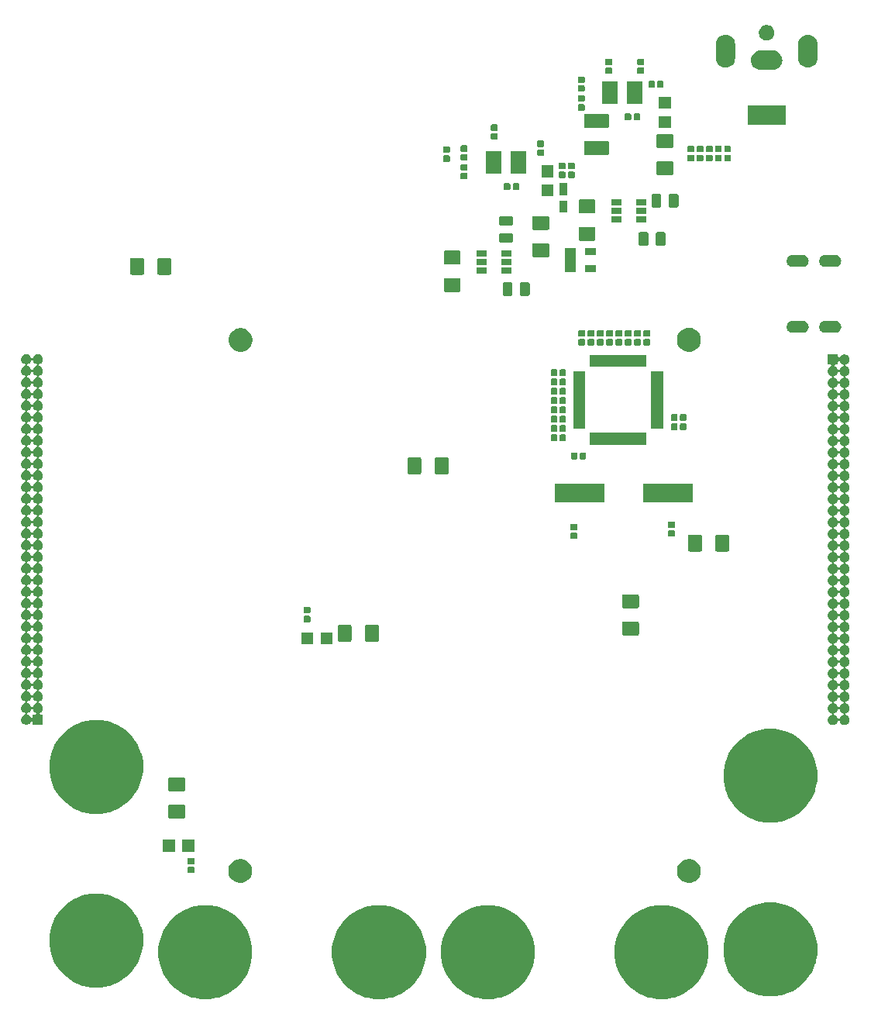
<source format=gbr>
G04 #@! TF.GenerationSoftware,KiCad,Pcbnew,(5.0.2)-1*
G04 #@! TF.CreationDate,2019-03-16T14:06:54-07:00*
G04 #@! TF.ProjectId,ModularMatrix,4d6f6475-6c61-4724-9d61-747269782e6b,rev?*
G04 #@! TF.SameCoordinates,Original*
G04 #@! TF.FileFunction,Soldermask,Top*
G04 #@! TF.FilePolarity,Negative*
%FSLAX46Y46*%
G04 Gerber Fmt 4.6, Leading zero omitted, Abs format (unit mm)*
G04 Created by KiCad (PCBNEW (5.0.2)-1) date 3/16/2019 2:06:54 PM*
%MOMM*%
%LPD*%
G01*
G04 APERTURE LIST*
%ADD10C,0.100000*%
G04 APERTURE END LIST*
D10*
G36*
X202571051Y-155318612D02*
X202901484Y-155384339D01*
X203115448Y-155472966D01*
X203835265Y-155771124D01*
X204675651Y-156332652D01*
X205390332Y-157047333D01*
X205951860Y-157887719D01*
X206338645Y-158821501D01*
X206535826Y-159812797D01*
X206535826Y-160823519D01*
X206338645Y-161814815D01*
X205951860Y-162748597D01*
X205390332Y-163588983D01*
X204675651Y-164303664D01*
X203835265Y-164865192D01*
X203621300Y-164953819D01*
X202901484Y-165251977D01*
X202571051Y-165317704D01*
X201910187Y-165449158D01*
X200899465Y-165449158D01*
X200238601Y-165317704D01*
X199908168Y-165251977D01*
X199188352Y-164953819D01*
X198974387Y-164865192D01*
X198134001Y-164303664D01*
X197419320Y-163588983D01*
X196857792Y-162748597D01*
X196471007Y-161814815D01*
X196273826Y-160823519D01*
X196273826Y-159812797D01*
X196471007Y-158821501D01*
X196857792Y-157887719D01*
X197419320Y-157047333D01*
X198134001Y-156332652D01*
X198974387Y-155771124D01*
X199694204Y-155472966D01*
X199908168Y-155384339D01*
X200238601Y-155318612D01*
X200899465Y-155187158D01*
X201910187Y-155187158D01*
X202571051Y-155318612D01*
X202571051Y-155318612D01*
G37*
G36*
X214487717Y-155318612D02*
X214818150Y-155384339D01*
X215032114Y-155472966D01*
X215751931Y-155771124D01*
X216592317Y-156332652D01*
X217306998Y-157047333D01*
X217868526Y-157887719D01*
X218255311Y-158821501D01*
X218452492Y-159812797D01*
X218452492Y-160823519D01*
X218255311Y-161814815D01*
X217868526Y-162748597D01*
X217306998Y-163588983D01*
X216592317Y-164303664D01*
X215751931Y-164865192D01*
X215537966Y-164953819D01*
X214818150Y-165251977D01*
X214487717Y-165317704D01*
X213826853Y-165449158D01*
X212816131Y-165449158D01*
X212155267Y-165317704D01*
X211824834Y-165251977D01*
X211105018Y-164953819D01*
X210891053Y-164865192D01*
X210050667Y-164303664D01*
X209335986Y-163588983D01*
X208774458Y-162748597D01*
X208387673Y-161814815D01*
X208190492Y-160823519D01*
X208190492Y-159812797D01*
X208387673Y-158821501D01*
X208774458Y-157887719D01*
X209335986Y-157047333D01*
X210050667Y-156332652D01*
X210891053Y-155771124D01*
X211610870Y-155472966D01*
X211824834Y-155384339D01*
X212155267Y-155318612D01*
X212816131Y-155187158D01*
X213826853Y-155187158D01*
X214487717Y-155318612D01*
X214487717Y-155318612D01*
G37*
G36*
X233457717Y-155318612D02*
X233788150Y-155384339D01*
X234002114Y-155472966D01*
X234721931Y-155771124D01*
X235562317Y-156332652D01*
X236276998Y-157047333D01*
X236838526Y-157887719D01*
X237225311Y-158821501D01*
X237422492Y-159812797D01*
X237422492Y-160823519D01*
X237225311Y-161814815D01*
X236838526Y-162748597D01*
X236276998Y-163588983D01*
X235562317Y-164303664D01*
X234721931Y-164865192D01*
X234507966Y-164953819D01*
X233788150Y-165251977D01*
X233457717Y-165317704D01*
X232796853Y-165449158D01*
X231786131Y-165449158D01*
X231125267Y-165317704D01*
X230794834Y-165251977D01*
X230075018Y-164953819D01*
X229861053Y-164865192D01*
X229020667Y-164303664D01*
X228305986Y-163588983D01*
X227744458Y-162748597D01*
X227357673Y-161814815D01*
X227160492Y-160823519D01*
X227160492Y-159812797D01*
X227357673Y-158821501D01*
X227744458Y-157887719D01*
X228305986Y-157047333D01*
X229020667Y-156332652D01*
X229861053Y-155771124D01*
X230580870Y-155472966D01*
X230794834Y-155384339D01*
X231125267Y-155318612D01*
X231786131Y-155187158D01*
X232796853Y-155187158D01*
X233457717Y-155318612D01*
X233457717Y-155318612D01*
G37*
G36*
X183601051Y-155318612D02*
X183931484Y-155384339D01*
X184145448Y-155472966D01*
X184865265Y-155771124D01*
X185705651Y-156332652D01*
X186420332Y-157047333D01*
X186981860Y-157887719D01*
X187368645Y-158821501D01*
X187565826Y-159812797D01*
X187565826Y-160823519D01*
X187368645Y-161814815D01*
X186981860Y-162748597D01*
X186420332Y-163588983D01*
X185705651Y-164303664D01*
X184865265Y-164865192D01*
X184651300Y-164953819D01*
X183931484Y-165251977D01*
X183601051Y-165317704D01*
X182940187Y-165449158D01*
X181929465Y-165449158D01*
X181268601Y-165317704D01*
X180938168Y-165251977D01*
X180218352Y-164953819D01*
X180004387Y-164865192D01*
X179164001Y-164303664D01*
X178449320Y-163588983D01*
X177887792Y-162748597D01*
X177501007Y-161814815D01*
X177303826Y-160823519D01*
X177303826Y-159812797D01*
X177501007Y-158821501D01*
X177887792Y-157887719D01*
X178449320Y-157047333D01*
X179164001Y-156332652D01*
X180004387Y-155771124D01*
X180724204Y-155472966D01*
X180938168Y-155384339D01*
X181268601Y-155318612D01*
X181929465Y-155187158D01*
X182940187Y-155187158D01*
X183601051Y-155318612D01*
X183601051Y-155318612D01*
G37*
G36*
X245344385Y-155020454D02*
X245674818Y-155086181D01*
X246061603Y-155246393D01*
X246608599Y-155472966D01*
X247448985Y-156034494D01*
X248163666Y-156749175D01*
X248725194Y-157589561D01*
X249111979Y-158523343D01*
X249309160Y-159514639D01*
X249309160Y-160525361D01*
X249177706Y-161186225D01*
X249119550Y-161478598D01*
X249111979Y-161516657D01*
X248725194Y-162450439D01*
X248163666Y-163290825D01*
X247448985Y-164005506D01*
X246608599Y-164567034D01*
X246061603Y-164793607D01*
X245674818Y-164953819D01*
X245344385Y-165019546D01*
X244683521Y-165151000D01*
X243672799Y-165151000D01*
X243011935Y-165019546D01*
X242681502Y-164953819D01*
X242294717Y-164793607D01*
X241747721Y-164567034D01*
X240907335Y-164005506D01*
X240192654Y-163290825D01*
X239631126Y-162450439D01*
X239244341Y-161516657D01*
X239236771Y-161478598D01*
X239178614Y-161186225D01*
X239047160Y-160525361D01*
X239047160Y-159514639D01*
X239244341Y-158523343D01*
X239631126Y-157589561D01*
X240192654Y-156749175D01*
X240907335Y-156034494D01*
X241747721Y-155472966D01*
X242294717Y-155246393D01*
X242681502Y-155086181D01*
X243011935Y-155020454D01*
X243672799Y-154889000D01*
X244683521Y-154889000D01*
X245344385Y-155020454D01*
X245344385Y-155020454D01*
G37*
G36*
X171684385Y-154048612D02*
X172014818Y-154114339D01*
X172401603Y-154274551D01*
X172948599Y-154501124D01*
X173788985Y-155062652D01*
X174503666Y-155777333D01*
X175065194Y-156617719D01*
X175119646Y-156749178D01*
X175451979Y-157551500D01*
X175459550Y-157589561D01*
X175649160Y-158542797D01*
X175649160Y-159553519D01*
X175451979Y-160544815D01*
X175065194Y-161478597D01*
X174503666Y-162318983D01*
X173788985Y-163033664D01*
X172948599Y-163595192D01*
X172401603Y-163821765D01*
X172014818Y-163981977D01*
X171896529Y-164005506D01*
X171023521Y-164179158D01*
X170012799Y-164179158D01*
X169139791Y-164005506D01*
X169021502Y-163981977D01*
X168634717Y-163821765D01*
X168087721Y-163595192D01*
X167247335Y-163033664D01*
X166532654Y-162318983D01*
X165971126Y-161478597D01*
X165584341Y-160544815D01*
X165387160Y-159553519D01*
X165387160Y-158542797D01*
X165576770Y-157589561D01*
X165584341Y-157551500D01*
X165916674Y-156749178D01*
X165971126Y-156617719D01*
X166532654Y-155777333D01*
X167247335Y-155062652D01*
X168087721Y-154501124D01*
X168634717Y-154274551D01*
X169021502Y-154114339D01*
X169351935Y-154048612D01*
X170012799Y-153917158D01*
X171023521Y-153917158D01*
X171684385Y-154048612D01*
X171684385Y-154048612D01*
G37*
G36*
X235663085Y-150196496D02*
X235663087Y-150196497D01*
X235663088Y-150196497D01*
X235684340Y-150205300D01*
X235899855Y-150294569D01*
X236112942Y-150436949D01*
X236294151Y-150618158D01*
X236294153Y-150618161D01*
X236436531Y-150831245D01*
X236531788Y-151061215D01*
X236534604Y-151068015D01*
X236584600Y-151319361D01*
X236584600Y-151575639D01*
X236534604Y-151826985D01*
X236436531Y-152063755D01*
X236294151Y-152276842D01*
X236112942Y-152458051D01*
X236112939Y-152458053D01*
X235899855Y-152600431D01*
X235663088Y-152698503D01*
X235663087Y-152698503D01*
X235663085Y-152698504D01*
X235411739Y-152748500D01*
X235155461Y-152748500D01*
X234904115Y-152698504D01*
X234904113Y-152698503D01*
X234904112Y-152698503D01*
X234667345Y-152600431D01*
X234454261Y-152458053D01*
X234454258Y-152458051D01*
X234273049Y-152276842D01*
X234130669Y-152063755D01*
X234032596Y-151826985D01*
X233982600Y-151575639D01*
X233982600Y-151319361D01*
X234032596Y-151068015D01*
X234035413Y-151061215D01*
X234130669Y-150831245D01*
X234273047Y-150618161D01*
X234273049Y-150618158D01*
X234454258Y-150436949D01*
X234667345Y-150294569D01*
X234882860Y-150205300D01*
X234904112Y-150196497D01*
X234904113Y-150196497D01*
X234904115Y-150196496D01*
X235155461Y-150146500D01*
X235411739Y-150146500D01*
X235663085Y-150196496D01*
X235663085Y-150196496D01*
G37*
G36*
X186637685Y-150189696D02*
X186637687Y-150189697D01*
X186637688Y-150189697D01*
X186675357Y-150205300D01*
X186874455Y-150287769D01*
X187087542Y-150430149D01*
X187268751Y-150611358D01*
X187268753Y-150611361D01*
X187411131Y-150824445D01*
X187496878Y-151031456D01*
X187509204Y-151061215D01*
X187559200Y-151312561D01*
X187559200Y-151568839D01*
X187536864Y-151681131D01*
X187509203Y-151820188D01*
X187506386Y-151826988D01*
X187411131Y-152056955D01*
X187268751Y-152270042D01*
X187087542Y-152451251D01*
X187087539Y-152451253D01*
X186874455Y-152593631D01*
X186637688Y-152691703D01*
X186637687Y-152691703D01*
X186637685Y-152691704D01*
X186386339Y-152741700D01*
X186130061Y-152741700D01*
X185878715Y-152691704D01*
X185878713Y-152691703D01*
X185878712Y-152691703D01*
X185641945Y-152593631D01*
X185428861Y-152451253D01*
X185428858Y-152451251D01*
X185247649Y-152270042D01*
X185105269Y-152056955D01*
X185010014Y-151826988D01*
X185007197Y-151820188D01*
X184979537Y-151681131D01*
X184957200Y-151568839D01*
X184957200Y-151312561D01*
X185007196Y-151061215D01*
X185019523Y-151031456D01*
X185105269Y-150824445D01*
X185247647Y-150611361D01*
X185247649Y-150611358D01*
X185428858Y-150430149D01*
X185641945Y-150287769D01*
X185841043Y-150205300D01*
X185878712Y-150189697D01*
X185878713Y-150189697D01*
X185878715Y-150189696D01*
X186130061Y-150139700D01*
X186386339Y-150139700D01*
X186637685Y-150189696D01*
X186637685Y-150189696D01*
G37*
G36*
X181168038Y-151005016D02*
X181188656Y-151011270D01*
X181207656Y-151021426D01*
X181224308Y-151035092D01*
X181237974Y-151051744D01*
X181248130Y-151070744D01*
X181254384Y-151091362D01*
X181257100Y-151118940D01*
X181257100Y-151577660D01*
X181254384Y-151605238D01*
X181248130Y-151625856D01*
X181237974Y-151644856D01*
X181224308Y-151661508D01*
X181207656Y-151675174D01*
X181188656Y-151685330D01*
X181168038Y-151691584D01*
X181140460Y-151694300D01*
X180631740Y-151694300D01*
X180604162Y-151691584D01*
X180583544Y-151685330D01*
X180564544Y-151675174D01*
X180547892Y-151661508D01*
X180534226Y-151644856D01*
X180524070Y-151625856D01*
X180517816Y-151605238D01*
X180515100Y-151577660D01*
X180515100Y-151118940D01*
X180517816Y-151091362D01*
X180524070Y-151070744D01*
X180534226Y-151051744D01*
X180547892Y-151035092D01*
X180564544Y-151021426D01*
X180583544Y-151011270D01*
X180604162Y-151005016D01*
X180631740Y-151002300D01*
X181140460Y-151002300D01*
X181168038Y-151005016D01*
X181168038Y-151005016D01*
G37*
G36*
X181168038Y-150035016D02*
X181188656Y-150041270D01*
X181207656Y-150051426D01*
X181224308Y-150065092D01*
X181237974Y-150081744D01*
X181248130Y-150100744D01*
X181254384Y-150121362D01*
X181257100Y-150148940D01*
X181257100Y-150607660D01*
X181254384Y-150635238D01*
X181248130Y-150655856D01*
X181237974Y-150674856D01*
X181224308Y-150691508D01*
X181207656Y-150705174D01*
X181188656Y-150715330D01*
X181168038Y-150721584D01*
X181140460Y-150724300D01*
X180631740Y-150724300D01*
X180604162Y-150721584D01*
X180583544Y-150715330D01*
X180564544Y-150705174D01*
X180547892Y-150691508D01*
X180534226Y-150674856D01*
X180524070Y-150655856D01*
X180517816Y-150635238D01*
X180515100Y-150607660D01*
X180515100Y-150148940D01*
X180517816Y-150121362D01*
X180524070Y-150100744D01*
X180534226Y-150081744D01*
X180547892Y-150065092D01*
X180564544Y-150051426D01*
X180583544Y-150041270D01*
X180604162Y-150035016D01*
X180631740Y-150032300D01*
X181140460Y-150032300D01*
X181168038Y-150035016D01*
X181168038Y-150035016D01*
G37*
G36*
X179128200Y-149342600D02*
X177826200Y-149342600D01*
X177826200Y-148040600D01*
X179128200Y-148040600D01*
X179128200Y-149342600D01*
X179128200Y-149342600D01*
G37*
G36*
X181228200Y-149342600D02*
X179926200Y-149342600D01*
X179926200Y-148040600D01*
X181228200Y-148040600D01*
X181228200Y-149342600D01*
X181228200Y-149342600D01*
G37*
G36*
X245344385Y-136050454D02*
X245674818Y-136116181D01*
X246061603Y-136276393D01*
X246608599Y-136502966D01*
X247448985Y-137064494D01*
X248163666Y-137779175D01*
X248725194Y-138619561D01*
X248951767Y-139166557D01*
X249111979Y-139553342D01*
X249309160Y-140544641D01*
X249309160Y-141555359D01*
X249111979Y-142546658D01*
X249035614Y-142731019D01*
X248725194Y-143480439D01*
X248163666Y-144320825D01*
X247448985Y-145035506D01*
X246608599Y-145597034D01*
X246061603Y-145823607D01*
X245674818Y-145983819D01*
X245344385Y-146049546D01*
X244683521Y-146181000D01*
X243672799Y-146181000D01*
X243011935Y-146049546D01*
X242681502Y-145983819D01*
X242294717Y-145823607D01*
X241747721Y-145597034D01*
X240907335Y-145035506D01*
X240192654Y-144320825D01*
X239631126Y-143480439D01*
X239320706Y-142731019D01*
X239244341Y-142546658D01*
X239047160Y-141555359D01*
X239047160Y-140544641D01*
X239244341Y-139553342D01*
X239404553Y-139166557D01*
X239631126Y-138619561D01*
X240192654Y-137779175D01*
X240907335Y-137064494D01*
X241747721Y-136502966D01*
X242294717Y-136276393D01*
X242681502Y-136116181D01*
X243011935Y-136050454D01*
X243672799Y-135919000D01*
X244683521Y-135919000D01*
X245344385Y-136050454D01*
X245344385Y-136050454D01*
G37*
G36*
X180099562Y-144187381D02*
X180134477Y-144197973D01*
X180166665Y-144215178D01*
X180194873Y-144238327D01*
X180218022Y-144266535D01*
X180235227Y-144298723D01*
X180245819Y-144333638D01*
X180250000Y-144376095D01*
X180250000Y-145517305D01*
X180245819Y-145559762D01*
X180235227Y-145594677D01*
X180218022Y-145626865D01*
X180194873Y-145655073D01*
X180166665Y-145678222D01*
X180134477Y-145695427D01*
X180099562Y-145706019D01*
X180057105Y-145710200D01*
X178590895Y-145710200D01*
X178548438Y-145706019D01*
X178513523Y-145695427D01*
X178481335Y-145678222D01*
X178453127Y-145655073D01*
X178429978Y-145626865D01*
X178412773Y-145594677D01*
X178402181Y-145559762D01*
X178398000Y-145517305D01*
X178398000Y-144376095D01*
X178402181Y-144333638D01*
X178412773Y-144298723D01*
X178429978Y-144266535D01*
X178453127Y-144238327D01*
X178481335Y-144215178D01*
X178513523Y-144197973D01*
X178548438Y-144187381D01*
X178590895Y-144183200D01*
X180057105Y-144183200D01*
X180099562Y-144187381D01*
X180099562Y-144187381D01*
G37*
G36*
X171672792Y-135076306D02*
X172014818Y-135144339D01*
X172233301Y-135234838D01*
X172948599Y-135531124D01*
X173788985Y-136092652D01*
X174503666Y-136807333D01*
X175065194Y-137647719D01*
X175119646Y-137779178D01*
X175451979Y-138581500D01*
X175459550Y-138619561D01*
X175649160Y-139572797D01*
X175649160Y-140583519D01*
X175451979Y-141574815D01*
X175065194Y-142508597D01*
X174503666Y-143348983D01*
X173788985Y-144063664D01*
X172948599Y-144625192D01*
X172401603Y-144851765D01*
X172014818Y-145011977D01*
X171896529Y-145035506D01*
X171023521Y-145209158D01*
X170012799Y-145209158D01*
X169139791Y-145035506D01*
X169021502Y-145011977D01*
X168634717Y-144851765D01*
X168087721Y-144625192D01*
X167247335Y-144063664D01*
X166532654Y-143348983D01*
X165971126Y-142508597D01*
X165584341Y-141574815D01*
X165387160Y-140583519D01*
X165387160Y-139572797D01*
X165576770Y-138619561D01*
X165584341Y-138581500D01*
X165916674Y-137779178D01*
X165971126Y-137647719D01*
X166532654Y-136807333D01*
X167247335Y-136092652D01*
X168087721Y-135531124D01*
X168803019Y-135234838D01*
X169021502Y-135144339D01*
X169363528Y-135076306D01*
X170012799Y-134947158D01*
X171023521Y-134947158D01*
X171672792Y-135076306D01*
X171672792Y-135076306D01*
G37*
G36*
X180099562Y-141212381D02*
X180134477Y-141222973D01*
X180166665Y-141240178D01*
X180194873Y-141263327D01*
X180218022Y-141291535D01*
X180235227Y-141323723D01*
X180245819Y-141358638D01*
X180250000Y-141401095D01*
X180250000Y-142542305D01*
X180245819Y-142584762D01*
X180235227Y-142619677D01*
X180218022Y-142651865D01*
X180194873Y-142680073D01*
X180166665Y-142703222D01*
X180134477Y-142720427D01*
X180099562Y-142731019D01*
X180057105Y-142735200D01*
X178590895Y-142735200D01*
X178548438Y-142731019D01*
X178513523Y-142720427D01*
X178481335Y-142703222D01*
X178453127Y-142680073D01*
X178429978Y-142651865D01*
X178412773Y-142619677D01*
X178402181Y-142584762D01*
X178398000Y-142542305D01*
X178398000Y-141401095D01*
X178402181Y-141358638D01*
X178412773Y-141323723D01*
X178429978Y-141291535D01*
X178453127Y-141263327D01*
X178481335Y-141240178D01*
X178513523Y-141222973D01*
X178548438Y-141212381D01*
X178590895Y-141208200D01*
X180057105Y-141208200D01*
X180099562Y-141212381D01*
X180099562Y-141212381D01*
G37*
G36*
X251566500Y-95244762D02*
X251568902Y-95269148D01*
X251576015Y-95292597D01*
X251587566Y-95314208D01*
X251603112Y-95333150D01*
X251622054Y-95348696D01*
X251643665Y-95360247D01*
X251667114Y-95367360D01*
X251691500Y-95369762D01*
X251715886Y-95367360D01*
X251739335Y-95360247D01*
X251760946Y-95348696D01*
X251779888Y-95333150D01*
X251801736Y-95303692D01*
X251825144Y-95259900D01*
X251893999Y-95175999D01*
X251977900Y-95107144D01*
X252073621Y-95055979D01*
X252177485Y-95024473D01*
X252258433Y-95016500D01*
X252312567Y-95016500D01*
X252393515Y-95024473D01*
X252497379Y-95055979D01*
X252593100Y-95107144D01*
X252677001Y-95175999D01*
X252745856Y-95259900D01*
X252797021Y-95355621D01*
X252828527Y-95459485D01*
X252839166Y-95567500D01*
X252828527Y-95675515D01*
X252797021Y-95779379D01*
X252745856Y-95875100D01*
X252677001Y-95959001D01*
X252593100Y-96027856D01*
X252497379Y-96079021D01*
X252484642Y-96082885D01*
X252462007Y-96092260D01*
X252441633Y-96105874D01*
X252424306Y-96123201D01*
X252410692Y-96143576D01*
X252401314Y-96166215D01*
X252396534Y-96190248D01*
X252396534Y-96214752D01*
X252401315Y-96238786D01*
X252410692Y-96261425D01*
X252424306Y-96281799D01*
X252441633Y-96299126D01*
X252462008Y-96312740D01*
X252484642Y-96322115D01*
X252497379Y-96325979D01*
X252593100Y-96377144D01*
X252677001Y-96445999D01*
X252745856Y-96529900D01*
X252797021Y-96625621D01*
X252828527Y-96729485D01*
X252839166Y-96837500D01*
X252828527Y-96945515D01*
X252797021Y-97049379D01*
X252745856Y-97145100D01*
X252677001Y-97229001D01*
X252593100Y-97297856D01*
X252497379Y-97349021D01*
X252484642Y-97352885D01*
X252462007Y-97362260D01*
X252441633Y-97375874D01*
X252424306Y-97393201D01*
X252410692Y-97413576D01*
X252401314Y-97436215D01*
X252396534Y-97460248D01*
X252396534Y-97484752D01*
X252401315Y-97508786D01*
X252410692Y-97531425D01*
X252424306Y-97551799D01*
X252441633Y-97569126D01*
X252462008Y-97582740D01*
X252484642Y-97592115D01*
X252497379Y-97595979D01*
X252593100Y-97647144D01*
X252677001Y-97715999D01*
X252745856Y-97799900D01*
X252797021Y-97895621D01*
X252828527Y-97999485D01*
X252839166Y-98107500D01*
X252828527Y-98215515D01*
X252797021Y-98319379D01*
X252745856Y-98415100D01*
X252677001Y-98499001D01*
X252593100Y-98567856D01*
X252497379Y-98619021D01*
X252484642Y-98622885D01*
X252462007Y-98632260D01*
X252441633Y-98645874D01*
X252424306Y-98663201D01*
X252410692Y-98683576D01*
X252401314Y-98706215D01*
X252396534Y-98730248D01*
X252396534Y-98754752D01*
X252401315Y-98778786D01*
X252410692Y-98801425D01*
X252424306Y-98821799D01*
X252441633Y-98839126D01*
X252462008Y-98852740D01*
X252484642Y-98862115D01*
X252497379Y-98865979D01*
X252593100Y-98917144D01*
X252677001Y-98985999D01*
X252745856Y-99069900D01*
X252797021Y-99165621D01*
X252828527Y-99269485D01*
X252839166Y-99377500D01*
X252828527Y-99485515D01*
X252797021Y-99589379D01*
X252745856Y-99685100D01*
X252677001Y-99769001D01*
X252593100Y-99837856D01*
X252497379Y-99889021D01*
X252484642Y-99892885D01*
X252462007Y-99902260D01*
X252441633Y-99915874D01*
X252424306Y-99933201D01*
X252410692Y-99953576D01*
X252401314Y-99976215D01*
X252396534Y-100000248D01*
X252396534Y-100024752D01*
X252401315Y-100048786D01*
X252410692Y-100071425D01*
X252424306Y-100091799D01*
X252441633Y-100109126D01*
X252462008Y-100122740D01*
X252484642Y-100132115D01*
X252497379Y-100135979D01*
X252593100Y-100187144D01*
X252677001Y-100255999D01*
X252745856Y-100339900D01*
X252797021Y-100435621D01*
X252828527Y-100539485D01*
X252839166Y-100647500D01*
X252828527Y-100755515D01*
X252797021Y-100859379D01*
X252745856Y-100955100D01*
X252677001Y-101039001D01*
X252593100Y-101107856D01*
X252497379Y-101159021D01*
X252484642Y-101162885D01*
X252462007Y-101172260D01*
X252441633Y-101185874D01*
X252424306Y-101203201D01*
X252410692Y-101223576D01*
X252401314Y-101246215D01*
X252396534Y-101270248D01*
X252396534Y-101294752D01*
X252401315Y-101318786D01*
X252410692Y-101341425D01*
X252424306Y-101361799D01*
X252441633Y-101379126D01*
X252462008Y-101392740D01*
X252484642Y-101402115D01*
X252497379Y-101405979D01*
X252593100Y-101457144D01*
X252677001Y-101525999D01*
X252745856Y-101609900D01*
X252797021Y-101705621D01*
X252828527Y-101809485D01*
X252839166Y-101917500D01*
X252828527Y-102025515D01*
X252797021Y-102129379D01*
X252745856Y-102225100D01*
X252677001Y-102309001D01*
X252593100Y-102377856D01*
X252497379Y-102429021D01*
X252484642Y-102432885D01*
X252462007Y-102442260D01*
X252441633Y-102455874D01*
X252424306Y-102473201D01*
X252410692Y-102493576D01*
X252401314Y-102516215D01*
X252396534Y-102540248D01*
X252396534Y-102564752D01*
X252401315Y-102588786D01*
X252410692Y-102611425D01*
X252424306Y-102631799D01*
X252441633Y-102649126D01*
X252462008Y-102662740D01*
X252484642Y-102672115D01*
X252497379Y-102675979D01*
X252593100Y-102727144D01*
X252677001Y-102795999D01*
X252745856Y-102879900D01*
X252797021Y-102975621D01*
X252828527Y-103079485D01*
X252839166Y-103187500D01*
X252828527Y-103295515D01*
X252797021Y-103399379D01*
X252745856Y-103495100D01*
X252677001Y-103579001D01*
X252593100Y-103647856D01*
X252497379Y-103699021D01*
X252484642Y-103702885D01*
X252462007Y-103712260D01*
X252441633Y-103725874D01*
X252424306Y-103743201D01*
X252410692Y-103763576D01*
X252401314Y-103786215D01*
X252396534Y-103810248D01*
X252396534Y-103834752D01*
X252401315Y-103858786D01*
X252410692Y-103881425D01*
X252424306Y-103901799D01*
X252441633Y-103919126D01*
X252462008Y-103932740D01*
X252484642Y-103942115D01*
X252497379Y-103945979D01*
X252593100Y-103997144D01*
X252677001Y-104065999D01*
X252745856Y-104149900D01*
X252797021Y-104245621D01*
X252828527Y-104349485D01*
X252839166Y-104457500D01*
X252828527Y-104565515D01*
X252797021Y-104669379D01*
X252745856Y-104765100D01*
X252677001Y-104849001D01*
X252593100Y-104917856D01*
X252497379Y-104969021D01*
X252484642Y-104972885D01*
X252462007Y-104982260D01*
X252441633Y-104995874D01*
X252424306Y-105013201D01*
X252410692Y-105033576D01*
X252401314Y-105056215D01*
X252396534Y-105080248D01*
X252396534Y-105104752D01*
X252401315Y-105128786D01*
X252410692Y-105151425D01*
X252424306Y-105171799D01*
X252441633Y-105189126D01*
X252462008Y-105202740D01*
X252484642Y-105212115D01*
X252497379Y-105215979D01*
X252593100Y-105267144D01*
X252677001Y-105335999D01*
X252745856Y-105419900D01*
X252797021Y-105515621D01*
X252828527Y-105619485D01*
X252839166Y-105727500D01*
X252828527Y-105835515D01*
X252797021Y-105939379D01*
X252745856Y-106035100D01*
X252677001Y-106119001D01*
X252593100Y-106187856D01*
X252497379Y-106239021D01*
X252484642Y-106242885D01*
X252462007Y-106252260D01*
X252441633Y-106265874D01*
X252424306Y-106283201D01*
X252410692Y-106303576D01*
X252401314Y-106326215D01*
X252396534Y-106350248D01*
X252396534Y-106374752D01*
X252401315Y-106398786D01*
X252410692Y-106421425D01*
X252424306Y-106441799D01*
X252441633Y-106459126D01*
X252462008Y-106472740D01*
X252484642Y-106482115D01*
X252497379Y-106485979D01*
X252593100Y-106537144D01*
X252677001Y-106605999D01*
X252745856Y-106689900D01*
X252797021Y-106785621D01*
X252828527Y-106889485D01*
X252839166Y-106997500D01*
X252828527Y-107105515D01*
X252797021Y-107209379D01*
X252745856Y-107305100D01*
X252677001Y-107389001D01*
X252593100Y-107457856D01*
X252497379Y-107509021D01*
X252484642Y-107512885D01*
X252462007Y-107522260D01*
X252441633Y-107535874D01*
X252424306Y-107553201D01*
X252410692Y-107573576D01*
X252401314Y-107596215D01*
X252396534Y-107620248D01*
X252396534Y-107644752D01*
X252401315Y-107668786D01*
X252410692Y-107691425D01*
X252424306Y-107711799D01*
X252441633Y-107729126D01*
X252462008Y-107742740D01*
X252484642Y-107752115D01*
X252497379Y-107755979D01*
X252593100Y-107807144D01*
X252677001Y-107875999D01*
X252745856Y-107959900D01*
X252797021Y-108055621D01*
X252828527Y-108159485D01*
X252839166Y-108267500D01*
X252828527Y-108375515D01*
X252797021Y-108479379D01*
X252745856Y-108575100D01*
X252677001Y-108659001D01*
X252593100Y-108727856D01*
X252497379Y-108779021D01*
X252484642Y-108782885D01*
X252462007Y-108792260D01*
X252441633Y-108805874D01*
X252424306Y-108823201D01*
X252410692Y-108843576D01*
X252401314Y-108866215D01*
X252396534Y-108890248D01*
X252396534Y-108914752D01*
X252401315Y-108938786D01*
X252410692Y-108961425D01*
X252424306Y-108981799D01*
X252441633Y-108999126D01*
X252462008Y-109012740D01*
X252484642Y-109022115D01*
X252497379Y-109025979D01*
X252593100Y-109077144D01*
X252677001Y-109145999D01*
X252745856Y-109229900D01*
X252797021Y-109325621D01*
X252828527Y-109429485D01*
X252839166Y-109537500D01*
X252828527Y-109645515D01*
X252797021Y-109749379D01*
X252745856Y-109845100D01*
X252677001Y-109929001D01*
X252593100Y-109997856D01*
X252497379Y-110049021D01*
X252484642Y-110052885D01*
X252462007Y-110062260D01*
X252441633Y-110075874D01*
X252424306Y-110093201D01*
X252410692Y-110113576D01*
X252401314Y-110136215D01*
X252396534Y-110160248D01*
X252396534Y-110184752D01*
X252401315Y-110208786D01*
X252410692Y-110231425D01*
X252424306Y-110251799D01*
X252441633Y-110269126D01*
X252462008Y-110282740D01*
X252484642Y-110292115D01*
X252497379Y-110295979D01*
X252593100Y-110347144D01*
X252677001Y-110415999D01*
X252745856Y-110499900D01*
X252797021Y-110595621D01*
X252828527Y-110699485D01*
X252839166Y-110807500D01*
X252828527Y-110915515D01*
X252797021Y-111019379D01*
X252745856Y-111115100D01*
X252677001Y-111199001D01*
X252593100Y-111267856D01*
X252497379Y-111319021D01*
X252484642Y-111322885D01*
X252462007Y-111332260D01*
X252441633Y-111345874D01*
X252424306Y-111363201D01*
X252410692Y-111383576D01*
X252401314Y-111406215D01*
X252396534Y-111430248D01*
X252396534Y-111454752D01*
X252401315Y-111478786D01*
X252410692Y-111501425D01*
X252424306Y-111521799D01*
X252441633Y-111539126D01*
X252462008Y-111552740D01*
X252484642Y-111562115D01*
X252497379Y-111565979D01*
X252593100Y-111617144D01*
X252677001Y-111685999D01*
X252745856Y-111769900D01*
X252797021Y-111865621D01*
X252828527Y-111969485D01*
X252839166Y-112077500D01*
X252828527Y-112185515D01*
X252797021Y-112289379D01*
X252745856Y-112385100D01*
X252677001Y-112469001D01*
X252593100Y-112537856D01*
X252497379Y-112589021D01*
X252484642Y-112592885D01*
X252462007Y-112602260D01*
X252441633Y-112615874D01*
X252424306Y-112633201D01*
X252410692Y-112653576D01*
X252401314Y-112676215D01*
X252396534Y-112700248D01*
X252396534Y-112724752D01*
X252401315Y-112748786D01*
X252410692Y-112771425D01*
X252424306Y-112791799D01*
X252441633Y-112809126D01*
X252462008Y-112822740D01*
X252484642Y-112832115D01*
X252497379Y-112835979D01*
X252593100Y-112887144D01*
X252677001Y-112955999D01*
X252745856Y-113039900D01*
X252797021Y-113135621D01*
X252828527Y-113239485D01*
X252839166Y-113347500D01*
X252828527Y-113455515D01*
X252797021Y-113559379D01*
X252745856Y-113655100D01*
X252677001Y-113739001D01*
X252593100Y-113807856D01*
X252497379Y-113859021D01*
X252484642Y-113862885D01*
X252462007Y-113872260D01*
X252441633Y-113885874D01*
X252424306Y-113903201D01*
X252410692Y-113923576D01*
X252401314Y-113946215D01*
X252396534Y-113970248D01*
X252396534Y-113994752D01*
X252401315Y-114018786D01*
X252410692Y-114041425D01*
X252424306Y-114061799D01*
X252441633Y-114079126D01*
X252462008Y-114092740D01*
X252484642Y-114102115D01*
X252497379Y-114105979D01*
X252593100Y-114157144D01*
X252677001Y-114225999D01*
X252745856Y-114309900D01*
X252797021Y-114405621D01*
X252828527Y-114509485D01*
X252839166Y-114617500D01*
X252828527Y-114725515D01*
X252797021Y-114829379D01*
X252745856Y-114925100D01*
X252677001Y-115009001D01*
X252593100Y-115077856D01*
X252497379Y-115129021D01*
X252484642Y-115132885D01*
X252462007Y-115142260D01*
X252441633Y-115155874D01*
X252424306Y-115173201D01*
X252410692Y-115193576D01*
X252401314Y-115216215D01*
X252396534Y-115240248D01*
X252396534Y-115264752D01*
X252401315Y-115288786D01*
X252410692Y-115311425D01*
X252424306Y-115331799D01*
X252441633Y-115349126D01*
X252462008Y-115362740D01*
X252484642Y-115372115D01*
X252497379Y-115375979D01*
X252593100Y-115427144D01*
X252677001Y-115495999D01*
X252745856Y-115579900D01*
X252797021Y-115675621D01*
X252828527Y-115779485D01*
X252839166Y-115887500D01*
X252828527Y-115995515D01*
X252797021Y-116099379D01*
X252745856Y-116195100D01*
X252677001Y-116279001D01*
X252593100Y-116347856D01*
X252497379Y-116399021D01*
X252484642Y-116402885D01*
X252462007Y-116412260D01*
X252441633Y-116425874D01*
X252424306Y-116443201D01*
X252410692Y-116463576D01*
X252401314Y-116486215D01*
X252396534Y-116510248D01*
X252396534Y-116534752D01*
X252401315Y-116558786D01*
X252410692Y-116581425D01*
X252424306Y-116601799D01*
X252441633Y-116619126D01*
X252462008Y-116632740D01*
X252484642Y-116642115D01*
X252497379Y-116645979D01*
X252593100Y-116697144D01*
X252677001Y-116765999D01*
X252745856Y-116849900D01*
X252797021Y-116945621D01*
X252828527Y-117049485D01*
X252839166Y-117157500D01*
X252828527Y-117265515D01*
X252797021Y-117369379D01*
X252745856Y-117465100D01*
X252677001Y-117549001D01*
X252593100Y-117617856D01*
X252497379Y-117669021D01*
X252484642Y-117672885D01*
X252462007Y-117682260D01*
X252441633Y-117695874D01*
X252424306Y-117713201D01*
X252410692Y-117733576D01*
X252401314Y-117756215D01*
X252396534Y-117780248D01*
X252396534Y-117804752D01*
X252401315Y-117828786D01*
X252410692Y-117851425D01*
X252424306Y-117871799D01*
X252441633Y-117889126D01*
X252462008Y-117902740D01*
X252484642Y-117912115D01*
X252497379Y-117915979D01*
X252593100Y-117967144D01*
X252677001Y-118035999D01*
X252745856Y-118119900D01*
X252797021Y-118215621D01*
X252828527Y-118319485D01*
X252839166Y-118427500D01*
X252828527Y-118535515D01*
X252797021Y-118639379D01*
X252745856Y-118735100D01*
X252677001Y-118819001D01*
X252593100Y-118887856D01*
X252497379Y-118939021D01*
X252484642Y-118942885D01*
X252462007Y-118952260D01*
X252441633Y-118965874D01*
X252424306Y-118983201D01*
X252410692Y-119003576D01*
X252401314Y-119026215D01*
X252396534Y-119050248D01*
X252396534Y-119074752D01*
X252401315Y-119098786D01*
X252410692Y-119121425D01*
X252424306Y-119141799D01*
X252441633Y-119159126D01*
X252462008Y-119172740D01*
X252484642Y-119182115D01*
X252497379Y-119185979D01*
X252593100Y-119237144D01*
X252677001Y-119305999D01*
X252745856Y-119389900D01*
X252797021Y-119485621D01*
X252828527Y-119589485D01*
X252839166Y-119697500D01*
X252828527Y-119805515D01*
X252797021Y-119909379D01*
X252745856Y-120005100D01*
X252677001Y-120089001D01*
X252593100Y-120157856D01*
X252497379Y-120209021D01*
X252484642Y-120212885D01*
X252462007Y-120222260D01*
X252441633Y-120235874D01*
X252424306Y-120253201D01*
X252410692Y-120273576D01*
X252401314Y-120296215D01*
X252396534Y-120320248D01*
X252396534Y-120344752D01*
X252401315Y-120368786D01*
X252410692Y-120391425D01*
X252424306Y-120411799D01*
X252441633Y-120429126D01*
X252462008Y-120442740D01*
X252484642Y-120452115D01*
X252497379Y-120455979D01*
X252593100Y-120507144D01*
X252677001Y-120575999D01*
X252745856Y-120659900D01*
X252797021Y-120755621D01*
X252828527Y-120859485D01*
X252839166Y-120967500D01*
X252828527Y-121075515D01*
X252797021Y-121179379D01*
X252745856Y-121275100D01*
X252677001Y-121359001D01*
X252593100Y-121427856D01*
X252497379Y-121479021D01*
X252484642Y-121482885D01*
X252462007Y-121492260D01*
X252441633Y-121505874D01*
X252424306Y-121523201D01*
X252410692Y-121543576D01*
X252401314Y-121566215D01*
X252396534Y-121590248D01*
X252396534Y-121614752D01*
X252401315Y-121638786D01*
X252410692Y-121661425D01*
X252424306Y-121681799D01*
X252441633Y-121699126D01*
X252462008Y-121712740D01*
X252484642Y-121722115D01*
X252497379Y-121725979D01*
X252593100Y-121777144D01*
X252677001Y-121845999D01*
X252745856Y-121929900D01*
X252797021Y-122025621D01*
X252828527Y-122129485D01*
X252839166Y-122237500D01*
X252828527Y-122345515D01*
X252797021Y-122449379D01*
X252745856Y-122545100D01*
X252677001Y-122629001D01*
X252593100Y-122697856D01*
X252497379Y-122749021D01*
X252484642Y-122752885D01*
X252462007Y-122762260D01*
X252441633Y-122775874D01*
X252424306Y-122793201D01*
X252410692Y-122813576D01*
X252401314Y-122836215D01*
X252396534Y-122860248D01*
X252396534Y-122884752D01*
X252401315Y-122908786D01*
X252410692Y-122931425D01*
X252424306Y-122951799D01*
X252441633Y-122969126D01*
X252462008Y-122982740D01*
X252484642Y-122992115D01*
X252497379Y-122995979D01*
X252593100Y-123047144D01*
X252677001Y-123115999D01*
X252745856Y-123199900D01*
X252797021Y-123295621D01*
X252828527Y-123399485D01*
X252839166Y-123507500D01*
X252828527Y-123615515D01*
X252797021Y-123719379D01*
X252745856Y-123815100D01*
X252677001Y-123899001D01*
X252593100Y-123967856D01*
X252497379Y-124019021D01*
X252484642Y-124022885D01*
X252462007Y-124032260D01*
X252441633Y-124045874D01*
X252424306Y-124063201D01*
X252410692Y-124083576D01*
X252401314Y-124106215D01*
X252396534Y-124130248D01*
X252396534Y-124154752D01*
X252401315Y-124178786D01*
X252410692Y-124201425D01*
X252424306Y-124221799D01*
X252441633Y-124239126D01*
X252462008Y-124252740D01*
X252484642Y-124262115D01*
X252497379Y-124265979D01*
X252593100Y-124317144D01*
X252677001Y-124385999D01*
X252745856Y-124469900D01*
X252797021Y-124565621D01*
X252828527Y-124669485D01*
X252839166Y-124777500D01*
X252828527Y-124885515D01*
X252797021Y-124989379D01*
X252745856Y-125085100D01*
X252677001Y-125169001D01*
X252593100Y-125237856D01*
X252497379Y-125289021D01*
X252484642Y-125292885D01*
X252462007Y-125302260D01*
X252441633Y-125315874D01*
X252424306Y-125333201D01*
X252410692Y-125353576D01*
X252401314Y-125376215D01*
X252396534Y-125400248D01*
X252396534Y-125424752D01*
X252401315Y-125448786D01*
X252410692Y-125471425D01*
X252424306Y-125491799D01*
X252441633Y-125509126D01*
X252462008Y-125522740D01*
X252484642Y-125532115D01*
X252497379Y-125535979D01*
X252593100Y-125587144D01*
X252677001Y-125655999D01*
X252745856Y-125739900D01*
X252797021Y-125835621D01*
X252828527Y-125939485D01*
X252839166Y-126047500D01*
X252828527Y-126155515D01*
X252797021Y-126259379D01*
X252745856Y-126355100D01*
X252677001Y-126439001D01*
X252593100Y-126507856D01*
X252497379Y-126559021D01*
X252484642Y-126562885D01*
X252462007Y-126572260D01*
X252441633Y-126585874D01*
X252424306Y-126603201D01*
X252410692Y-126623576D01*
X252401314Y-126646215D01*
X252396534Y-126670248D01*
X252396534Y-126694752D01*
X252401315Y-126718786D01*
X252410692Y-126741425D01*
X252424306Y-126761799D01*
X252441633Y-126779126D01*
X252462008Y-126792740D01*
X252484642Y-126802115D01*
X252497379Y-126805979D01*
X252593100Y-126857144D01*
X252677001Y-126925999D01*
X252745856Y-127009900D01*
X252797021Y-127105621D01*
X252828527Y-127209485D01*
X252839166Y-127317500D01*
X252828527Y-127425515D01*
X252797021Y-127529379D01*
X252745856Y-127625100D01*
X252677001Y-127709001D01*
X252593100Y-127777856D01*
X252497379Y-127829021D01*
X252484642Y-127832885D01*
X252462007Y-127842260D01*
X252441633Y-127855874D01*
X252424306Y-127873201D01*
X252410692Y-127893576D01*
X252401314Y-127916215D01*
X252396534Y-127940248D01*
X252396534Y-127964752D01*
X252401315Y-127988786D01*
X252410692Y-128011425D01*
X252424306Y-128031799D01*
X252441633Y-128049126D01*
X252462008Y-128062740D01*
X252484642Y-128072115D01*
X252497379Y-128075979D01*
X252593100Y-128127144D01*
X252677001Y-128195999D01*
X252745856Y-128279900D01*
X252797021Y-128375621D01*
X252828527Y-128479485D01*
X252839166Y-128587500D01*
X252828527Y-128695515D01*
X252797021Y-128799379D01*
X252745856Y-128895100D01*
X252677001Y-128979001D01*
X252593100Y-129047856D01*
X252497379Y-129099021D01*
X252484642Y-129102885D01*
X252462007Y-129112260D01*
X252441633Y-129125874D01*
X252424306Y-129143201D01*
X252410692Y-129163576D01*
X252401314Y-129186215D01*
X252396534Y-129210248D01*
X252396534Y-129234752D01*
X252401315Y-129258786D01*
X252410692Y-129281425D01*
X252424306Y-129301799D01*
X252441633Y-129319126D01*
X252462008Y-129332740D01*
X252484642Y-129342115D01*
X252497379Y-129345979D01*
X252593100Y-129397144D01*
X252677001Y-129465999D01*
X252745856Y-129549900D01*
X252797021Y-129645621D01*
X252828527Y-129749485D01*
X252839166Y-129857500D01*
X252828527Y-129965515D01*
X252797021Y-130069379D01*
X252745856Y-130165100D01*
X252677001Y-130249001D01*
X252593100Y-130317856D01*
X252497379Y-130369021D01*
X252484642Y-130372885D01*
X252462007Y-130382260D01*
X252441633Y-130395874D01*
X252424306Y-130413201D01*
X252410692Y-130433576D01*
X252401314Y-130456215D01*
X252396534Y-130480248D01*
X252396534Y-130504752D01*
X252401315Y-130528786D01*
X252410692Y-130551425D01*
X252424306Y-130571799D01*
X252441633Y-130589126D01*
X252462008Y-130602740D01*
X252484642Y-130612115D01*
X252497379Y-130615979D01*
X252593100Y-130667144D01*
X252677001Y-130735999D01*
X252745856Y-130819900D01*
X252797021Y-130915621D01*
X252828527Y-131019485D01*
X252839166Y-131127500D01*
X252828527Y-131235515D01*
X252797021Y-131339379D01*
X252745856Y-131435100D01*
X252677001Y-131519001D01*
X252593100Y-131587856D01*
X252497379Y-131639021D01*
X252484642Y-131642885D01*
X252462007Y-131652260D01*
X252441633Y-131665874D01*
X252424306Y-131683201D01*
X252410692Y-131703576D01*
X252401314Y-131726215D01*
X252396534Y-131750248D01*
X252396534Y-131774752D01*
X252401315Y-131798786D01*
X252410692Y-131821425D01*
X252424306Y-131841799D01*
X252441633Y-131859126D01*
X252462008Y-131872740D01*
X252484642Y-131882115D01*
X252497379Y-131885979D01*
X252593100Y-131937144D01*
X252677001Y-132005999D01*
X252745856Y-132089900D01*
X252797021Y-132185621D01*
X252828527Y-132289485D01*
X252839166Y-132397500D01*
X252828527Y-132505515D01*
X252797021Y-132609379D01*
X252745856Y-132705100D01*
X252677001Y-132789001D01*
X252593100Y-132857856D01*
X252497379Y-132909021D01*
X252484642Y-132912885D01*
X252462007Y-132922260D01*
X252441633Y-132935874D01*
X252424306Y-132953201D01*
X252410692Y-132973576D01*
X252401314Y-132996215D01*
X252396534Y-133020248D01*
X252396534Y-133044752D01*
X252401315Y-133068786D01*
X252410692Y-133091425D01*
X252424306Y-133111799D01*
X252441633Y-133129126D01*
X252462008Y-133142740D01*
X252484642Y-133152115D01*
X252497379Y-133155979D01*
X252593100Y-133207144D01*
X252677001Y-133275999D01*
X252745856Y-133359900D01*
X252797021Y-133455621D01*
X252828527Y-133559485D01*
X252839166Y-133667500D01*
X252828527Y-133775515D01*
X252797021Y-133879379D01*
X252745856Y-133975100D01*
X252677001Y-134059001D01*
X252593100Y-134127856D01*
X252497379Y-134179021D01*
X252484642Y-134182885D01*
X252462007Y-134192260D01*
X252441633Y-134205874D01*
X252424306Y-134223201D01*
X252410692Y-134243576D01*
X252401314Y-134266215D01*
X252396534Y-134290248D01*
X252396534Y-134314752D01*
X252401315Y-134338786D01*
X252410692Y-134361425D01*
X252424306Y-134381799D01*
X252441633Y-134399126D01*
X252462008Y-134412740D01*
X252484642Y-134422115D01*
X252497379Y-134425979D01*
X252593100Y-134477144D01*
X252677001Y-134545999D01*
X252745856Y-134629900D01*
X252797021Y-134725621D01*
X252828527Y-134829485D01*
X252839166Y-134937500D01*
X252828527Y-135045515D01*
X252797021Y-135149379D01*
X252745856Y-135245100D01*
X252677001Y-135329001D01*
X252593100Y-135397856D01*
X252497379Y-135449021D01*
X252393515Y-135480527D01*
X252312567Y-135488500D01*
X252258433Y-135488500D01*
X252177485Y-135480527D01*
X252073621Y-135449021D01*
X251977900Y-135397856D01*
X251893999Y-135329001D01*
X251825144Y-135245100D01*
X251773979Y-135149379D01*
X251770115Y-135136642D01*
X251760740Y-135114007D01*
X251747126Y-135093633D01*
X251729799Y-135076306D01*
X251709424Y-135062692D01*
X251686785Y-135053314D01*
X251662752Y-135048534D01*
X251638248Y-135048534D01*
X251614214Y-135053315D01*
X251591575Y-135062692D01*
X251571201Y-135076306D01*
X251553874Y-135093633D01*
X251540260Y-135114008D01*
X251530885Y-135136642D01*
X251527021Y-135149379D01*
X251475856Y-135245100D01*
X251407001Y-135329001D01*
X251323100Y-135397856D01*
X251227379Y-135449021D01*
X251123515Y-135480527D01*
X251042567Y-135488500D01*
X250988433Y-135488500D01*
X250907485Y-135480527D01*
X250803621Y-135449021D01*
X250707900Y-135397856D01*
X250623999Y-135329001D01*
X250555144Y-135245100D01*
X250503979Y-135149379D01*
X250472473Y-135045515D01*
X250461834Y-134937500D01*
X250472473Y-134829485D01*
X250503979Y-134725621D01*
X250555144Y-134629900D01*
X250623999Y-134545999D01*
X250707900Y-134477144D01*
X250803621Y-134425979D01*
X250816358Y-134422115D01*
X250838993Y-134412740D01*
X250859367Y-134399126D01*
X250876694Y-134381799D01*
X250890308Y-134361424D01*
X250899686Y-134338785D01*
X250904466Y-134314752D01*
X250904466Y-134290248D01*
X251126534Y-134290248D01*
X251126534Y-134314752D01*
X251131315Y-134338786D01*
X251140692Y-134361425D01*
X251154306Y-134381799D01*
X251171633Y-134399126D01*
X251192008Y-134412740D01*
X251214642Y-134422115D01*
X251227379Y-134425979D01*
X251323100Y-134477144D01*
X251407001Y-134545999D01*
X251475856Y-134629900D01*
X251527021Y-134725621D01*
X251530883Y-134738354D01*
X251540260Y-134760993D01*
X251553874Y-134781367D01*
X251571201Y-134798694D01*
X251591576Y-134812308D01*
X251614215Y-134821686D01*
X251638248Y-134826466D01*
X251662752Y-134826466D01*
X251686786Y-134821685D01*
X251709425Y-134812308D01*
X251729799Y-134798694D01*
X251747126Y-134781367D01*
X251760740Y-134760992D01*
X251770117Y-134738354D01*
X251773979Y-134725621D01*
X251825144Y-134629900D01*
X251893999Y-134545999D01*
X251977900Y-134477144D01*
X252073621Y-134425979D01*
X252086358Y-134422115D01*
X252108993Y-134412740D01*
X252129367Y-134399126D01*
X252146694Y-134381799D01*
X252160308Y-134361424D01*
X252169686Y-134338785D01*
X252174466Y-134314752D01*
X252174466Y-134290248D01*
X252169685Y-134266214D01*
X252160308Y-134243575D01*
X252146694Y-134223201D01*
X252129367Y-134205874D01*
X252108992Y-134192260D01*
X252086358Y-134182885D01*
X252073621Y-134179021D01*
X251977900Y-134127856D01*
X251893999Y-134059001D01*
X251825144Y-133975100D01*
X251773979Y-133879379D01*
X251770115Y-133866642D01*
X251760740Y-133844007D01*
X251747126Y-133823633D01*
X251729799Y-133806306D01*
X251709424Y-133792692D01*
X251686785Y-133783314D01*
X251662752Y-133778534D01*
X251638248Y-133778534D01*
X251614214Y-133783315D01*
X251591575Y-133792692D01*
X251571201Y-133806306D01*
X251553874Y-133823633D01*
X251540260Y-133844008D01*
X251530885Y-133866642D01*
X251527021Y-133879379D01*
X251475856Y-133975100D01*
X251407001Y-134059001D01*
X251323100Y-134127856D01*
X251227379Y-134179021D01*
X251214642Y-134182885D01*
X251192007Y-134192260D01*
X251171633Y-134205874D01*
X251154306Y-134223201D01*
X251140692Y-134243576D01*
X251131314Y-134266215D01*
X251126534Y-134290248D01*
X250904466Y-134290248D01*
X250899685Y-134266214D01*
X250890308Y-134243575D01*
X250876694Y-134223201D01*
X250859367Y-134205874D01*
X250838992Y-134192260D01*
X250816358Y-134182885D01*
X250803621Y-134179021D01*
X250707900Y-134127856D01*
X250623999Y-134059001D01*
X250555144Y-133975100D01*
X250503979Y-133879379D01*
X250472473Y-133775515D01*
X250461834Y-133667500D01*
X250472473Y-133559485D01*
X250503979Y-133455621D01*
X250555144Y-133359900D01*
X250623999Y-133275999D01*
X250707900Y-133207144D01*
X250803621Y-133155979D01*
X250816358Y-133152115D01*
X250838993Y-133142740D01*
X250859367Y-133129126D01*
X250876694Y-133111799D01*
X250890308Y-133091424D01*
X250899686Y-133068785D01*
X250904466Y-133044752D01*
X250904466Y-133020248D01*
X251126534Y-133020248D01*
X251126534Y-133044752D01*
X251131315Y-133068786D01*
X251140692Y-133091425D01*
X251154306Y-133111799D01*
X251171633Y-133129126D01*
X251192008Y-133142740D01*
X251214642Y-133152115D01*
X251227379Y-133155979D01*
X251323100Y-133207144D01*
X251407001Y-133275999D01*
X251475856Y-133359900D01*
X251527021Y-133455621D01*
X251530883Y-133468354D01*
X251540260Y-133490993D01*
X251553874Y-133511367D01*
X251571201Y-133528694D01*
X251591576Y-133542308D01*
X251614215Y-133551686D01*
X251638248Y-133556466D01*
X251662752Y-133556466D01*
X251686786Y-133551685D01*
X251709425Y-133542308D01*
X251729799Y-133528694D01*
X251747126Y-133511367D01*
X251760740Y-133490992D01*
X251770117Y-133468354D01*
X251773979Y-133455621D01*
X251825144Y-133359900D01*
X251893999Y-133275999D01*
X251977900Y-133207144D01*
X252073621Y-133155979D01*
X252086358Y-133152115D01*
X252108993Y-133142740D01*
X252129367Y-133129126D01*
X252146694Y-133111799D01*
X252160308Y-133091424D01*
X252169686Y-133068785D01*
X252174466Y-133044752D01*
X252174466Y-133020248D01*
X252169685Y-132996214D01*
X252160308Y-132973575D01*
X252146694Y-132953201D01*
X252129367Y-132935874D01*
X252108992Y-132922260D01*
X252086358Y-132912885D01*
X252073621Y-132909021D01*
X251977900Y-132857856D01*
X251893999Y-132789001D01*
X251825144Y-132705100D01*
X251773979Y-132609379D01*
X251770115Y-132596642D01*
X251760740Y-132574007D01*
X251747126Y-132553633D01*
X251729799Y-132536306D01*
X251709424Y-132522692D01*
X251686785Y-132513314D01*
X251662752Y-132508534D01*
X251638248Y-132508534D01*
X251614214Y-132513315D01*
X251591575Y-132522692D01*
X251571201Y-132536306D01*
X251553874Y-132553633D01*
X251540260Y-132574008D01*
X251530885Y-132596642D01*
X251527021Y-132609379D01*
X251475856Y-132705100D01*
X251407001Y-132789001D01*
X251323100Y-132857856D01*
X251227379Y-132909021D01*
X251214642Y-132912885D01*
X251192007Y-132922260D01*
X251171633Y-132935874D01*
X251154306Y-132953201D01*
X251140692Y-132973576D01*
X251131314Y-132996215D01*
X251126534Y-133020248D01*
X250904466Y-133020248D01*
X250899685Y-132996214D01*
X250890308Y-132973575D01*
X250876694Y-132953201D01*
X250859367Y-132935874D01*
X250838992Y-132922260D01*
X250816358Y-132912885D01*
X250803621Y-132909021D01*
X250707900Y-132857856D01*
X250623999Y-132789001D01*
X250555144Y-132705100D01*
X250503979Y-132609379D01*
X250472473Y-132505515D01*
X250461834Y-132397500D01*
X250472473Y-132289485D01*
X250503979Y-132185621D01*
X250555144Y-132089900D01*
X250623999Y-132005999D01*
X250707900Y-131937144D01*
X250803621Y-131885979D01*
X250816358Y-131882115D01*
X250838993Y-131872740D01*
X250859367Y-131859126D01*
X250876694Y-131841799D01*
X250890308Y-131821424D01*
X250899686Y-131798785D01*
X250904466Y-131774752D01*
X250904466Y-131750248D01*
X251126534Y-131750248D01*
X251126534Y-131774752D01*
X251131315Y-131798786D01*
X251140692Y-131821425D01*
X251154306Y-131841799D01*
X251171633Y-131859126D01*
X251192008Y-131872740D01*
X251214642Y-131882115D01*
X251227379Y-131885979D01*
X251323100Y-131937144D01*
X251407001Y-132005999D01*
X251475856Y-132089900D01*
X251527021Y-132185621D01*
X251530883Y-132198354D01*
X251540260Y-132220993D01*
X251553874Y-132241367D01*
X251571201Y-132258694D01*
X251591576Y-132272308D01*
X251614215Y-132281686D01*
X251638248Y-132286466D01*
X251662752Y-132286466D01*
X251686786Y-132281685D01*
X251709425Y-132272308D01*
X251729799Y-132258694D01*
X251747126Y-132241367D01*
X251760740Y-132220992D01*
X251770117Y-132198354D01*
X251773979Y-132185621D01*
X251825144Y-132089900D01*
X251893999Y-132005999D01*
X251977900Y-131937144D01*
X252073621Y-131885979D01*
X252086358Y-131882115D01*
X252108993Y-131872740D01*
X252129367Y-131859126D01*
X252146694Y-131841799D01*
X252160308Y-131821424D01*
X252169686Y-131798785D01*
X252174466Y-131774752D01*
X252174466Y-131750248D01*
X252169685Y-131726214D01*
X252160308Y-131703575D01*
X252146694Y-131683201D01*
X252129367Y-131665874D01*
X252108992Y-131652260D01*
X252086358Y-131642885D01*
X252073621Y-131639021D01*
X251977900Y-131587856D01*
X251893999Y-131519001D01*
X251825144Y-131435100D01*
X251773979Y-131339379D01*
X251770115Y-131326642D01*
X251760740Y-131304007D01*
X251747126Y-131283633D01*
X251729799Y-131266306D01*
X251709424Y-131252692D01*
X251686785Y-131243314D01*
X251662752Y-131238534D01*
X251638248Y-131238534D01*
X251614214Y-131243315D01*
X251591575Y-131252692D01*
X251571201Y-131266306D01*
X251553874Y-131283633D01*
X251540260Y-131304008D01*
X251530885Y-131326642D01*
X251527021Y-131339379D01*
X251475856Y-131435100D01*
X251407001Y-131519001D01*
X251323100Y-131587856D01*
X251227379Y-131639021D01*
X251214642Y-131642885D01*
X251192007Y-131652260D01*
X251171633Y-131665874D01*
X251154306Y-131683201D01*
X251140692Y-131703576D01*
X251131314Y-131726215D01*
X251126534Y-131750248D01*
X250904466Y-131750248D01*
X250899685Y-131726214D01*
X250890308Y-131703575D01*
X250876694Y-131683201D01*
X250859367Y-131665874D01*
X250838992Y-131652260D01*
X250816358Y-131642885D01*
X250803621Y-131639021D01*
X250707900Y-131587856D01*
X250623999Y-131519001D01*
X250555144Y-131435100D01*
X250503979Y-131339379D01*
X250472473Y-131235515D01*
X250461834Y-131127500D01*
X250472473Y-131019485D01*
X250503979Y-130915621D01*
X250555144Y-130819900D01*
X250623999Y-130735999D01*
X250707900Y-130667144D01*
X250803621Y-130615979D01*
X250816358Y-130612115D01*
X250838993Y-130602740D01*
X250859367Y-130589126D01*
X250876694Y-130571799D01*
X250890308Y-130551424D01*
X250899686Y-130528785D01*
X250904466Y-130504752D01*
X250904466Y-130480248D01*
X251126534Y-130480248D01*
X251126534Y-130504752D01*
X251131315Y-130528786D01*
X251140692Y-130551425D01*
X251154306Y-130571799D01*
X251171633Y-130589126D01*
X251192008Y-130602740D01*
X251214642Y-130612115D01*
X251227379Y-130615979D01*
X251323100Y-130667144D01*
X251407001Y-130735999D01*
X251475856Y-130819900D01*
X251527021Y-130915621D01*
X251530883Y-130928354D01*
X251540260Y-130950993D01*
X251553874Y-130971367D01*
X251571201Y-130988694D01*
X251591576Y-131002308D01*
X251614215Y-131011686D01*
X251638248Y-131016466D01*
X251662752Y-131016466D01*
X251686786Y-131011685D01*
X251709425Y-131002308D01*
X251729799Y-130988694D01*
X251747126Y-130971367D01*
X251760740Y-130950992D01*
X251770117Y-130928354D01*
X251773979Y-130915621D01*
X251825144Y-130819900D01*
X251893999Y-130735999D01*
X251977900Y-130667144D01*
X252073621Y-130615979D01*
X252086358Y-130612115D01*
X252108993Y-130602740D01*
X252129367Y-130589126D01*
X252146694Y-130571799D01*
X252160308Y-130551424D01*
X252169686Y-130528785D01*
X252174466Y-130504752D01*
X252174466Y-130480248D01*
X252169685Y-130456214D01*
X252160308Y-130433575D01*
X252146694Y-130413201D01*
X252129367Y-130395874D01*
X252108992Y-130382260D01*
X252086358Y-130372885D01*
X252073621Y-130369021D01*
X251977900Y-130317856D01*
X251893999Y-130249001D01*
X251825144Y-130165100D01*
X251773979Y-130069379D01*
X251770115Y-130056642D01*
X251760740Y-130034007D01*
X251747126Y-130013633D01*
X251729799Y-129996306D01*
X251709424Y-129982692D01*
X251686785Y-129973314D01*
X251662752Y-129968534D01*
X251638248Y-129968534D01*
X251614214Y-129973315D01*
X251591575Y-129982692D01*
X251571201Y-129996306D01*
X251553874Y-130013633D01*
X251540260Y-130034008D01*
X251530885Y-130056642D01*
X251527021Y-130069379D01*
X251475856Y-130165100D01*
X251407001Y-130249001D01*
X251323100Y-130317856D01*
X251227379Y-130369021D01*
X251214642Y-130372885D01*
X251192007Y-130382260D01*
X251171633Y-130395874D01*
X251154306Y-130413201D01*
X251140692Y-130433576D01*
X251131314Y-130456215D01*
X251126534Y-130480248D01*
X250904466Y-130480248D01*
X250899685Y-130456214D01*
X250890308Y-130433575D01*
X250876694Y-130413201D01*
X250859367Y-130395874D01*
X250838992Y-130382260D01*
X250816358Y-130372885D01*
X250803621Y-130369021D01*
X250707900Y-130317856D01*
X250623999Y-130249001D01*
X250555144Y-130165100D01*
X250503979Y-130069379D01*
X250472473Y-129965515D01*
X250461834Y-129857500D01*
X250472473Y-129749485D01*
X250503979Y-129645621D01*
X250555144Y-129549900D01*
X250623999Y-129465999D01*
X250707900Y-129397144D01*
X250803621Y-129345979D01*
X250816358Y-129342115D01*
X250838993Y-129332740D01*
X250859367Y-129319126D01*
X250876694Y-129301799D01*
X250890308Y-129281424D01*
X250899686Y-129258785D01*
X250904466Y-129234752D01*
X250904466Y-129210248D01*
X251126534Y-129210248D01*
X251126534Y-129234752D01*
X251131315Y-129258786D01*
X251140692Y-129281425D01*
X251154306Y-129301799D01*
X251171633Y-129319126D01*
X251192008Y-129332740D01*
X251214642Y-129342115D01*
X251227379Y-129345979D01*
X251323100Y-129397144D01*
X251407001Y-129465999D01*
X251475856Y-129549900D01*
X251527021Y-129645621D01*
X251530883Y-129658354D01*
X251540260Y-129680993D01*
X251553874Y-129701367D01*
X251571201Y-129718694D01*
X251591576Y-129732308D01*
X251614215Y-129741686D01*
X251638248Y-129746466D01*
X251662752Y-129746466D01*
X251686786Y-129741685D01*
X251709425Y-129732308D01*
X251729799Y-129718694D01*
X251747126Y-129701367D01*
X251760740Y-129680992D01*
X251770117Y-129658354D01*
X251773979Y-129645621D01*
X251825144Y-129549900D01*
X251893999Y-129465999D01*
X251977900Y-129397144D01*
X252073621Y-129345979D01*
X252086358Y-129342115D01*
X252108993Y-129332740D01*
X252129367Y-129319126D01*
X252146694Y-129301799D01*
X252160308Y-129281424D01*
X252169686Y-129258785D01*
X252174466Y-129234752D01*
X252174466Y-129210248D01*
X252169685Y-129186214D01*
X252160308Y-129163575D01*
X252146694Y-129143201D01*
X252129367Y-129125874D01*
X252108992Y-129112260D01*
X252086358Y-129102885D01*
X252073621Y-129099021D01*
X251977900Y-129047856D01*
X251893999Y-128979001D01*
X251825144Y-128895100D01*
X251773979Y-128799379D01*
X251770115Y-128786642D01*
X251760740Y-128764007D01*
X251747126Y-128743633D01*
X251729799Y-128726306D01*
X251709424Y-128712692D01*
X251686785Y-128703314D01*
X251662752Y-128698534D01*
X251638248Y-128698534D01*
X251614214Y-128703315D01*
X251591575Y-128712692D01*
X251571201Y-128726306D01*
X251553874Y-128743633D01*
X251540260Y-128764008D01*
X251530885Y-128786642D01*
X251527021Y-128799379D01*
X251475856Y-128895100D01*
X251407001Y-128979001D01*
X251323100Y-129047856D01*
X251227379Y-129099021D01*
X251214642Y-129102885D01*
X251192007Y-129112260D01*
X251171633Y-129125874D01*
X251154306Y-129143201D01*
X251140692Y-129163576D01*
X251131314Y-129186215D01*
X251126534Y-129210248D01*
X250904466Y-129210248D01*
X250899685Y-129186214D01*
X250890308Y-129163575D01*
X250876694Y-129143201D01*
X250859367Y-129125874D01*
X250838992Y-129112260D01*
X250816358Y-129102885D01*
X250803621Y-129099021D01*
X250707900Y-129047856D01*
X250623999Y-128979001D01*
X250555144Y-128895100D01*
X250503979Y-128799379D01*
X250472473Y-128695515D01*
X250461834Y-128587500D01*
X250472473Y-128479485D01*
X250503979Y-128375621D01*
X250555144Y-128279900D01*
X250623999Y-128195999D01*
X250707900Y-128127144D01*
X250803621Y-128075979D01*
X250816358Y-128072115D01*
X250838993Y-128062740D01*
X250859367Y-128049126D01*
X250876694Y-128031799D01*
X250890308Y-128011424D01*
X250899686Y-127988785D01*
X250904466Y-127964752D01*
X250904466Y-127940248D01*
X251126534Y-127940248D01*
X251126534Y-127964752D01*
X251131315Y-127988786D01*
X251140692Y-128011425D01*
X251154306Y-128031799D01*
X251171633Y-128049126D01*
X251192008Y-128062740D01*
X251214642Y-128072115D01*
X251227379Y-128075979D01*
X251323100Y-128127144D01*
X251407001Y-128195999D01*
X251475856Y-128279900D01*
X251527021Y-128375621D01*
X251530883Y-128388354D01*
X251540260Y-128410993D01*
X251553874Y-128431367D01*
X251571201Y-128448694D01*
X251591576Y-128462308D01*
X251614215Y-128471686D01*
X251638248Y-128476466D01*
X251662752Y-128476466D01*
X251686786Y-128471685D01*
X251709425Y-128462308D01*
X251729799Y-128448694D01*
X251747126Y-128431367D01*
X251760740Y-128410992D01*
X251770117Y-128388354D01*
X251773979Y-128375621D01*
X251825144Y-128279900D01*
X251893999Y-128195999D01*
X251977900Y-128127144D01*
X252073621Y-128075979D01*
X252086358Y-128072115D01*
X252108993Y-128062740D01*
X252129367Y-128049126D01*
X252146694Y-128031799D01*
X252160308Y-128011424D01*
X252169686Y-127988785D01*
X252174466Y-127964752D01*
X252174466Y-127940248D01*
X252169685Y-127916214D01*
X252160308Y-127893575D01*
X252146694Y-127873201D01*
X252129367Y-127855874D01*
X252108992Y-127842260D01*
X252086358Y-127832885D01*
X252073621Y-127829021D01*
X251977900Y-127777856D01*
X251893999Y-127709001D01*
X251825144Y-127625100D01*
X251773979Y-127529379D01*
X251770115Y-127516642D01*
X251760740Y-127494007D01*
X251747126Y-127473633D01*
X251729799Y-127456306D01*
X251709424Y-127442692D01*
X251686785Y-127433314D01*
X251662752Y-127428534D01*
X251638248Y-127428534D01*
X251614214Y-127433315D01*
X251591575Y-127442692D01*
X251571201Y-127456306D01*
X251553874Y-127473633D01*
X251540260Y-127494008D01*
X251530885Y-127516642D01*
X251527021Y-127529379D01*
X251475856Y-127625100D01*
X251407001Y-127709001D01*
X251323100Y-127777856D01*
X251227379Y-127829021D01*
X251214642Y-127832885D01*
X251192007Y-127842260D01*
X251171633Y-127855874D01*
X251154306Y-127873201D01*
X251140692Y-127893576D01*
X251131314Y-127916215D01*
X251126534Y-127940248D01*
X250904466Y-127940248D01*
X250899685Y-127916214D01*
X250890308Y-127893575D01*
X250876694Y-127873201D01*
X250859367Y-127855874D01*
X250838992Y-127842260D01*
X250816358Y-127832885D01*
X250803621Y-127829021D01*
X250707900Y-127777856D01*
X250623999Y-127709001D01*
X250555144Y-127625100D01*
X250503979Y-127529379D01*
X250472473Y-127425515D01*
X250461834Y-127317500D01*
X250472473Y-127209485D01*
X250503979Y-127105621D01*
X250555144Y-127009900D01*
X250623999Y-126925999D01*
X250707900Y-126857144D01*
X250803621Y-126805979D01*
X250816358Y-126802115D01*
X250838993Y-126792740D01*
X250859367Y-126779126D01*
X250876694Y-126761799D01*
X250890308Y-126741424D01*
X250899686Y-126718785D01*
X250904466Y-126694752D01*
X250904466Y-126670248D01*
X251126534Y-126670248D01*
X251126534Y-126694752D01*
X251131315Y-126718786D01*
X251140692Y-126741425D01*
X251154306Y-126761799D01*
X251171633Y-126779126D01*
X251192008Y-126792740D01*
X251214642Y-126802115D01*
X251227379Y-126805979D01*
X251323100Y-126857144D01*
X251407001Y-126925999D01*
X251475856Y-127009900D01*
X251527021Y-127105621D01*
X251530883Y-127118354D01*
X251540260Y-127140993D01*
X251553874Y-127161367D01*
X251571201Y-127178694D01*
X251591576Y-127192308D01*
X251614215Y-127201686D01*
X251638248Y-127206466D01*
X251662752Y-127206466D01*
X251686786Y-127201685D01*
X251709425Y-127192308D01*
X251729799Y-127178694D01*
X251747126Y-127161367D01*
X251760740Y-127140992D01*
X251770117Y-127118354D01*
X251773979Y-127105621D01*
X251825144Y-127009900D01*
X251893999Y-126925999D01*
X251977900Y-126857144D01*
X252073621Y-126805979D01*
X252086358Y-126802115D01*
X252108993Y-126792740D01*
X252129367Y-126779126D01*
X252146694Y-126761799D01*
X252160308Y-126741424D01*
X252169686Y-126718785D01*
X252174466Y-126694752D01*
X252174466Y-126670248D01*
X252169685Y-126646214D01*
X252160308Y-126623575D01*
X252146694Y-126603201D01*
X252129367Y-126585874D01*
X252108992Y-126572260D01*
X252086358Y-126562885D01*
X252073621Y-126559021D01*
X251977900Y-126507856D01*
X251893999Y-126439001D01*
X251825144Y-126355100D01*
X251773979Y-126259379D01*
X251770115Y-126246642D01*
X251760740Y-126224007D01*
X251747126Y-126203633D01*
X251729799Y-126186306D01*
X251709424Y-126172692D01*
X251686785Y-126163314D01*
X251662752Y-126158534D01*
X251638248Y-126158534D01*
X251614214Y-126163315D01*
X251591575Y-126172692D01*
X251571201Y-126186306D01*
X251553874Y-126203633D01*
X251540260Y-126224008D01*
X251530885Y-126246642D01*
X251527021Y-126259379D01*
X251475856Y-126355100D01*
X251407001Y-126439001D01*
X251323100Y-126507856D01*
X251227379Y-126559021D01*
X251214642Y-126562885D01*
X251192007Y-126572260D01*
X251171633Y-126585874D01*
X251154306Y-126603201D01*
X251140692Y-126623576D01*
X251131314Y-126646215D01*
X251126534Y-126670248D01*
X250904466Y-126670248D01*
X250899685Y-126646214D01*
X250890308Y-126623575D01*
X250876694Y-126603201D01*
X250859367Y-126585874D01*
X250838992Y-126572260D01*
X250816358Y-126562885D01*
X250803621Y-126559021D01*
X250707900Y-126507856D01*
X250623999Y-126439001D01*
X250555144Y-126355100D01*
X250503979Y-126259379D01*
X250472473Y-126155515D01*
X250461834Y-126047500D01*
X250472473Y-125939485D01*
X250503979Y-125835621D01*
X250555144Y-125739900D01*
X250623999Y-125655999D01*
X250707900Y-125587144D01*
X250803621Y-125535979D01*
X250816358Y-125532115D01*
X250838993Y-125522740D01*
X250859367Y-125509126D01*
X250876694Y-125491799D01*
X250890308Y-125471424D01*
X250899686Y-125448785D01*
X250904466Y-125424752D01*
X250904466Y-125400248D01*
X251126534Y-125400248D01*
X251126534Y-125424752D01*
X251131315Y-125448786D01*
X251140692Y-125471425D01*
X251154306Y-125491799D01*
X251171633Y-125509126D01*
X251192008Y-125522740D01*
X251214642Y-125532115D01*
X251227379Y-125535979D01*
X251323100Y-125587144D01*
X251407001Y-125655999D01*
X251475856Y-125739900D01*
X251527021Y-125835621D01*
X251530883Y-125848354D01*
X251540260Y-125870993D01*
X251553874Y-125891367D01*
X251571201Y-125908694D01*
X251591576Y-125922308D01*
X251614215Y-125931686D01*
X251638248Y-125936466D01*
X251662752Y-125936466D01*
X251686786Y-125931685D01*
X251709425Y-125922308D01*
X251729799Y-125908694D01*
X251747126Y-125891367D01*
X251760740Y-125870992D01*
X251770117Y-125848354D01*
X251773979Y-125835621D01*
X251825144Y-125739900D01*
X251893999Y-125655999D01*
X251977900Y-125587144D01*
X252073621Y-125535979D01*
X252086358Y-125532115D01*
X252108993Y-125522740D01*
X252129367Y-125509126D01*
X252146694Y-125491799D01*
X252160308Y-125471424D01*
X252169686Y-125448785D01*
X252174466Y-125424752D01*
X252174466Y-125400248D01*
X252169685Y-125376214D01*
X252160308Y-125353575D01*
X252146694Y-125333201D01*
X252129367Y-125315874D01*
X252108992Y-125302260D01*
X252086358Y-125292885D01*
X252073621Y-125289021D01*
X251977900Y-125237856D01*
X251893999Y-125169001D01*
X251825144Y-125085100D01*
X251773979Y-124989379D01*
X251770115Y-124976642D01*
X251760740Y-124954007D01*
X251747126Y-124933633D01*
X251729799Y-124916306D01*
X251709424Y-124902692D01*
X251686785Y-124893314D01*
X251662752Y-124888534D01*
X251638248Y-124888534D01*
X251614214Y-124893315D01*
X251591575Y-124902692D01*
X251571201Y-124916306D01*
X251553874Y-124933633D01*
X251540260Y-124954008D01*
X251530885Y-124976642D01*
X251527021Y-124989379D01*
X251475856Y-125085100D01*
X251407001Y-125169001D01*
X251323100Y-125237856D01*
X251227379Y-125289021D01*
X251214642Y-125292885D01*
X251192007Y-125302260D01*
X251171633Y-125315874D01*
X251154306Y-125333201D01*
X251140692Y-125353576D01*
X251131314Y-125376215D01*
X251126534Y-125400248D01*
X250904466Y-125400248D01*
X250899685Y-125376214D01*
X250890308Y-125353575D01*
X250876694Y-125333201D01*
X250859367Y-125315874D01*
X250838992Y-125302260D01*
X250816358Y-125292885D01*
X250803621Y-125289021D01*
X250707900Y-125237856D01*
X250623999Y-125169001D01*
X250555144Y-125085100D01*
X250503979Y-124989379D01*
X250472473Y-124885515D01*
X250461834Y-124777500D01*
X250472473Y-124669485D01*
X250503979Y-124565621D01*
X250555144Y-124469900D01*
X250623999Y-124385999D01*
X250707900Y-124317144D01*
X250803621Y-124265979D01*
X250816358Y-124262115D01*
X250838993Y-124252740D01*
X250859367Y-124239126D01*
X250876694Y-124221799D01*
X250890308Y-124201424D01*
X250899686Y-124178785D01*
X250904466Y-124154752D01*
X250904466Y-124130248D01*
X251126534Y-124130248D01*
X251126534Y-124154752D01*
X251131315Y-124178786D01*
X251140692Y-124201425D01*
X251154306Y-124221799D01*
X251171633Y-124239126D01*
X251192008Y-124252740D01*
X251214642Y-124262115D01*
X251227379Y-124265979D01*
X251323100Y-124317144D01*
X251407001Y-124385999D01*
X251475856Y-124469900D01*
X251527021Y-124565621D01*
X251530883Y-124578354D01*
X251540260Y-124600993D01*
X251553874Y-124621367D01*
X251571201Y-124638694D01*
X251591576Y-124652308D01*
X251614215Y-124661686D01*
X251638248Y-124666466D01*
X251662752Y-124666466D01*
X251686786Y-124661685D01*
X251709425Y-124652308D01*
X251729799Y-124638694D01*
X251747126Y-124621367D01*
X251760740Y-124600992D01*
X251770117Y-124578354D01*
X251773979Y-124565621D01*
X251825144Y-124469900D01*
X251893999Y-124385999D01*
X251977900Y-124317144D01*
X252073621Y-124265979D01*
X252086358Y-124262115D01*
X252108993Y-124252740D01*
X252129367Y-124239126D01*
X252146694Y-124221799D01*
X252160308Y-124201424D01*
X252169686Y-124178785D01*
X252174466Y-124154752D01*
X252174466Y-124130248D01*
X252169685Y-124106214D01*
X252160308Y-124083575D01*
X252146694Y-124063201D01*
X252129367Y-124045874D01*
X252108992Y-124032260D01*
X252086358Y-124022885D01*
X252073621Y-124019021D01*
X251977900Y-123967856D01*
X251893999Y-123899001D01*
X251825144Y-123815100D01*
X251773979Y-123719379D01*
X251770115Y-123706642D01*
X251760740Y-123684007D01*
X251747126Y-123663633D01*
X251729799Y-123646306D01*
X251709424Y-123632692D01*
X251686785Y-123623314D01*
X251662752Y-123618534D01*
X251638248Y-123618534D01*
X251614214Y-123623315D01*
X251591575Y-123632692D01*
X251571201Y-123646306D01*
X251553874Y-123663633D01*
X251540260Y-123684008D01*
X251530885Y-123706642D01*
X251527021Y-123719379D01*
X251475856Y-123815100D01*
X251407001Y-123899001D01*
X251323100Y-123967856D01*
X251227379Y-124019021D01*
X251214642Y-124022885D01*
X251192007Y-124032260D01*
X251171633Y-124045874D01*
X251154306Y-124063201D01*
X251140692Y-124083576D01*
X251131314Y-124106215D01*
X251126534Y-124130248D01*
X250904466Y-124130248D01*
X250899685Y-124106214D01*
X250890308Y-124083575D01*
X250876694Y-124063201D01*
X250859367Y-124045874D01*
X250838992Y-124032260D01*
X250816358Y-124022885D01*
X250803621Y-124019021D01*
X250707900Y-123967856D01*
X250623999Y-123899001D01*
X250555144Y-123815100D01*
X250503979Y-123719379D01*
X250472473Y-123615515D01*
X250461834Y-123507500D01*
X250472473Y-123399485D01*
X250503979Y-123295621D01*
X250555144Y-123199900D01*
X250623999Y-123115999D01*
X250707900Y-123047144D01*
X250803621Y-122995979D01*
X250816358Y-122992115D01*
X250838993Y-122982740D01*
X250859367Y-122969126D01*
X250876694Y-122951799D01*
X250890308Y-122931424D01*
X250899686Y-122908785D01*
X250904466Y-122884752D01*
X250904466Y-122860248D01*
X251126534Y-122860248D01*
X251126534Y-122884752D01*
X251131315Y-122908786D01*
X251140692Y-122931425D01*
X251154306Y-122951799D01*
X251171633Y-122969126D01*
X251192008Y-122982740D01*
X251214642Y-122992115D01*
X251227379Y-122995979D01*
X251323100Y-123047144D01*
X251407001Y-123115999D01*
X251475856Y-123199900D01*
X251527021Y-123295621D01*
X251530883Y-123308354D01*
X251540260Y-123330993D01*
X251553874Y-123351367D01*
X251571201Y-123368694D01*
X251591576Y-123382308D01*
X251614215Y-123391686D01*
X251638248Y-123396466D01*
X251662752Y-123396466D01*
X251686786Y-123391685D01*
X251709425Y-123382308D01*
X251729799Y-123368694D01*
X251747126Y-123351367D01*
X251760740Y-123330992D01*
X251770117Y-123308354D01*
X251773979Y-123295621D01*
X251825144Y-123199900D01*
X251893999Y-123115999D01*
X251977900Y-123047144D01*
X252073621Y-122995979D01*
X252086358Y-122992115D01*
X252108993Y-122982740D01*
X252129367Y-122969126D01*
X252146694Y-122951799D01*
X252160308Y-122931424D01*
X252169686Y-122908785D01*
X252174466Y-122884752D01*
X252174466Y-122860248D01*
X252169685Y-122836214D01*
X252160308Y-122813575D01*
X252146694Y-122793201D01*
X252129367Y-122775874D01*
X252108992Y-122762260D01*
X252086358Y-122752885D01*
X252073621Y-122749021D01*
X251977900Y-122697856D01*
X251893999Y-122629001D01*
X251825144Y-122545100D01*
X251773979Y-122449379D01*
X251770115Y-122436642D01*
X251760740Y-122414007D01*
X251747126Y-122393633D01*
X251729799Y-122376306D01*
X251709424Y-122362692D01*
X251686785Y-122353314D01*
X251662752Y-122348534D01*
X251638248Y-122348534D01*
X251614214Y-122353315D01*
X251591575Y-122362692D01*
X251571201Y-122376306D01*
X251553874Y-122393633D01*
X251540260Y-122414008D01*
X251530885Y-122436642D01*
X251527021Y-122449379D01*
X251475856Y-122545100D01*
X251407001Y-122629001D01*
X251323100Y-122697856D01*
X251227379Y-122749021D01*
X251214642Y-122752885D01*
X251192007Y-122762260D01*
X251171633Y-122775874D01*
X251154306Y-122793201D01*
X251140692Y-122813576D01*
X251131314Y-122836215D01*
X251126534Y-122860248D01*
X250904466Y-122860248D01*
X250899685Y-122836214D01*
X250890308Y-122813575D01*
X250876694Y-122793201D01*
X250859367Y-122775874D01*
X250838992Y-122762260D01*
X250816358Y-122752885D01*
X250803621Y-122749021D01*
X250707900Y-122697856D01*
X250623999Y-122629001D01*
X250555144Y-122545100D01*
X250503979Y-122449379D01*
X250472473Y-122345515D01*
X250461834Y-122237500D01*
X250472473Y-122129485D01*
X250503979Y-122025621D01*
X250555144Y-121929900D01*
X250623999Y-121845999D01*
X250707900Y-121777144D01*
X250803621Y-121725979D01*
X250816358Y-121722115D01*
X250838993Y-121712740D01*
X250859367Y-121699126D01*
X250876694Y-121681799D01*
X250890308Y-121661424D01*
X250899686Y-121638785D01*
X250904466Y-121614752D01*
X250904466Y-121590248D01*
X251126534Y-121590248D01*
X251126534Y-121614752D01*
X251131315Y-121638786D01*
X251140692Y-121661425D01*
X251154306Y-121681799D01*
X251171633Y-121699126D01*
X251192008Y-121712740D01*
X251214642Y-121722115D01*
X251227379Y-121725979D01*
X251323100Y-121777144D01*
X251407001Y-121845999D01*
X251475856Y-121929900D01*
X251527021Y-122025621D01*
X251530883Y-122038354D01*
X251540260Y-122060993D01*
X251553874Y-122081367D01*
X251571201Y-122098694D01*
X251591576Y-122112308D01*
X251614215Y-122121686D01*
X251638248Y-122126466D01*
X251662752Y-122126466D01*
X251686786Y-122121685D01*
X251709425Y-122112308D01*
X251729799Y-122098694D01*
X251747126Y-122081367D01*
X251760740Y-122060992D01*
X251770117Y-122038354D01*
X251773979Y-122025621D01*
X251825144Y-121929900D01*
X251893999Y-121845999D01*
X251977900Y-121777144D01*
X252073621Y-121725979D01*
X252086358Y-121722115D01*
X252108993Y-121712740D01*
X252129367Y-121699126D01*
X252146694Y-121681799D01*
X252160308Y-121661424D01*
X252169686Y-121638785D01*
X252174466Y-121614752D01*
X252174466Y-121590248D01*
X252169685Y-121566214D01*
X252160308Y-121543575D01*
X252146694Y-121523201D01*
X252129367Y-121505874D01*
X252108992Y-121492260D01*
X252086358Y-121482885D01*
X252073621Y-121479021D01*
X251977900Y-121427856D01*
X251893999Y-121359001D01*
X251825144Y-121275100D01*
X251773979Y-121179379D01*
X251770115Y-121166642D01*
X251760740Y-121144007D01*
X251747126Y-121123633D01*
X251729799Y-121106306D01*
X251709424Y-121092692D01*
X251686785Y-121083314D01*
X251662752Y-121078534D01*
X251638248Y-121078534D01*
X251614214Y-121083315D01*
X251591575Y-121092692D01*
X251571201Y-121106306D01*
X251553874Y-121123633D01*
X251540260Y-121144008D01*
X251530885Y-121166642D01*
X251527021Y-121179379D01*
X251475856Y-121275100D01*
X251407001Y-121359001D01*
X251323100Y-121427856D01*
X251227379Y-121479021D01*
X251214642Y-121482885D01*
X251192007Y-121492260D01*
X251171633Y-121505874D01*
X251154306Y-121523201D01*
X251140692Y-121543576D01*
X251131314Y-121566215D01*
X251126534Y-121590248D01*
X250904466Y-121590248D01*
X250899685Y-121566214D01*
X250890308Y-121543575D01*
X250876694Y-121523201D01*
X250859367Y-121505874D01*
X250838992Y-121492260D01*
X250816358Y-121482885D01*
X250803621Y-121479021D01*
X250707900Y-121427856D01*
X250623999Y-121359001D01*
X250555144Y-121275100D01*
X250503979Y-121179379D01*
X250472473Y-121075515D01*
X250461834Y-120967500D01*
X250472473Y-120859485D01*
X250503979Y-120755621D01*
X250555144Y-120659900D01*
X250623999Y-120575999D01*
X250707900Y-120507144D01*
X250803621Y-120455979D01*
X250816358Y-120452115D01*
X250838993Y-120442740D01*
X250859367Y-120429126D01*
X250876694Y-120411799D01*
X250890308Y-120391424D01*
X250899686Y-120368785D01*
X250904466Y-120344752D01*
X250904466Y-120320248D01*
X251126534Y-120320248D01*
X251126534Y-120344752D01*
X251131315Y-120368786D01*
X251140692Y-120391425D01*
X251154306Y-120411799D01*
X251171633Y-120429126D01*
X251192008Y-120442740D01*
X251214642Y-120452115D01*
X251227379Y-120455979D01*
X251323100Y-120507144D01*
X251407001Y-120575999D01*
X251475856Y-120659900D01*
X251527021Y-120755621D01*
X251530883Y-120768354D01*
X251540260Y-120790993D01*
X251553874Y-120811367D01*
X251571201Y-120828694D01*
X251591576Y-120842308D01*
X251614215Y-120851686D01*
X251638248Y-120856466D01*
X251662752Y-120856466D01*
X251686786Y-120851685D01*
X251709425Y-120842308D01*
X251729799Y-120828694D01*
X251747126Y-120811367D01*
X251760740Y-120790992D01*
X251770117Y-120768354D01*
X251773979Y-120755621D01*
X251825144Y-120659900D01*
X251893999Y-120575999D01*
X251977900Y-120507144D01*
X252073621Y-120455979D01*
X252086358Y-120452115D01*
X252108993Y-120442740D01*
X252129367Y-120429126D01*
X252146694Y-120411799D01*
X252160308Y-120391424D01*
X252169686Y-120368785D01*
X252174466Y-120344752D01*
X252174466Y-120320248D01*
X252169685Y-120296214D01*
X252160308Y-120273575D01*
X252146694Y-120253201D01*
X252129367Y-120235874D01*
X252108992Y-120222260D01*
X252086358Y-120212885D01*
X252073621Y-120209021D01*
X251977900Y-120157856D01*
X251893999Y-120089001D01*
X251825144Y-120005100D01*
X251773979Y-119909379D01*
X251770115Y-119896642D01*
X251760740Y-119874007D01*
X251747126Y-119853633D01*
X251729799Y-119836306D01*
X251709424Y-119822692D01*
X251686785Y-119813314D01*
X251662752Y-119808534D01*
X251638248Y-119808534D01*
X251614214Y-119813315D01*
X251591575Y-119822692D01*
X251571201Y-119836306D01*
X251553874Y-119853633D01*
X251540260Y-119874008D01*
X251530885Y-119896642D01*
X251527021Y-119909379D01*
X251475856Y-120005100D01*
X251407001Y-120089001D01*
X251323100Y-120157856D01*
X251227379Y-120209021D01*
X251214642Y-120212885D01*
X251192007Y-120222260D01*
X251171633Y-120235874D01*
X251154306Y-120253201D01*
X251140692Y-120273576D01*
X251131314Y-120296215D01*
X251126534Y-120320248D01*
X250904466Y-120320248D01*
X250899685Y-120296214D01*
X250890308Y-120273575D01*
X250876694Y-120253201D01*
X250859367Y-120235874D01*
X250838992Y-120222260D01*
X250816358Y-120212885D01*
X250803621Y-120209021D01*
X250707900Y-120157856D01*
X250623999Y-120089001D01*
X250555144Y-120005100D01*
X250503979Y-119909379D01*
X250472473Y-119805515D01*
X250461834Y-119697500D01*
X250472473Y-119589485D01*
X250503979Y-119485621D01*
X250555144Y-119389900D01*
X250623999Y-119305999D01*
X250707900Y-119237144D01*
X250803621Y-119185979D01*
X250816358Y-119182115D01*
X250838993Y-119172740D01*
X250859367Y-119159126D01*
X250876694Y-119141799D01*
X250890308Y-119121424D01*
X250899686Y-119098785D01*
X250904466Y-119074752D01*
X250904466Y-119050248D01*
X251126534Y-119050248D01*
X251126534Y-119074752D01*
X251131315Y-119098786D01*
X251140692Y-119121425D01*
X251154306Y-119141799D01*
X251171633Y-119159126D01*
X251192008Y-119172740D01*
X251214642Y-119182115D01*
X251227379Y-119185979D01*
X251323100Y-119237144D01*
X251407001Y-119305999D01*
X251475856Y-119389900D01*
X251527021Y-119485621D01*
X251530883Y-119498354D01*
X251540260Y-119520993D01*
X251553874Y-119541367D01*
X251571201Y-119558694D01*
X251591576Y-119572308D01*
X251614215Y-119581686D01*
X251638248Y-119586466D01*
X251662752Y-119586466D01*
X251686786Y-119581685D01*
X251709425Y-119572308D01*
X251729799Y-119558694D01*
X251747126Y-119541367D01*
X251760740Y-119520992D01*
X251770117Y-119498354D01*
X251773979Y-119485621D01*
X251825144Y-119389900D01*
X251893999Y-119305999D01*
X251977900Y-119237144D01*
X252073621Y-119185979D01*
X252086358Y-119182115D01*
X252108993Y-119172740D01*
X252129367Y-119159126D01*
X252146694Y-119141799D01*
X252160308Y-119121424D01*
X252169686Y-119098785D01*
X252174466Y-119074752D01*
X252174466Y-119050248D01*
X252169685Y-119026214D01*
X252160308Y-119003575D01*
X252146694Y-118983201D01*
X252129367Y-118965874D01*
X252108992Y-118952260D01*
X252086358Y-118942885D01*
X252073621Y-118939021D01*
X251977900Y-118887856D01*
X251893999Y-118819001D01*
X251825144Y-118735100D01*
X251773979Y-118639379D01*
X251770115Y-118626642D01*
X251760740Y-118604007D01*
X251747126Y-118583633D01*
X251729799Y-118566306D01*
X251709424Y-118552692D01*
X251686785Y-118543314D01*
X251662752Y-118538534D01*
X251638248Y-118538534D01*
X251614214Y-118543315D01*
X251591575Y-118552692D01*
X251571201Y-118566306D01*
X251553874Y-118583633D01*
X251540260Y-118604008D01*
X251530885Y-118626642D01*
X251527021Y-118639379D01*
X251475856Y-118735100D01*
X251407001Y-118819001D01*
X251323100Y-118887856D01*
X251227379Y-118939021D01*
X251214642Y-118942885D01*
X251192007Y-118952260D01*
X251171633Y-118965874D01*
X251154306Y-118983201D01*
X251140692Y-119003576D01*
X251131314Y-119026215D01*
X251126534Y-119050248D01*
X250904466Y-119050248D01*
X250899685Y-119026214D01*
X250890308Y-119003575D01*
X250876694Y-118983201D01*
X250859367Y-118965874D01*
X250838992Y-118952260D01*
X250816358Y-118942885D01*
X250803621Y-118939021D01*
X250707900Y-118887856D01*
X250623999Y-118819001D01*
X250555144Y-118735100D01*
X250503979Y-118639379D01*
X250472473Y-118535515D01*
X250461834Y-118427500D01*
X250472473Y-118319485D01*
X250503979Y-118215621D01*
X250555144Y-118119900D01*
X250623999Y-118035999D01*
X250707900Y-117967144D01*
X250803621Y-117915979D01*
X250816358Y-117912115D01*
X250838993Y-117902740D01*
X250859367Y-117889126D01*
X250876694Y-117871799D01*
X250890308Y-117851424D01*
X250899686Y-117828785D01*
X250904466Y-117804752D01*
X250904466Y-117780248D01*
X251126534Y-117780248D01*
X251126534Y-117804752D01*
X251131315Y-117828786D01*
X251140692Y-117851425D01*
X251154306Y-117871799D01*
X251171633Y-117889126D01*
X251192008Y-117902740D01*
X251214642Y-117912115D01*
X251227379Y-117915979D01*
X251323100Y-117967144D01*
X251407001Y-118035999D01*
X251475856Y-118119900D01*
X251527021Y-118215621D01*
X251530883Y-118228354D01*
X251540260Y-118250993D01*
X251553874Y-118271367D01*
X251571201Y-118288694D01*
X251591576Y-118302308D01*
X251614215Y-118311686D01*
X251638248Y-118316466D01*
X251662752Y-118316466D01*
X251686786Y-118311685D01*
X251709425Y-118302308D01*
X251729799Y-118288694D01*
X251747126Y-118271367D01*
X251760740Y-118250992D01*
X251770117Y-118228354D01*
X251773979Y-118215621D01*
X251825144Y-118119900D01*
X251893999Y-118035999D01*
X251977900Y-117967144D01*
X252073621Y-117915979D01*
X252086358Y-117912115D01*
X252108993Y-117902740D01*
X252129367Y-117889126D01*
X252146694Y-117871799D01*
X252160308Y-117851424D01*
X252169686Y-117828785D01*
X252174466Y-117804752D01*
X252174466Y-117780248D01*
X252169685Y-117756214D01*
X252160308Y-117733575D01*
X252146694Y-117713201D01*
X252129367Y-117695874D01*
X252108992Y-117682260D01*
X252086358Y-117672885D01*
X252073621Y-117669021D01*
X251977900Y-117617856D01*
X251893999Y-117549001D01*
X251825144Y-117465100D01*
X251773979Y-117369379D01*
X251770115Y-117356642D01*
X251760740Y-117334007D01*
X251747126Y-117313633D01*
X251729799Y-117296306D01*
X251709424Y-117282692D01*
X251686785Y-117273314D01*
X251662752Y-117268534D01*
X251638248Y-117268534D01*
X251614214Y-117273315D01*
X251591575Y-117282692D01*
X251571201Y-117296306D01*
X251553874Y-117313633D01*
X251540260Y-117334008D01*
X251530885Y-117356642D01*
X251527021Y-117369379D01*
X251475856Y-117465100D01*
X251407001Y-117549001D01*
X251323100Y-117617856D01*
X251227379Y-117669021D01*
X251214642Y-117672885D01*
X251192007Y-117682260D01*
X251171633Y-117695874D01*
X251154306Y-117713201D01*
X251140692Y-117733576D01*
X251131314Y-117756215D01*
X251126534Y-117780248D01*
X250904466Y-117780248D01*
X250899685Y-117756214D01*
X250890308Y-117733575D01*
X250876694Y-117713201D01*
X250859367Y-117695874D01*
X250838992Y-117682260D01*
X250816358Y-117672885D01*
X250803621Y-117669021D01*
X250707900Y-117617856D01*
X250623999Y-117549001D01*
X250555144Y-117465100D01*
X250503979Y-117369379D01*
X250472473Y-117265515D01*
X250461834Y-117157500D01*
X250472473Y-117049485D01*
X250503979Y-116945621D01*
X250555144Y-116849900D01*
X250623999Y-116765999D01*
X250707900Y-116697144D01*
X250803621Y-116645979D01*
X250816358Y-116642115D01*
X250838993Y-116632740D01*
X250859367Y-116619126D01*
X250876694Y-116601799D01*
X250890308Y-116581424D01*
X250899686Y-116558785D01*
X250904466Y-116534752D01*
X250904466Y-116510248D01*
X251126534Y-116510248D01*
X251126534Y-116534752D01*
X251131315Y-116558786D01*
X251140692Y-116581425D01*
X251154306Y-116601799D01*
X251171633Y-116619126D01*
X251192008Y-116632740D01*
X251214642Y-116642115D01*
X251227379Y-116645979D01*
X251323100Y-116697144D01*
X251407001Y-116765999D01*
X251475856Y-116849900D01*
X251527021Y-116945621D01*
X251530883Y-116958354D01*
X251540260Y-116980993D01*
X251553874Y-117001367D01*
X251571201Y-117018694D01*
X251591576Y-117032308D01*
X251614215Y-117041686D01*
X251638248Y-117046466D01*
X251662752Y-117046466D01*
X251686786Y-117041685D01*
X251709425Y-117032308D01*
X251729799Y-117018694D01*
X251747126Y-117001367D01*
X251760740Y-116980992D01*
X251770117Y-116958354D01*
X251773979Y-116945621D01*
X251825144Y-116849900D01*
X251893999Y-116765999D01*
X251977900Y-116697144D01*
X252073621Y-116645979D01*
X252086358Y-116642115D01*
X252108993Y-116632740D01*
X252129367Y-116619126D01*
X252146694Y-116601799D01*
X252160308Y-116581424D01*
X252169686Y-116558785D01*
X252174466Y-116534752D01*
X252174466Y-116510248D01*
X252169685Y-116486214D01*
X252160308Y-116463575D01*
X252146694Y-116443201D01*
X252129367Y-116425874D01*
X252108992Y-116412260D01*
X252086358Y-116402885D01*
X252073621Y-116399021D01*
X251977900Y-116347856D01*
X251893999Y-116279001D01*
X251825144Y-116195100D01*
X251773979Y-116099379D01*
X251770115Y-116086642D01*
X251760740Y-116064007D01*
X251747126Y-116043633D01*
X251729799Y-116026306D01*
X251709424Y-116012692D01*
X251686785Y-116003314D01*
X251662752Y-115998534D01*
X251638248Y-115998534D01*
X251614214Y-116003315D01*
X251591575Y-116012692D01*
X251571201Y-116026306D01*
X251553874Y-116043633D01*
X251540260Y-116064008D01*
X251530885Y-116086642D01*
X251527021Y-116099379D01*
X251475856Y-116195100D01*
X251407001Y-116279001D01*
X251323100Y-116347856D01*
X251227379Y-116399021D01*
X251214642Y-116402885D01*
X251192007Y-116412260D01*
X251171633Y-116425874D01*
X251154306Y-116443201D01*
X251140692Y-116463576D01*
X251131314Y-116486215D01*
X251126534Y-116510248D01*
X250904466Y-116510248D01*
X250899685Y-116486214D01*
X250890308Y-116463575D01*
X250876694Y-116443201D01*
X250859367Y-116425874D01*
X250838992Y-116412260D01*
X250816358Y-116402885D01*
X250803621Y-116399021D01*
X250707900Y-116347856D01*
X250623999Y-116279001D01*
X250555144Y-116195100D01*
X250503979Y-116099379D01*
X250472473Y-115995515D01*
X250461834Y-115887500D01*
X250472473Y-115779485D01*
X250503979Y-115675621D01*
X250555144Y-115579900D01*
X250623999Y-115495999D01*
X250707900Y-115427144D01*
X250803621Y-115375979D01*
X250816358Y-115372115D01*
X250838993Y-115362740D01*
X250859367Y-115349126D01*
X250876694Y-115331799D01*
X250890308Y-115311424D01*
X250899686Y-115288785D01*
X250904466Y-115264752D01*
X250904466Y-115240248D01*
X251126534Y-115240248D01*
X251126534Y-115264752D01*
X251131315Y-115288786D01*
X251140692Y-115311425D01*
X251154306Y-115331799D01*
X251171633Y-115349126D01*
X251192008Y-115362740D01*
X251214642Y-115372115D01*
X251227379Y-115375979D01*
X251323100Y-115427144D01*
X251407001Y-115495999D01*
X251475856Y-115579900D01*
X251527021Y-115675621D01*
X251530883Y-115688354D01*
X251540260Y-115710993D01*
X251553874Y-115731367D01*
X251571201Y-115748694D01*
X251591576Y-115762308D01*
X251614215Y-115771686D01*
X251638248Y-115776466D01*
X251662752Y-115776466D01*
X251686786Y-115771685D01*
X251709425Y-115762308D01*
X251729799Y-115748694D01*
X251747126Y-115731367D01*
X251760740Y-115710992D01*
X251770117Y-115688354D01*
X251773979Y-115675621D01*
X251825144Y-115579900D01*
X251893999Y-115495999D01*
X251977900Y-115427144D01*
X252073621Y-115375979D01*
X252086358Y-115372115D01*
X252108993Y-115362740D01*
X252129367Y-115349126D01*
X252146694Y-115331799D01*
X252160308Y-115311424D01*
X252169686Y-115288785D01*
X252174466Y-115264752D01*
X252174466Y-115240248D01*
X252169685Y-115216214D01*
X252160308Y-115193575D01*
X252146694Y-115173201D01*
X252129367Y-115155874D01*
X252108992Y-115142260D01*
X252086358Y-115132885D01*
X252073621Y-115129021D01*
X251977900Y-115077856D01*
X251893999Y-115009001D01*
X251825144Y-114925100D01*
X251773979Y-114829379D01*
X251770115Y-114816642D01*
X251760740Y-114794007D01*
X251747126Y-114773633D01*
X251729799Y-114756306D01*
X251709424Y-114742692D01*
X251686785Y-114733314D01*
X251662752Y-114728534D01*
X251638248Y-114728534D01*
X251614214Y-114733315D01*
X251591575Y-114742692D01*
X251571201Y-114756306D01*
X251553874Y-114773633D01*
X251540260Y-114794008D01*
X251530885Y-114816642D01*
X251527021Y-114829379D01*
X251475856Y-114925100D01*
X251407001Y-115009001D01*
X251323100Y-115077856D01*
X251227379Y-115129021D01*
X251214642Y-115132885D01*
X251192007Y-115142260D01*
X251171633Y-115155874D01*
X251154306Y-115173201D01*
X251140692Y-115193576D01*
X251131314Y-115216215D01*
X251126534Y-115240248D01*
X250904466Y-115240248D01*
X250899685Y-115216214D01*
X250890308Y-115193575D01*
X250876694Y-115173201D01*
X250859367Y-115155874D01*
X250838992Y-115142260D01*
X250816358Y-115132885D01*
X250803621Y-115129021D01*
X250707900Y-115077856D01*
X250623999Y-115009001D01*
X250555144Y-114925100D01*
X250503979Y-114829379D01*
X250472473Y-114725515D01*
X250461834Y-114617500D01*
X250472473Y-114509485D01*
X250503979Y-114405621D01*
X250555144Y-114309900D01*
X250623999Y-114225999D01*
X250707900Y-114157144D01*
X250803621Y-114105979D01*
X250816358Y-114102115D01*
X250838993Y-114092740D01*
X250859367Y-114079126D01*
X250876694Y-114061799D01*
X250890308Y-114041424D01*
X250899686Y-114018785D01*
X250904466Y-113994752D01*
X250904466Y-113970248D01*
X251126534Y-113970248D01*
X251126534Y-113994752D01*
X251131315Y-114018786D01*
X251140692Y-114041425D01*
X251154306Y-114061799D01*
X251171633Y-114079126D01*
X251192008Y-114092740D01*
X251214642Y-114102115D01*
X251227379Y-114105979D01*
X251323100Y-114157144D01*
X251407001Y-114225999D01*
X251475856Y-114309900D01*
X251527021Y-114405621D01*
X251530883Y-114418354D01*
X251540260Y-114440993D01*
X251553874Y-114461367D01*
X251571201Y-114478694D01*
X251591576Y-114492308D01*
X251614215Y-114501686D01*
X251638248Y-114506466D01*
X251662752Y-114506466D01*
X251686786Y-114501685D01*
X251709425Y-114492308D01*
X251729799Y-114478694D01*
X251747126Y-114461367D01*
X251760740Y-114440992D01*
X251770117Y-114418354D01*
X251773979Y-114405621D01*
X251825144Y-114309900D01*
X251893999Y-114225999D01*
X251977900Y-114157144D01*
X252073621Y-114105979D01*
X252086358Y-114102115D01*
X252108993Y-114092740D01*
X252129367Y-114079126D01*
X252146694Y-114061799D01*
X252160308Y-114041424D01*
X252169686Y-114018785D01*
X252174466Y-113994752D01*
X252174466Y-113970248D01*
X252169685Y-113946214D01*
X252160308Y-113923575D01*
X252146694Y-113903201D01*
X252129367Y-113885874D01*
X252108992Y-113872260D01*
X252086358Y-113862885D01*
X252073621Y-113859021D01*
X251977900Y-113807856D01*
X251893999Y-113739001D01*
X251825144Y-113655100D01*
X251773979Y-113559379D01*
X251770115Y-113546642D01*
X251760740Y-113524007D01*
X251747126Y-113503633D01*
X251729799Y-113486306D01*
X251709424Y-113472692D01*
X251686785Y-113463314D01*
X251662752Y-113458534D01*
X251638248Y-113458534D01*
X251614214Y-113463315D01*
X251591575Y-113472692D01*
X251571201Y-113486306D01*
X251553874Y-113503633D01*
X251540260Y-113524008D01*
X251530885Y-113546642D01*
X251527021Y-113559379D01*
X251475856Y-113655100D01*
X251407001Y-113739001D01*
X251323100Y-113807856D01*
X251227379Y-113859021D01*
X251214642Y-113862885D01*
X251192007Y-113872260D01*
X251171633Y-113885874D01*
X251154306Y-113903201D01*
X251140692Y-113923576D01*
X251131314Y-113946215D01*
X251126534Y-113970248D01*
X250904466Y-113970248D01*
X250899685Y-113946214D01*
X250890308Y-113923575D01*
X250876694Y-113903201D01*
X250859367Y-113885874D01*
X250838992Y-113872260D01*
X250816358Y-113862885D01*
X250803621Y-113859021D01*
X250707900Y-113807856D01*
X250623999Y-113739001D01*
X250555144Y-113655100D01*
X250503979Y-113559379D01*
X250472473Y-113455515D01*
X250461834Y-113347500D01*
X250472473Y-113239485D01*
X250503979Y-113135621D01*
X250555144Y-113039900D01*
X250623999Y-112955999D01*
X250707900Y-112887144D01*
X250803621Y-112835979D01*
X250816358Y-112832115D01*
X250838993Y-112822740D01*
X250859367Y-112809126D01*
X250876694Y-112791799D01*
X250890308Y-112771424D01*
X250899686Y-112748785D01*
X250904466Y-112724752D01*
X250904466Y-112700248D01*
X251126534Y-112700248D01*
X251126534Y-112724752D01*
X251131315Y-112748786D01*
X251140692Y-112771425D01*
X251154306Y-112791799D01*
X251171633Y-112809126D01*
X251192008Y-112822740D01*
X251214642Y-112832115D01*
X251227379Y-112835979D01*
X251323100Y-112887144D01*
X251407001Y-112955999D01*
X251475856Y-113039900D01*
X251527021Y-113135621D01*
X251530883Y-113148354D01*
X251540260Y-113170993D01*
X251553874Y-113191367D01*
X251571201Y-113208694D01*
X251591576Y-113222308D01*
X251614215Y-113231686D01*
X251638248Y-113236466D01*
X251662752Y-113236466D01*
X251686786Y-113231685D01*
X251709425Y-113222308D01*
X251729799Y-113208694D01*
X251747126Y-113191367D01*
X251760740Y-113170992D01*
X251770117Y-113148354D01*
X251773979Y-113135621D01*
X251825144Y-113039900D01*
X251893999Y-112955999D01*
X251977900Y-112887144D01*
X252073621Y-112835979D01*
X252086358Y-112832115D01*
X252108993Y-112822740D01*
X252129367Y-112809126D01*
X252146694Y-112791799D01*
X252160308Y-112771424D01*
X252169686Y-112748785D01*
X252174466Y-112724752D01*
X252174466Y-112700248D01*
X252169685Y-112676214D01*
X252160308Y-112653575D01*
X252146694Y-112633201D01*
X252129367Y-112615874D01*
X252108992Y-112602260D01*
X252086358Y-112592885D01*
X252073621Y-112589021D01*
X251977900Y-112537856D01*
X251893999Y-112469001D01*
X251825144Y-112385100D01*
X251773979Y-112289379D01*
X251770115Y-112276642D01*
X251760740Y-112254007D01*
X251747126Y-112233633D01*
X251729799Y-112216306D01*
X251709424Y-112202692D01*
X251686785Y-112193314D01*
X251662752Y-112188534D01*
X251638248Y-112188534D01*
X251614214Y-112193315D01*
X251591575Y-112202692D01*
X251571201Y-112216306D01*
X251553874Y-112233633D01*
X251540260Y-112254008D01*
X251530885Y-112276642D01*
X251527021Y-112289379D01*
X251475856Y-112385100D01*
X251407001Y-112469001D01*
X251323100Y-112537856D01*
X251227379Y-112589021D01*
X251214642Y-112592885D01*
X251192007Y-112602260D01*
X251171633Y-112615874D01*
X251154306Y-112633201D01*
X251140692Y-112653576D01*
X251131314Y-112676215D01*
X251126534Y-112700248D01*
X250904466Y-112700248D01*
X250899685Y-112676214D01*
X250890308Y-112653575D01*
X250876694Y-112633201D01*
X250859367Y-112615874D01*
X250838992Y-112602260D01*
X250816358Y-112592885D01*
X250803621Y-112589021D01*
X250707900Y-112537856D01*
X250623999Y-112469001D01*
X250555144Y-112385100D01*
X250503979Y-112289379D01*
X250472473Y-112185515D01*
X250461834Y-112077500D01*
X250472473Y-111969485D01*
X250503979Y-111865621D01*
X250555144Y-111769900D01*
X250623999Y-111685999D01*
X250707900Y-111617144D01*
X250803621Y-111565979D01*
X250816358Y-111562115D01*
X250838993Y-111552740D01*
X250859367Y-111539126D01*
X250876694Y-111521799D01*
X250890308Y-111501424D01*
X250899686Y-111478785D01*
X250904466Y-111454752D01*
X250904466Y-111430248D01*
X251126534Y-111430248D01*
X251126534Y-111454752D01*
X251131315Y-111478786D01*
X251140692Y-111501425D01*
X251154306Y-111521799D01*
X251171633Y-111539126D01*
X251192008Y-111552740D01*
X251214642Y-111562115D01*
X251227379Y-111565979D01*
X251323100Y-111617144D01*
X251407001Y-111685999D01*
X251475856Y-111769900D01*
X251527021Y-111865621D01*
X251530883Y-111878354D01*
X251540260Y-111900993D01*
X251553874Y-111921367D01*
X251571201Y-111938694D01*
X251591576Y-111952308D01*
X251614215Y-111961686D01*
X251638248Y-111966466D01*
X251662752Y-111966466D01*
X251686786Y-111961685D01*
X251709425Y-111952308D01*
X251729799Y-111938694D01*
X251747126Y-111921367D01*
X251760740Y-111900992D01*
X251770117Y-111878354D01*
X251773979Y-111865621D01*
X251825144Y-111769900D01*
X251893999Y-111685999D01*
X251977900Y-111617144D01*
X252073621Y-111565979D01*
X252086358Y-111562115D01*
X252108993Y-111552740D01*
X252129367Y-111539126D01*
X252146694Y-111521799D01*
X252160308Y-111501424D01*
X252169686Y-111478785D01*
X252174466Y-111454752D01*
X252174466Y-111430248D01*
X252169685Y-111406214D01*
X252160308Y-111383575D01*
X252146694Y-111363201D01*
X252129367Y-111345874D01*
X252108992Y-111332260D01*
X252086358Y-111322885D01*
X252073621Y-111319021D01*
X251977900Y-111267856D01*
X251893999Y-111199001D01*
X251825144Y-111115100D01*
X251773979Y-111019379D01*
X251770115Y-111006642D01*
X251760740Y-110984007D01*
X251747126Y-110963633D01*
X251729799Y-110946306D01*
X251709424Y-110932692D01*
X251686785Y-110923314D01*
X251662752Y-110918534D01*
X251638248Y-110918534D01*
X251614214Y-110923315D01*
X251591575Y-110932692D01*
X251571201Y-110946306D01*
X251553874Y-110963633D01*
X251540260Y-110984008D01*
X251530885Y-111006642D01*
X251527021Y-111019379D01*
X251475856Y-111115100D01*
X251407001Y-111199001D01*
X251323100Y-111267856D01*
X251227379Y-111319021D01*
X251214642Y-111322885D01*
X251192007Y-111332260D01*
X251171633Y-111345874D01*
X251154306Y-111363201D01*
X251140692Y-111383576D01*
X251131314Y-111406215D01*
X251126534Y-111430248D01*
X250904466Y-111430248D01*
X250899685Y-111406214D01*
X250890308Y-111383575D01*
X250876694Y-111363201D01*
X250859367Y-111345874D01*
X250838992Y-111332260D01*
X250816358Y-111322885D01*
X250803621Y-111319021D01*
X250707900Y-111267856D01*
X250623999Y-111199001D01*
X250555144Y-111115100D01*
X250503979Y-111019379D01*
X250472473Y-110915515D01*
X250461834Y-110807500D01*
X250472473Y-110699485D01*
X250503979Y-110595621D01*
X250555144Y-110499900D01*
X250623999Y-110415999D01*
X250707900Y-110347144D01*
X250803621Y-110295979D01*
X250816358Y-110292115D01*
X250838993Y-110282740D01*
X250859367Y-110269126D01*
X250876694Y-110251799D01*
X250890308Y-110231424D01*
X250899686Y-110208785D01*
X250904466Y-110184752D01*
X250904466Y-110160248D01*
X251126534Y-110160248D01*
X251126534Y-110184752D01*
X251131315Y-110208786D01*
X251140692Y-110231425D01*
X251154306Y-110251799D01*
X251171633Y-110269126D01*
X251192008Y-110282740D01*
X251214642Y-110292115D01*
X251227379Y-110295979D01*
X251323100Y-110347144D01*
X251407001Y-110415999D01*
X251475856Y-110499900D01*
X251527021Y-110595621D01*
X251530883Y-110608354D01*
X251540260Y-110630993D01*
X251553874Y-110651367D01*
X251571201Y-110668694D01*
X251591576Y-110682308D01*
X251614215Y-110691686D01*
X251638248Y-110696466D01*
X251662752Y-110696466D01*
X251686786Y-110691685D01*
X251709425Y-110682308D01*
X251729799Y-110668694D01*
X251747126Y-110651367D01*
X251760740Y-110630992D01*
X251770117Y-110608354D01*
X251773979Y-110595621D01*
X251825144Y-110499900D01*
X251893999Y-110415999D01*
X251977900Y-110347144D01*
X252073621Y-110295979D01*
X252086358Y-110292115D01*
X252108993Y-110282740D01*
X252129367Y-110269126D01*
X252146694Y-110251799D01*
X252160308Y-110231424D01*
X252169686Y-110208785D01*
X252174466Y-110184752D01*
X252174466Y-110160248D01*
X252169685Y-110136214D01*
X252160308Y-110113575D01*
X252146694Y-110093201D01*
X252129367Y-110075874D01*
X252108992Y-110062260D01*
X252086358Y-110052885D01*
X252073621Y-110049021D01*
X251977900Y-109997856D01*
X251893999Y-109929001D01*
X251825144Y-109845100D01*
X251773979Y-109749379D01*
X251770115Y-109736642D01*
X251760740Y-109714007D01*
X251747126Y-109693633D01*
X251729799Y-109676306D01*
X251709424Y-109662692D01*
X251686785Y-109653314D01*
X251662752Y-109648534D01*
X251638248Y-109648534D01*
X251614214Y-109653315D01*
X251591575Y-109662692D01*
X251571201Y-109676306D01*
X251553874Y-109693633D01*
X251540260Y-109714008D01*
X251530885Y-109736642D01*
X251527021Y-109749379D01*
X251475856Y-109845100D01*
X251407001Y-109929001D01*
X251323100Y-109997856D01*
X251227379Y-110049021D01*
X251214642Y-110052885D01*
X251192007Y-110062260D01*
X251171633Y-110075874D01*
X251154306Y-110093201D01*
X251140692Y-110113576D01*
X251131314Y-110136215D01*
X251126534Y-110160248D01*
X250904466Y-110160248D01*
X250899685Y-110136214D01*
X250890308Y-110113575D01*
X250876694Y-110093201D01*
X250859367Y-110075874D01*
X250838992Y-110062260D01*
X250816358Y-110052885D01*
X250803621Y-110049021D01*
X250707900Y-109997856D01*
X250623999Y-109929001D01*
X250555144Y-109845100D01*
X250503979Y-109749379D01*
X250472473Y-109645515D01*
X250461834Y-109537500D01*
X250472473Y-109429485D01*
X250503979Y-109325621D01*
X250555144Y-109229900D01*
X250623999Y-109145999D01*
X250707900Y-109077144D01*
X250803621Y-109025979D01*
X250816358Y-109022115D01*
X250838993Y-109012740D01*
X250859367Y-108999126D01*
X250876694Y-108981799D01*
X250890308Y-108961424D01*
X250899686Y-108938785D01*
X250904466Y-108914752D01*
X250904466Y-108890248D01*
X251126534Y-108890248D01*
X251126534Y-108914752D01*
X251131315Y-108938786D01*
X251140692Y-108961425D01*
X251154306Y-108981799D01*
X251171633Y-108999126D01*
X251192008Y-109012740D01*
X251214642Y-109022115D01*
X251227379Y-109025979D01*
X251323100Y-109077144D01*
X251407001Y-109145999D01*
X251475856Y-109229900D01*
X251527021Y-109325621D01*
X251530883Y-109338354D01*
X251540260Y-109360993D01*
X251553874Y-109381367D01*
X251571201Y-109398694D01*
X251591576Y-109412308D01*
X251614215Y-109421686D01*
X251638248Y-109426466D01*
X251662752Y-109426466D01*
X251686786Y-109421685D01*
X251709425Y-109412308D01*
X251729799Y-109398694D01*
X251747126Y-109381367D01*
X251760740Y-109360992D01*
X251770117Y-109338354D01*
X251773979Y-109325621D01*
X251825144Y-109229900D01*
X251893999Y-109145999D01*
X251977900Y-109077144D01*
X252073621Y-109025979D01*
X252086358Y-109022115D01*
X252108993Y-109012740D01*
X252129367Y-108999126D01*
X252146694Y-108981799D01*
X252160308Y-108961424D01*
X252169686Y-108938785D01*
X252174466Y-108914752D01*
X252174466Y-108890248D01*
X252169685Y-108866214D01*
X252160308Y-108843575D01*
X252146694Y-108823201D01*
X252129367Y-108805874D01*
X252108992Y-108792260D01*
X252086358Y-108782885D01*
X252073621Y-108779021D01*
X251977900Y-108727856D01*
X251893999Y-108659001D01*
X251825144Y-108575100D01*
X251773979Y-108479379D01*
X251770115Y-108466642D01*
X251760740Y-108444007D01*
X251747126Y-108423633D01*
X251729799Y-108406306D01*
X251709424Y-108392692D01*
X251686785Y-108383314D01*
X251662752Y-108378534D01*
X251638248Y-108378534D01*
X251614214Y-108383315D01*
X251591575Y-108392692D01*
X251571201Y-108406306D01*
X251553874Y-108423633D01*
X251540260Y-108444008D01*
X251530885Y-108466642D01*
X251527021Y-108479379D01*
X251475856Y-108575100D01*
X251407001Y-108659001D01*
X251323100Y-108727856D01*
X251227379Y-108779021D01*
X251214642Y-108782885D01*
X251192007Y-108792260D01*
X251171633Y-108805874D01*
X251154306Y-108823201D01*
X251140692Y-108843576D01*
X251131314Y-108866215D01*
X251126534Y-108890248D01*
X250904466Y-108890248D01*
X250899685Y-108866214D01*
X250890308Y-108843575D01*
X250876694Y-108823201D01*
X250859367Y-108805874D01*
X250838992Y-108792260D01*
X250816358Y-108782885D01*
X250803621Y-108779021D01*
X250707900Y-108727856D01*
X250623999Y-108659001D01*
X250555144Y-108575100D01*
X250503979Y-108479379D01*
X250472473Y-108375515D01*
X250461834Y-108267500D01*
X250472473Y-108159485D01*
X250503979Y-108055621D01*
X250555144Y-107959900D01*
X250623999Y-107875999D01*
X250707900Y-107807144D01*
X250803621Y-107755979D01*
X250816358Y-107752115D01*
X250838993Y-107742740D01*
X250859367Y-107729126D01*
X250876694Y-107711799D01*
X250890308Y-107691424D01*
X250899686Y-107668785D01*
X250904466Y-107644752D01*
X250904466Y-107620248D01*
X251126534Y-107620248D01*
X251126534Y-107644752D01*
X251131315Y-107668786D01*
X251140692Y-107691425D01*
X251154306Y-107711799D01*
X251171633Y-107729126D01*
X251192008Y-107742740D01*
X251214642Y-107752115D01*
X251227379Y-107755979D01*
X251323100Y-107807144D01*
X251407001Y-107875999D01*
X251475856Y-107959900D01*
X251527021Y-108055621D01*
X251530883Y-108068354D01*
X251540260Y-108090993D01*
X251553874Y-108111367D01*
X251571201Y-108128694D01*
X251591576Y-108142308D01*
X251614215Y-108151686D01*
X251638248Y-108156466D01*
X251662752Y-108156466D01*
X251686786Y-108151685D01*
X251709425Y-108142308D01*
X251729799Y-108128694D01*
X251747126Y-108111367D01*
X251760740Y-108090992D01*
X251770117Y-108068354D01*
X251773979Y-108055621D01*
X251825144Y-107959900D01*
X251893999Y-107875999D01*
X251977900Y-107807144D01*
X252073621Y-107755979D01*
X252086358Y-107752115D01*
X252108993Y-107742740D01*
X252129367Y-107729126D01*
X252146694Y-107711799D01*
X252160308Y-107691424D01*
X252169686Y-107668785D01*
X252174466Y-107644752D01*
X252174466Y-107620248D01*
X252169685Y-107596214D01*
X252160308Y-107573575D01*
X252146694Y-107553201D01*
X252129367Y-107535874D01*
X252108992Y-107522260D01*
X252086358Y-107512885D01*
X252073621Y-107509021D01*
X251977900Y-107457856D01*
X251893999Y-107389001D01*
X251825144Y-107305100D01*
X251773979Y-107209379D01*
X251770115Y-107196642D01*
X251760740Y-107174007D01*
X251747126Y-107153633D01*
X251729799Y-107136306D01*
X251709424Y-107122692D01*
X251686785Y-107113314D01*
X251662752Y-107108534D01*
X251638248Y-107108534D01*
X251614214Y-107113315D01*
X251591575Y-107122692D01*
X251571201Y-107136306D01*
X251553874Y-107153633D01*
X251540260Y-107174008D01*
X251530885Y-107196642D01*
X251527021Y-107209379D01*
X251475856Y-107305100D01*
X251407001Y-107389001D01*
X251323100Y-107457856D01*
X251227379Y-107509021D01*
X251214642Y-107512885D01*
X251192007Y-107522260D01*
X251171633Y-107535874D01*
X251154306Y-107553201D01*
X251140692Y-107573576D01*
X251131314Y-107596215D01*
X251126534Y-107620248D01*
X250904466Y-107620248D01*
X250899685Y-107596214D01*
X250890308Y-107573575D01*
X250876694Y-107553201D01*
X250859367Y-107535874D01*
X250838992Y-107522260D01*
X250816358Y-107512885D01*
X250803621Y-107509021D01*
X250707900Y-107457856D01*
X250623999Y-107389001D01*
X250555144Y-107305100D01*
X250503979Y-107209379D01*
X250472473Y-107105515D01*
X250461834Y-106997500D01*
X250472473Y-106889485D01*
X250503979Y-106785621D01*
X250555144Y-106689900D01*
X250623999Y-106605999D01*
X250707900Y-106537144D01*
X250803621Y-106485979D01*
X250816358Y-106482115D01*
X250838993Y-106472740D01*
X250859367Y-106459126D01*
X250876694Y-106441799D01*
X250890308Y-106421424D01*
X250899686Y-106398785D01*
X250904466Y-106374752D01*
X250904466Y-106350248D01*
X251126534Y-106350248D01*
X251126534Y-106374752D01*
X251131315Y-106398786D01*
X251140692Y-106421425D01*
X251154306Y-106441799D01*
X251171633Y-106459126D01*
X251192008Y-106472740D01*
X251214642Y-106482115D01*
X251227379Y-106485979D01*
X251323100Y-106537144D01*
X251407001Y-106605999D01*
X251475856Y-106689900D01*
X251527021Y-106785621D01*
X251530883Y-106798354D01*
X251540260Y-106820993D01*
X251553874Y-106841367D01*
X251571201Y-106858694D01*
X251591576Y-106872308D01*
X251614215Y-106881686D01*
X251638248Y-106886466D01*
X251662752Y-106886466D01*
X251686786Y-106881685D01*
X251709425Y-106872308D01*
X251729799Y-106858694D01*
X251747126Y-106841367D01*
X251760740Y-106820992D01*
X251770117Y-106798354D01*
X251773979Y-106785621D01*
X251825144Y-106689900D01*
X251893999Y-106605999D01*
X251977900Y-106537144D01*
X252073621Y-106485979D01*
X252086358Y-106482115D01*
X252108993Y-106472740D01*
X252129367Y-106459126D01*
X252146694Y-106441799D01*
X252160308Y-106421424D01*
X252169686Y-106398785D01*
X252174466Y-106374752D01*
X252174466Y-106350248D01*
X252169685Y-106326214D01*
X252160308Y-106303575D01*
X252146694Y-106283201D01*
X252129367Y-106265874D01*
X252108992Y-106252260D01*
X252086358Y-106242885D01*
X252073621Y-106239021D01*
X251977900Y-106187856D01*
X251893999Y-106119001D01*
X251825144Y-106035100D01*
X251773979Y-105939379D01*
X251770115Y-105926642D01*
X251760740Y-105904007D01*
X251747126Y-105883633D01*
X251729799Y-105866306D01*
X251709424Y-105852692D01*
X251686785Y-105843314D01*
X251662752Y-105838534D01*
X251638248Y-105838534D01*
X251614214Y-105843315D01*
X251591575Y-105852692D01*
X251571201Y-105866306D01*
X251553874Y-105883633D01*
X251540260Y-105904008D01*
X251530885Y-105926642D01*
X251527021Y-105939379D01*
X251475856Y-106035100D01*
X251407001Y-106119001D01*
X251323100Y-106187856D01*
X251227379Y-106239021D01*
X251214642Y-106242885D01*
X251192007Y-106252260D01*
X251171633Y-106265874D01*
X251154306Y-106283201D01*
X251140692Y-106303576D01*
X251131314Y-106326215D01*
X251126534Y-106350248D01*
X250904466Y-106350248D01*
X250899685Y-106326214D01*
X250890308Y-106303575D01*
X250876694Y-106283201D01*
X250859367Y-106265874D01*
X250838992Y-106252260D01*
X250816358Y-106242885D01*
X250803621Y-106239021D01*
X250707900Y-106187856D01*
X250623999Y-106119001D01*
X250555144Y-106035100D01*
X250503979Y-105939379D01*
X250472473Y-105835515D01*
X250461834Y-105727500D01*
X250472473Y-105619485D01*
X250503979Y-105515621D01*
X250555144Y-105419900D01*
X250623999Y-105335999D01*
X250707900Y-105267144D01*
X250803621Y-105215979D01*
X250816358Y-105212115D01*
X250838993Y-105202740D01*
X250859367Y-105189126D01*
X250876694Y-105171799D01*
X250890308Y-105151424D01*
X250899686Y-105128785D01*
X250904466Y-105104752D01*
X250904466Y-105080248D01*
X251126534Y-105080248D01*
X251126534Y-105104752D01*
X251131315Y-105128786D01*
X251140692Y-105151425D01*
X251154306Y-105171799D01*
X251171633Y-105189126D01*
X251192008Y-105202740D01*
X251214642Y-105212115D01*
X251227379Y-105215979D01*
X251323100Y-105267144D01*
X251407001Y-105335999D01*
X251475856Y-105419900D01*
X251527021Y-105515621D01*
X251530883Y-105528354D01*
X251540260Y-105550993D01*
X251553874Y-105571367D01*
X251571201Y-105588694D01*
X251591576Y-105602308D01*
X251614215Y-105611686D01*
X251638248Y-105616466D01*
X251662752Y-105616466D01*
X251686786Y-105611685D01*
X251709425Y-105602308D01*
X251729799Y-105588694D01*
X251747126Y-105571367D01*
X251760740Y-105550992D01*
X251770117Y-105528354D01*
X251773979Y-105515621D01*
X251825144Y-105419900D01*
X251893999Y-105335999D01*
X251977900Y-105267144D01*
X252073621Y-105215979D01*
X252086358Y-105212115D01*
X252108993Y-105202740D01*
X252129367Y-105189126D01*
X252146694Y-105171799D01*
X252160308Y-105151424D01*
X252169686Y-105128785D01*
X252174466Y-105104752D01*
X252174466Y-105080248D01*
X252169685Y-105056214D01*
X252160308Y-105033575D01*
X252146694Y-105013201D01*
X252129367Y-104995874D01*
X252108992Y-104982260D01*
X252086358Y-104972885D01*
X252073621Y-104969021D01*
X251977900Y-104917856D01*
X251893999Y-104849001D01*
X251825144Y-104765100D01*
X251773979Y-104669379D01*
X251770115Y-104656642D01*
X251760740Y-104634007D01*
X251747126Y-104613633D01*
X251729799Y-104596306D01*
X251709424Y-104582692D01*
X251686785Y-104573314D01*
X251662752Y-104568534D01*
X251638248Y-104568534D01*
X251614214Y-104573315D01*
X251591575Y-104582692D01*
X251571201Y-104596306D01*
X251553874Y-104613633D01*
X251540260Y-104634008D01*
X251530885Y-104656642D01*
X251527021Y-104669379D01*
X251475856Y-104765100D01*
X251407001Y-104849001D01*
X251323100Y-104917856D01*
X251227379Y-104969021D01*
X251214642Y-104972885D01*
X251192007Y-104982260D01*
X251171633Y-104995874D01*
X251154306Y-105013201D01*
X251140692Y-105033576D01*
X251131314Y-105056215D01*
X251126534Y-105080248D01*
X250904466Y-105080248D01*
X250899685Y-105056214D01*
X250890308Y-105033575D01*
X250876694Y-105013201D01*
X250859367Y-104995874D01*
X250838992Y-104982260D01*
X250816358Y-104972885D01*
X250803621Y-104969021D01*
X250707900Y-104917856D01*
X250623999Y-104849001D01*
X250555144Y-104765100D01*
X250503979Y-104669379D01*
X250472473Y-104565515D01*
X250461834Y-104457500D01*
X250472473Y-104349485D01*
X250503979Y-104245621D01*
X250555144Y-104149900D01*
X250623999Y-104065999D01*
X250707900Y-103997144D01*
X250803621Y-103945979D01*
X250816358Y-103942115D01*
X250838993Y-103932740D01*
X250859367Y-103919126D01*
X250876694Y-103901799D01*
X250890308Y-103881424D01*
X250899686Y-103858785D01*
X250904466Y-103834752D01*
X250904466Y-103810248D01*
X251126534Y-103810248D01*
X251126534Y-103834752D01*
X251131315Y-103858786D01*
X251140692Y-103881425D01*
X251154306Y-103901799D01*
X251171633Y-103919126D01*
X251192008Y-103932740D01*
X251214642Y-103942115D01*
X251227379Y-103945979D01*
X251323100Y-103997144D01*
X251407001Y-104065999D01*
X251475856Y-104149900D01*
X251527021Y-104245621D01*
X251530883Y-104258354D01*
X251540260Y-104280993D01*
X251553874Y-104301367D01*
X251571201Y-104318694D01*
X251591576Y-104332308D01*
X251614215Y-104341686D01*
X251638248Y-104346466D01*
X251662752Y-104346466D01*
X251686786Y-104341685D01*
X251709425Y-104332308D01*
X251729799Y-104318694D01*
X251747126Y-104301367D01*
X251760740Y-104280992D01*
X251770117Y-104258354D01*
X251773979Y-104245621D01*
X251825144Y-104149900D01*
X251893999Y-104065999D01*
X251977900Y-103997144D01*
X252073621Y-103945979D01*
X252086358Y-103942115D01*
X252108993Y-103932740D01*
X252129367Y-103919126D01*
X252146694Y-103901799D01*
X252160308Y-103881424D01*
X252169686Y-103858785D01*
X252174466Y-103834752D01*
X252174466Y-103810248D01*
X252169685Y-103786214D01*
X252160308Y-103763575D01*
X252146694Y-103743201D01*
X252129367Y-103725874D01*
X252108992Y-103712260D01*
X252086358Y-103702885D01*
X252073621Y-103699021D01*
X251977900Y-103647856D01*
X251893999Y-103579001D01*
X251825144Y-103495100D01*
X251773979Y-103399379D01*
X251770115Y-103386642D01*
X251760740Y-103364007D01*
X251747126Y-103343633D01*
X251729799Y-103326306D01*
X251709424Y-103312692D01*
X251686785Y-103303314D01*
X251662752Y-103298534D01*
X251638248Y-103298534D01*
X251614214Y-103303315D01*
X251591575Y-103312692D01*
X251571201Y-103326306D01*
X251553874Y-103343633D01*
X251540260Y-103364008D01*
X251530885Y-103386642D01*
X251527021Y-103399379D01*
X251475856Y-103495100D01*
X251407001Y-103579001D01*
X251323100Y-103647856D01*
X251227379Y-103699021D01*
X251214642Y-103702885D01*
X251192007Y-103712260D01*
X251171633Y-103725874D01*
X251154306Y-103743201D01*
X251140692Y-103763576D01*
X251131314Y-103786215D01*
X251126534Y-103810248D01*
X250904466Y-103810248D01*
X250899685Y-103786214D01*
X250890308Y-103763575D01*
X250876694Y-103743201D01*
X250859367Y-103725874D01*
X250838992Y-103712260D01*
X250816358Y-103702885D01*
X250803621Y-103699021D01*
X250707900Y-103647856D01*
X250623999Y-103579001D01*
X250555144Y-103495100D01*
X250503979Y-103399379D01*
X250472473Y-103295515D01*
X250461834Y-103187500D01*
X250472473Y-103079485D01*
X250503979Y-102975621D01*
X250555144Y-102879900D01*
X250623999Y-102795999D01*
X250707900Y-102727144D01*
X250803621Y-102675979D01*
X250816358Y-102672115D01*
X250838993Y-102662740D01*
X250859367Y-102649126D01*
X250876694Y-102631799D01*
X250890308Y-102611424D01*
X250899686Y-102588785D01*
X250904466Y-102564752D01*
X250904466Y-102540248D01*
X251126534Y-102540248D01*
X251126534Y-102564752D01*
X251131315Y-102588786D01*
X251140692Y-102611425D01*
X251154306Y-102631799D01*
X251171633Y-102649126D01*
X251192008Y-102662740D01*
X251214642Y-102672115D01*
X251227379Y-102675979D01*
X251323100Y-102727144D01*
X251407001Y-102795999D01*
X251475856Y-102879900D01*
X251527021Y-102975621D01*
X251530883Y-102988354D01*
X251540260Y-103010993D01*
X251553874Y-103031367D01*
X251571201Y-103048694D01*
X251591576Y-103062308D01*
X251614215Y-103071686D01*
X251638248Y-103076466D01*
X251662752Y-103076466D01*
X251686786Y-103071685D01*
X251709425Y-103062308D01*
X251729799Y-103048694D01*
X251747126Y-103031367D01*
X251760740Y-103010992D01*
X251770117Y-102988354D01*
X251773979Y-102975621D01*
X251825144Y-102879900D01*
X251893999Y-102795999D01*
X251977900Y-102727144D01*
X252073621Y-102675979D01*
X252086358Y-102672115D01*
X252108993Y-102662740D01*
X252129367Y-102649126D01*
X252146694Y-102631799D01*
X252160308Y-102611424D01*
X252169686Y-102588785D01*
X252174466Y-102564752D01*
X252174466Y-102540248D01*
X252169685Y-102516214D01*
X252160308Y-102493575D01*
X252146694Y-102473201D01*
X252129367Y-102455874D01*
X252108992Y-102442260D01*
X252086358Y-102432885D01*
X252073621Y-102429021D01*
X251977900Y-102377856D01*
X251893999Y-102309001D01*
X251825144Y-102225100D01*
X251773979Y-102129379D01*
X251770115Y-102116642D01*
X251760740Y-102094007D01*
X251747126Y-102073633D01*
X251729799Y-102056306D01*
X251709424Y-102042692D01*
X251686785Y-102033314D01*
X251662752Y-102028534D01*
X251638248Y-102028534D01*
X251614214Y-102033315D01*
X251591575Y-102042692D01*
X251571201Y-102056306D01*
X251553874Y-102073633D01*
X251540260Y-102094008D01*
X251530885Y-102116642D01*
X251527021Y-102129379D01*
X251475856Y-102225100D01*
X251407001Y-102309001D01*
X251323100Y-102377856D01*
X251227379Y-102429021D01*
X251214642Y-102432885D01*
X251192007Y-102442260D01*
X251171633Y-102455874D01*
X251154306Y-102473201D01*
X251140692Y-102493576D01*
X251131314Y-102516215D01*
X251126534Y-102540248D01*
X250904466Y-102540248D01*
X250899685Y-102516214D01*
X250890308Y-102493575D01*
X250876694Y-102473201D01*
X250859367Y-102455874D01*
X250838992Y-102442260D01*
X250816358Y-102432885D01*
X250803621Y-102429021D01*
X250707900Y-102377856D01*
X250623999Y-102309001D01*
X250555144Y-102225100D01*
X250503979Y-102129379D01*
X250472473Y-102025515D01*
X250461834Y-101917500D01*
X250472473Y-101809485D01*
X250503979Y-101705621D01*
X250555144Y-101609900D01*
X250623999Y-101525999D01*
X250707900Y-101457144D01*
X250803621Y-101405979D01*
X250816358Y-101402115D01*
X250838993Y-101392740D01*
X250859367Y-101379126D01*
X250876694Y-101361799D01*
X250890308Y-101341424D01*
X250899686Y-101318785D01*
X250904466Y-101294752D01*
X250904466Y-101270248D01*
X251126534Y-101270248D01*
X251126534Y-101294752D01*
X251131315Y-101318786D01*
X251140692Y-101341425D01*
X251154306Y-101361799D01*
X251171633Y-101379126D01*
X251192008Y-101392740D01*
X251214642Y-101402115D01*
X251227379Y-101405979D01*
X251323100Y-101457144D01*
X251407001Y-101525999D01*
X251475856Y-101609900D01*
X251527021Y-101705621D01*
X251530883Y-101718354D01*
X251540260Y-101740993D01*
X251553874Y-101761367D01*
X251571201Y-101778694D01*
X251591576Y-101792308D01*
X251614215Y-101801686D01*
X251638248Y-101806466D01*
X251662752Y-101806466D01*
X251686786Y-101801685D01*
X251709425Y-101792308D01*
X251729799Y-101778694D01*
X251747126Y-101761367D01*
X251760740Y-101740992D01*
X251770117Y-101718354D01*
X251773979Y-101705621D01*
X251825144Y-101609900D01*
X251893999Y-101525999D01*
X251977900Y-101457144D01*
X252073621Y-101405979D01*
X252086358Y-101402115D01*
X252108993Y-101392740D01*
X252129367Y-101379126D01*
X252146694Y-101361799D01*
X252160308Y-101341424D01*
X252169686Y-101318785D01*
X252174466Y-101294752D01*
X252174466Y-101270248D01*
X252169685Y-101246214D01*
X252160308Y-101223575D01*
X252146694Y-101203201D01*
X252129367Y-101185874D01*
X252108992Y-101172260D01*
X252086358Y-101162885D01*
X252073621Y-101159021D01*
X251977900Y-101107856D01*
X251893999Y-101039001D01*
X251825144Y-100955100D01*
X251773979Y-100859379D01*
X251770115Y-100846642D01*
X251760740Y-100824007D01*
X251747126Y-100803633D01*
X251729799Y-100786306D01*
X251709424Y-100772692D01*
X251686785Y-100763314D01*
X251662752Y-100758534D01*
X251638248Y-100758534D01*
X251614214Y-100763315D01*
X251591575Y-100772692D01*
X251571201Y-100786306D01*
X251553874Y-100803633D01*
X251540260Y-100824008D01*
X251530885Y-100846642D01*
X251527021Y-100859379D01*
X251475856Y-100955100D01*
X251407001Y-101039001D01*
X251323100Y-101107856D01*
X251227379Y-101159021D01*
X251214642Y-101162885D01*
X251192007Y-101172260D01*
X251171633Y-101185874D01*
X251154306Y-101203201D01*
X251140692Y-101223576D01*
X251131314Y-101246215D01*
X251126534Y-101270248D01*
X250904466Y-101270248D01*
X250899685Y-101246214D01*
X250890308Y-101223575D01*
X250876694Y-101203201D01*
X250859367Y-101185874D01*
X250838992Y-101172260D01*
X250816358Y-101162885D01*
X250803621Y-101159021D01*
X250707900Y-101107856D01*
X250623999Y-101039001D01*
X250555144Y-100955100D01*
X250503979Y-100859379D01*
X250472473Y-100755515D01*
X250461834Y-100647500D01*
X250472473Y-100539485D01*
X250503979Y-100435621D01*
X250555144Y-100339900D01*
X250623999Y-100255999D01*
X250707900Y-100187144D01*
X250803621Y-100135979D01*
X250816358Y-100132115D01*
X250838993Y-100122740D01*
X250859367Y-100109126D01*
X250876694Y-100091799D01*
X250890308Y-100071424D01*
X250899686Y-100048785D01*
X250904466Y-100024752D01*
X250904466Y-100000248D01*
X251126534Y-100000248D01*
X251126534Y-100024752D01*
X251131315Y-100048786D01*
X251140692Y-100071425D01*
X251154306Y-100091799D01*
X251171633Y-100109126D01*
X251192008Y-100122740D01*
X251214642Y-100132115D01*
X251227379Y-100135979D01*
X251323100Y-100187144D01*
X251407001Y-100255999D01*
X251475856Y-100339900D01*
X251527021Y-100435621D01*
X251530883Y-100448354D01*
X251540260Y-100470993D01*
X251553874Y-100491367D01*
X251571201Y-100508694D01*
X251591576Y-100522308D01*
X251614215Y-100531686D01*
X251638248Y-100536466D01*
X251662752Y-100536466D01*
X251686786Y-100531685D01*
X251709425Y-100522308D01*
X251729799Y-100508694D01*
X251747126Y-100491367D01*
X251760740Y-100470992D01*
X251770117Y-100448354D01*
X251773979Y-100435621D01*
X251825144Y-100339900D01*
X251893999Y-100255999D01*
X251977900Y-100187144D01*
X252073621Y-100135979D01*
X252086358Y-100132115D01*
X252108993Y-100122740D01*
X252129367Y-100109126D01*
X252146694Y-100091799D01*
X252160308Y-100071424D01*
X252169686Y-100048785D01*
X252174466Y-100024752D01*
X252174466Y-100000248D01*
X252169685Y-99976214D01*
X252160308Y-99953575D01*
X252146694Y-99933201D01*
X252129367Y-99915874D01*
X252108992Y-99902260D01*
X252086358Y-99892885D01*
X252073621Y-99889021D01*
X251977900Y-99837856D01*
X251893999Y-99769001D01*
X251825144Y-99685100D01*
X251773979Y-99589379D01*
X251770115Y-99576642D01*
X251760740Y-99554007D01*
X251747126Y-99533633D01*
X251729799Y-99516306D01*
X251709424Y-99502692D01*
X251686785Y-99493314D01*
X251662752Y-99488534D01*
X251638248Y-99488534D01*
X251614214Y-99493315D01*
X251591575Y-99502692D01*
X251571201Y-99516306D01*
X251553874Y-99533633D01*
X251540260Y-99554008D01*
X251530885Y-99576642D01*
X251527021Y-99589379D01*
X251475856Y-99685100D01*
X251407001Y-99769001D01*
X251323100Y-99837856D01*
X251227379Y-99889021D01*
X251214642Y-99892885D01*
X251192007Y-99902260D01*
X251171633Y-99915874D01*
X251154306Y-99933201D01*
X251140692Y-99953576D01*
X251131314Y-99976215D01*
X251126534Y-100000248D01*
X250904466Y-100000248D01*
X250899685Y-99976214D01*
X250890308Y-99953575D01*
X250876694Y-99933201D01*
X250859367Y-99915874D01*
X250838992Y-99902260D01*
X250816358Y-99892885D01*
X250803621Y-99889021D01*
X250707900Y-99837856D01*
X250623999Y-99769001D01*
X250555144Y-99685100D01*
X250503979Y-99589379D01*
X250472473Y-99485515D01*
X250461834Y-99377500D01*
X250472473Y-99269485D01*
X250503979Y-99165621D01*
X250555144Y-99069900D01*
X250623999Y-98985999D01*
X250707900Y-98917144D01*
X250803621Y-98865979D01*
X250816358Y-98862115D01*
X250838993Y-98852740D01*
X250859367Y-98839126D01*
X250876694Y-98821799D01*
X250890308Y-98801424D01*
X250899686Y-98778785D01*
X250904466Y-98754752D01*
X250904466Y-98730248D01*
X251126534Y-98730248D01*
X251126534Y-98754752D01*
X251131315Y-98778786D01*
X251140692Y-98801425D01*
X251154306Y-98821799D01*
X251171633Y-98839126D01*
X251192008Y-98852740D01*
X251214642Y-98862115D01*
X251227379Y-98865979D01*
X251323100Y-98917144D01*
X251407001Y-98985999D01*
X251475856Y-99069900D01*
X251527021Y-99165621D01*
X251530883Y-99178354D01*
X251540260Y-99200993D01*
X251553874Y-99221367D01*
X251571201Y-99238694D01*
X251591576Y-99252308D01*
X251614215Y-99261686D01*
X251638248Y-99266466D01*
X251662752Y-99266466D01*
X251686786Y-99261685D01*
X251709425Y-99252308D01*
X251729799Y-99238694D01*
X251747126Y-99221367D01*
X251760740Y-99200992D01*
X251770117Y-99178354D01*
X251773979Y-99165621D01*
X251825144Y-99069900D01*
X251893999Y-98985999D01*
X251977900Y-98917144D01*
X252073621Y-98865979D01*
X252086358Y-98862115D01*
X252108993Y-98852740D01*
X252129367Y-98839126D01*
X252146694Y-98821799D01*
X252160308Y-98801424D01*
X252169686Y-98778785D01*
X252174466Y-98754752D01*
X252174466Y-98730248D01*
X252169685Y-98706214D01*
X252160308Y-98683575D01*
X252146694Y-98663201D01*
X252129367Y-98645874D01*
X252108992Y-98632260D01*
X252086358Y-98622885D01*
X252073621Y-98619021D01*
X251977900Y-98567856D01*
X251893999Y-98499001D01*
X251825144Y-98415100D01*
X251773979Y-98319379D01*
X251770115Y-98306642D01*
X251760740Y-98284007D01*
X251747126Y-98263633D01*
X251729799Y-98246306D01*
X251709424Y-98232692D01*
X251686785Y-98223314D01*
X251662752Y-98218534D01*
X251638248Y-98218534D01*
X251614214Y-98223315D01*
X251591575Y-98232692D01*
X251571201Y-98246306D01*
X251553874Y-98263633D01*
X251540260Y-98284008D01*
X251530885Y-98306642D01*
X251527021Y-98319379D01*
X251475856Y-98415100D01*
X251407001Y-98499001D01*
X251323100Y-98567856D01*
X251227379Y-98619021D01*
X251214642Y-98622885D01*
X251192007Y-98632260D01*
X251171633Y-98645874D01*
X251154306Y-98663201D01*
X251140692Y-98683576D01*
X251131314Y-98706215D01*
X251126534Y-98730248D01*
X250904466Y-98730248D01*
X250899685Y-98706214D01*
X250890308Y-98683575D01*
X250876694Y-98663201D01*
X250859367Y-98645874D01*
X250838992Y-98632260D01*
X250816358Y-98622885D01*
X250803621Y-98619021D01*
X250707900Y-98567856D01*
X250623999Y-98499001D01*
X250555144Y-98415100D01*
X250503979Y-98319379D01*
X250472473Y-98215515D01*
X250461834Y-98107500D01*
X250472473Y-97999485D01*
X250503979Y-97895621D01*
X250555144Y-97799900D01*
X250623999Y-97715999D01*
X250707900Y-97647144D01*
X250803621Y-97595979D01*
X250816358Y-97592115D01*
X250838993Y-97582740D01*
X250859367Y-97569126D01*
X250876694Y-97551799D01*
X250890308Y-97531424D01*
X250899686Y-97508785D01*
X250904466Y-97484752D01*
X250904466Y-97460248D01*
X251126534Y-97460248D01*
X251126534Y-97484752D01*
X251131315Y-97508786D01*
X251140692Y-97531425D01*
X251154306Y-97551799D01*
X251171633Y-97569126D01*
X251192008Y-97582740D01*
X251214642Y-97592115D01*
X251227379Y-97595979D01*
X251323100Y-97647144D01*
X251407001Y-97715999D01*
X251475856Y-97799900D01*
X251527021Y-97895621D01*
X251530883Y-97908354D01*
X251540260Y-97930993D01*
X251553874Y-97951367D01*
X251571201Y-97968694D01*
X251591576Y-97982308D01*
X251614215Y-97991686D01*
X251638248Y-97996466D01*
X251662752Y-97996466D01*
X251686786Y-97991685D01*
X251709425Y-97982308D01*
X251729799Y-97968694D01*
X251747126Y-97951367D01*
X251760740Y-97930992D01*
X251770117Y-97908354D01*
X251773979Y-97895621D01*
X251825144Y-97799900D01*
X251893999Y-97715999D01*
X251977900Y-97647144D01*
X252073621Y-97595979D01*
X252086358Y-97592115D01*
X252108993Y-97582740D01*
X252129367Y-97569126D01*
X252146694Y-97551799D01*
X252160308Y-97531424D01*
X252169686Y-97508785D01*
X252174466Y-97484752D01*
X252174466Y-97460248D01*
X252169685Y-97436214D01*
X252160308Y-97413575D01*
X252146694Y-97393201D01*
X252129367Y-97375874D01*
X252108992Y-97362260D01*
X252086358Y-97352885D01*
X252073621Y-97349021D01*
X251977900Y-97297856D01*
X251893999Y-97229001D01*
X251825144Y-97145100D01*
X251773979Y-97049379D01*
X251770115Y-97036642D01*
X251760740Y-97014007D01*
X251747126Y-96993633D01*
X251729799Y-96976306D01*
X251709424Y-96962692D01*
X251686785Y-96953314D01*
X251662752Y-96948534D01*
X251638248Y-96948534D01*
X251614214Y-96953315D01*
X251591575Y-96962692D01*
X251571201Y-96976306D01*
X251553874Y-96993633D01*
X251540260Y-97014008D01*
X251530885Y-97036642D01*
X251527021Y-97049379D01*
X251475856Y-97145100D01*
X251407001Y-97229001D01*
X251323100Y-97297856D01*
X251227379Y-97349021D01*
X251214642Y-97352885D01*
X251192007Y-97362260D01*
X251171633Y-97375874D01*
X251154306Y-97393201D01*
X251140692Y-97413576D01*
X251131314Y-97436215D01*
X251126534Y-97460248D01*
X250904466Y-97460248D01*
X250899685Y-97436214D01*
X250890308Y-97413575D01*
X250876694Y-97393201D01*
X250859367Y-97375874D01*
X250838992Y-97362260D01*
X250816358Y-97352885D01*
X250803621Y-97349021D01*
X250707900Y-97297856D01*
X250623999Y-97229001D01*
X250555144Y-97145100D01*
X250503979Y-97049379D01*
X250472473Y-96945515D01*
X250461834Y-96837500D01*
X250472473Y-96729485D01*
X250503979Y-96625621D01*
X250555144Y-96529900D01*
X250623999Y-96445999D01*
X250707900Y-96377144D01*
X250751695Y-96353734D01*
X250772061Y-96340126D01*
X250789389Y-96322799D01*
X250803002Y-96302424D01*
X250812380Y-96279785D01*
X250817160Y-96255752D01*
X250817160Y-96243500D01*
X251213238Y-96243500D01*
X251215640Y-96267886D01*
X251222753Y-96291335D01*
X251234304Y-96312946D01*
X251249850Y-96331888D01*
X251279308Y-96353736D01*
X251323100Y-96377144D01*
X251407001Y-96445999D01*
X251475856Y-96529900D01*
X251527021Y-96625621D01*
X251530883Y-96638354D01*
X251540260Y-96660993D01*
X251553874Y-96681367D01*
X251571201Y-96698694D01*
X251591576Y-96712308D01*
X251614215Y-96721686D01*
X251638248Y-96726466D01*
X251662752Y-96726466D01*
X251686786Y-96721685D01*
X251709425Y-96712308D01*
X251729799Y-96698694D01*
X251747126Y-96681367D01*
X251760740Y-96660992D01*
X251770117Y-96638354D01*
X251773979Y-96625621D01*
X251825144Y-96529900D01*
X251893999Y-96445999D01*
X251977900Y-96377144D01*
X252073621Y-96325979D01*
X252086358Y-96322115D01*
X252108993Y-96312740D01*
X252129367Y-96299126D01*
X252146694Y-96281799D01*
X252160308Y-96261424D01*
X252169686Y-96238785D01*
X252174466Y-96214752D01*
X252174466Y-96190248D01*
X252169685Y-96166214D01*
X252160308Y-96143575D01*
X252146694Y-96123201D01*
X252129367Y-96105874D01*
X252108992Y-96092260D01*
X252086358Y-96082885D01*
X252073621Y-96079021D01*
X251977900Y-96027856D01*
X251893999Y-95959001D01*
X251825144Y-95875100D01*
X251801734Y-95831305D01*
X251788126Y-95810939D01*
X251770799Y-95793611D01*
X251750424Y-95779998D01*
X251727785Y-95770620D01*
X251703752Y-95765840D01*
X251679248Y-95765840D01*
X251655214Y-95770621D01*
X251632575Y-95779998D01*
X251612201Y-95793612D01*
X251594873Y-95810939D01*
X251581260Y-95831314D01*
X251571882Y-95853953D01*
X251566500Y-95890238D01*
X251566500Y-96118500D01*
X251338238Y-96118500D01*
X251313852Y-96120902D01*
X251290403Y-96128015D01*
X251268792Y-96139566D01*
X251249850Y-96155112D01*
X251234304Y-96174054D01*
X251222753Y-96195665D01*
X251215640Y-96219114D01*
X251213238Y-96243500D01*
X250817160Y-96243500D01*
X250817160Y-96231248D01*
X250812379Y-96207214D01*
X250803002Y-96184575D01*
X250789388Y-96164201D01*
X250772061Y-96146873D01*
X250751686Y-96133260D01*
X250729047Y-96123882D01*
X250692762Y-96118500D01*
X250464500Y-96118500D01*
X250464500Y-95016500D01*
X251566500Y-95016500D01*
X251566500Y-95244762D01*
X251566500Y-95244762D01*
G37*
G36*
X162985515Y-94999073D02*
X163089379Y-95030579D01*
X163185100Y-95081744D01*
X163269001Y-95150599D01*
X163337856Y-95234500D01*
X163389021Y-95330221D01*
X163389909Y-95333150D01*
X163392883Y-95342954D01*
X163402260Y-95365593D01*
X163415874Y-95385967D01*
X163433201Y-95403294D01*
X163453576Y-95416908D01*
X163476215Y-95426286D01*
X163500248Y-95431066D01*
X163524752Y-95431066D01*
X163548786Y-95426285D01*
X163571425Y-95416908D01*
X163591799Y-95403294D01*
X163609126Y-95385967D01*
X163622740Y-95365592D01*
X163632117Y-95342954D01*
X163635091Y-95333150D01*
X163635979Y-95330221D01*
X163687144Y-95234500D01*
X163755999Y-95150599D01*
X163839900Y-95081744D01*
X163935621Y-95030579D01*
X164039485Y-94999073D01*
X164120433Y-94991100D01*
X164174567Y-94991100D01*
X164255515Y-94999073D01*
X164359379Y-95030579D01*
X164455100Y-95081744D01*
X164539001Y-95150599D01*
X164607856Y-95234500D01*
X164659021Y-95330221D01*
X164690527Y-95434085D01*
X164701166Y-95542100D01*
X164690527Y-95650115D01*
X164659021Y-95753979D01*
X164607856Y-95849700D01*
X164539001Y-95933601D01*
X164455100Y-96002456D01*
X164359379Y-96053621D01*
X164346642Y-96057485D01*
X164324007Y-96066860D01*
X164303633Y-96080474D01*
X164286306Y-96097801D01*
X164272692Y-96118176D01*
X164263314Y-96140815D01*
X164258534Y-96164848D01*
X164258534Y-96189352D01*
X164263315Y-96213386D01*
X164272692Y-96236025D01*
X164286306Y-96256399D01*
X164303633Y-96273726D01*
X164324008Y-96287340D01*
X164346642Y-96296715D01*
X164359379Y-96300579D01*
X164455100Y-96351744D01*
X164539001Y-96420599D01*
X164607856Y-96504500D01*
X164659021Y-96600221D01*
X164690527Y-96704085D01*
X164701166Y-96812100D01*
X164690527Y-96920115D01*
X164659021Y-97023979D01*
X164607856Y-97119700D01*
X164539001Y-97203601D01*
X164455100Y-97272456D01*
X164359379Y-97323621D01*
X164346642Y-97327485D01*
X164324007Y-97336860D01*
X164303633Y-97350474D01*
X164286306Y-97367801D01*
X164272692Y-97388176D01*
X164263314Y-97410815D01*
X164258534Y-97434848D01*
X164258534Y-97459352D01*
X164263315Y-97483386D01*
X164272692Y-97506025D01*
X164286306Y-97526399D01*
X164303633Y-97543726D01*
X164324008Y-97557340D01*
X164346642Y-97566715D01*
X164359379Y-97570579D01*
X164455100Y-97621744D01*
X164539001Y-97690599D01*
X164607856Y-97774500D01*
X164659021Y-97870221D01*
X164690527Y-97974085D01*
X164701166Y-98082100D01*
X164690527Y-98190115D01*
X164659021Y-98293979D01*
X164607856Y-98389700D01*
X164539001Y-98473601D01*
X164455100Y-98542456D01*
X164359379Y-98593621D01*
X164346642Y-98597485D01*
X164324007Y-98606860D01*
X164303633Y-98620474D01*
X164286306Y-98637801D01*
X164272692Y-98658176D01*
X164263314Y-98680815D01*
X164258534Y-98704848D01*
X164258534Y-98729352D01*
X164263315Y-98753386D01*
X164272692Y-98776025D01*
X164286306Y-98796399D01*
X164303633Y-98813726D01*
X164324008Y-98827340D01*
X164346642Y-98836715D01*
X164359379Y-98840579D01*
X164455100Y-98891744D01*
X164539001Y-98960599D01*
X164607856Y-99044500D01*
X164659021Y-99140221D01*
X164690527Y-99244085D01*
X164701166Y-99352100D01*
X164690527Y-99460115D01*
X164659021Y-99563979D01*
X164607856Y-99659700D01*
X164539001Y-99743601D01*
X164455100Y-99812456D01*
X164359379Y-99863621D01*
X164346642Y-99867485D01*
X164324007Y-99876860D01*
X164303633Y-99890474D01*
X164286306Y-99907801D01*
X164272692Y-99928176D01*
X164263314Y-99950815D01*
X164258534Y-99974848D01*
X164258534Y-99999352D01*
X164263315Y-100023386D01*
X164272692Y-100046025D01*
X164286306Y-100066399D01*
X164303633Y-100083726D01*
X164324008Y-100097340D01*
X164346642Y-100106715D01*
X164359379Y-100110579D01*
X164455100Y-100161744D01*
X164539001Y-100230599D01*
X164607856Y-100314500D01*
X164659021Y-100410221D01*
X164690527Y-100514085D01*
X164701166Y-100622100D01*
X164690527Y-100730115D01*
X164659021Y-100833979D01*
X164607856Y-100929700D01*
X164539001Y-101013601D01*
X164455100Y-101082456D01*
X164359379Y-101133621D01*
X164346642Y-101137485D01*
X164324007Y-101146860D01*
X164303633Y-101160474D01*
X164286306Y-101177801D01*
X164272692Y-101198176D01*
X164263314Y-101220815D01*
X164258534Y-101244848D01*
X164258534Y-101269352D01*
X164263315Y-101293386D01*
X164272692Y-101316025D01*
X164286306Y-101336399D01*
X164303633Y-101353726D01*
X164324008Y-101367340D01*
X164346642Y-101376715D01*
X164359379Y-101380579D01*
X164455100Y-101431744D01*
X164539001Y-101500599D01*
X164607856Y-101584500D01*
X164659021Y-101680221D01*
X164690527Y-101784085D01*
X164701166Y-101892100D01*
X164690527Y-102000115D01*
X164659021Y-102103979D01*
X164607856Y-102199700D01*
X164539001Y-102283601D01*
X164455100Y-102352456D01*
X164359379Y-102403621D01*
X164346642Y-102407485D01*
X164324007Y-102416860D01*
X164303633Y-102430474D01*
X164286306Y-102447801D01*
X164272692Y-102468176D01*
X164263314Y-102490815D01*
X164258534Y-102514848D01*
X164258534Y-102539352D01*
X164263315Y-102563386D01*
X164272692Y-102586025D01*
X164286306Y-102606399D01*
X164303633Y-102623726D01*
X164324008Y-102637340D01*
X164346642Y-102646715D01*
X164359379Y-102650579D01*
X164455100Y-102701744D01*
X164539001Y-102770599D01*
X164607856Y-102854500D01*
X164659021Y-102950221D01*
X164690527Y-103054085D01*
X164701166Y-103162100D01*
X164690527Y-103270115D01*
X164659021Y-103373979D01*
X164607856Y-103469700D01*
X164539001Y-103553601D01*
X164455100Y-103622456D01*
X164359379Y-103673621D01*
X164346642Y-103677485D01*
X164324007Y-103686860D01*
X164303633Y-103700474D01*
X164286306Y-103717801D01*
X164272692Y-103738176D01*
X164263314Y-103760815D01*
X164258534Y-103784848D01*
X164258534Y-103809352D01*
X164263315Y-103833386D01*
X164272692Y-103856025D01*
X164286306Y-103876399D01*
X164303633Y-103893726D01*
X164324008Y-103907340D01*
X164346642Y-103916715D01*
X164359379Y-103920579D01*
X164455100Y-103971744D01*
X164539001Y-104040599D01*
X164607856Y-104124500D01*
X164659021Y-104220221D01*
X164690527Y-104324085D01*
X164701166Y-104432100D01*
X164690527Y-104540115D01*
X164659021Y-104643979D01*
X164607856Y-104739700D01*
X164539001Y-104823601D01*
X164455100Y-104892456D01*
X164359379Y-104943621D01*
X164346642Y-104947485D01*
X164324007Y-104956860D01*
X164303633Y-104970474D01*
X164286306Y-104987801D01*
X164272692Y-105008176D01*
X164263314Y-105030815D01*
X164258534Y-105054848D01*
X164258534Y-105079352D01*
X164263315Y-105103386D01*
X164272692Y-105126025D01*
X164286306Y-105146399D01*
X164303633Y-105163726D01*
X164324008Y-105177340D01*
X164346642Y-105186715D01*
X164359379Y-105190579D01*
X164455100Y-105241744D01*
X164539001Y-105310599D01*
X164607856Y-105394500D01*
X164659021Y-105490221D01*
X164690527Y-105594085D01*
X164701166Y-105702100D01*
X164690527Y-105810115D01*
X164659021Y-105913979D01*
X164607856Y-106009700D01*
X164539001Y-106093601D01*
X164455100Y-106162456D01*
X164359379Y-106213621D01*
X164346642Y-106217485D01*
X164324007Y-106226860D01*
X164303633Y-106240474D01*
X164286306Y-106257801D01*
X164272692Y-106278176D01*
X164263314Y-106300815D01*
X164258534Y-106324848D01*
X164258534Y-106349352D01*
X164263315Y-106373386D01*
X164272692Y-106396025D01*
X164286306Y-106416399D01*
X164303633Y-106433726D01*
X164324008Y-106447340D01*
X164346642Y-106456715D01*
X164359379Y-106460579D01*
X164455100Y-106511744D01*
X164539001Y-106580599D01*
X164607856Y-106664500D01*
X164659021Y-106760221D01*
X164690527Y-106864085D01*
X164701166Y-106972100D01*
X164690527Y-107080115D01*
X164659021Y-107183979D01*
X164607856Y-107279700D01*
X164539001Y-107363601D01*
X164455100Y-107432456D01*
X164359379Y-107483621D01*
X164346642Y-107487485D01*
X164324007Y-107496860D01*
X164303633Y-107510474D01*
X164286306Y-107527801D01*
X164272692Y-107548176D01*
X164263314Y-107570815D01*
X164258534Y-107594848D01*
X164258534Y-107619352D01*
X164263315Y-107643386D01*
X164272692Y-107666025D01*
X164286306Y-107686399D01*
X164303633Y-107703726D01*
X164324008Y-107717340D01*
X164346642Y-107726715D01*
X164359379Y-107730579D01*
X164455100Y-107781744D01*
X164539001Y-107850599D01*
X164607856Y-107934500D01*
X164659021Y-108030221D01*
X164690527Y-108134085D01*
X164701166Y-108242100D01*
X164690527Y-108350115D01*
X164659021Y-108453979D01*
X164607856Y-108549700D01*
X164539001Y-108633601D01*
X164455100Y-108702456D01*
X164359379Y-108753621D01*
X164346642Y-108757485D01*
X164324007Y-108766860D01*
X164303633Y-108780474D01*
X164286306Y-108797801D01*
X164272692Y-108818176D01*
X164263314Y-108840815D01*
X164258534Y-108864848D01*
X164258534Y-108889352D01*
X164263315Y-108913386D01*
X164272692Y-108936025D01*
X164286306Y-108956399D01*
X164303633Y-108973726D01*
X164324008Y-108987340D01*
X164346642Y-108996715D01*
X164359379Y-109000579D01*
X164455100Y-109051744D01*
X164539001Y-109120599D01*
X164607856Y-109204500D01*
X164659021Y-109300221D01*
X164690527Y-109404085D01*
X164701166Y-109512100D01*
X164690527Y-109620115D01*
X164659021Y-109723979D01*
X164607856Y-109819700D01*
X164539001Y-109903601D01*
X164455100Y-109972456D01*
X164359379Y-110023621D01*
X164346642Y-110027485D01*
X164324007Y-110036860D01*
X164303633Y-110050474D01*
X164286306Y-110067801D01*
X164272692Y-110088176D01*
X164263314Y-110110815D01*
X164258534Y-110134848D01*
X164258534Y-110159352D01*
X164263315Y-110183386D01*
X164272692Y-110206025D01*
X164286306Y-110226399D01*
X164303633Y-110243726D01*
X164324008Y-110257340D01*
X164346642Y-110266715D01*
X164359379Y-110270579D01*
X164455100Y-110321744D01*
X164539001Y-110390599D01*
X164607856Y-110474500D01*
X164659021Y-110570221D01*
X164690527Y-110674085D01*
X164701166Y-110782100D01*
X164690527Y-110890115D01*
X164659021Y-110993979D01*
X164607856Y-111089700D01*
X164539001Y-111173601D01*
X164455100Y-111242456D01*
X164359379Y-111293621D01*
X164346642Y-111297485D01*
X164324007Y-111306860D01*
X164303633Y-111320474D01*
X164286306Y-111337801D01*
X164272692Y-111358176D01*
X164263314Y-111380815D01*
X164258534Y-111404848D01*
X164258534Y-111429352D01*
X164263315Y-111453386D01*
X164272692Y-111476025D01*
X164286306Y-111496399D01*
X164303633Y-111513726D01*
X164324008Y-111527340D01*
X164346642Y-111536715D01*
X164359379Y-111540579D01*
X164455100Y-111591744D01*
X164539001Y-111660599D01*
X164607856Y-111744500D01*
X164659021Y-111840221D01*
X164690527Y-111944085D01*
X164701166Y-112052100D01*
X164690527Y-112160115D01*
X164659021Y-112263979D01*
X164607856Y-112359700D01*
X164539001Y-112443601D01*
X164455100Y-112512456D01*
X164359379Y-112563621D01*
X164346642Y-112567485D01*
X164324007Y-112576860D01*
X164303633Y-112590474D01*
X164286306Y-112607801D01*
X164272692Y-112628176D01*
X164263314Y-112650815D01*
X164258534Y-112674848D01*
X164258534Y-112699352D01*
X164263315Y-112723386D01*
X164272692Y-112746025D01*
X164286306Y-112766399D01*
X164303633Y-112783726D01*
X164324008Y-112797340D01*
X164346642Y-112806715D01*
X164359379Y-112810579D01*
X164455100Y-112861744D01*
X164539001Y-112930599D01*
X164607856Y-113014500D01*
X164659021Y-113110221D01*
X164690527Y-113214085D01*
X164701166Y-113322100D01*
X164690527Y-113430115D01*
X164659021Y-113533979D01*
X164607856Y-113629700D01*
X164539001Y-113713601D01*
X164455100Y-113782456D01*
X164359379Y-113833621D01*
X164346642Y-113837485D01*
X164324007Y-113846860D01*
X164303633Y-113860474D01*
X164286306Y-113877801D01*
X164272692Y-113898176D01*
X164263314Y-113920815D01*
X164258534Y-113944848D01*
X164258534Y-113969352D01*
X164263315Y-113993386D01*
X164272692Y-114016025D01*
X164286306Y-114036399D01*
X164303633Y-114053726D01*
X164324008Y-114067340D01*
X164346642Y-114076715D01*
X164359379Y-114080579D01*
X164455100Y-114131744D01*
X164539001Y-114200599D01*
X164607856Y-114284500D01*
X164659021Y-114380221D01*
X164690527Y-114484085D01*
X164701166Y-114592100D01*
X164690527Y-114700115D01*
X164659021Y-114803979D01*
X164607856Y-114899700D01*
X164539001Y-114983601D01*
X164455100Y-115052456D01*
X164359379Y-115103621D01*
X164346642Y-115107485D01*
X164324007Y-115116860D01*
X164303633Y-115130474D01*
X164286306Y-115147801D01*
X164272692Y-115168176D01*
X164263314Y-115190815D01*
X164258534Y-115214848D01*
X164258534Y-115239352D01*
X164263315Y-115263386D01*
X164272692Y-115286025D01*
X164286306Y-115306399D01*
X164303633Y-115323726D01*
X164324008Y-115337340D01*
X164346642Y-115346715D01*
X164359379Y-115350579D01*
X164455100Y-115401744D01*
X164539001Y-115470599D01*
X164607856Y-115554500D01*
X164659021Y-115650221D01*
X164690527Y-115754085D01*
X164701166Y-115862100D01*
X164690527Y-115970115D01*
X164659021Y-116073979D01*
X164607856Y-116169700D01*
X164539001Y-116253601D01*
X164455100Y-116322456D01*
X164359379Y-116373621D01*
X164346642Y-116377485D01*
X164324007Y-116386860D01*
X164303633Y-116400474D01*
X164286306Y-116417801D01*
X164272692Y-116438176D01*
X164263314Y-116460815D01*
X164258534Y-116484848D01*
X164258534Y-116509352D01*
X164263315Y-116533386D01*
X164272692Y-116556025D01*
X164286306Y-116576399D01*
X164303633Y-116593726D01*
X164324008Y-116607340D01*
X164346642Y-116616715D01*
X164359379Y-116620579D01*
X164455100Y-116671744D01*
X164539001Y-116740599D01*
X164607856Y-116824500D01*
X164659021Y-116920221D01*
X164690527Y-117024085D01*
X164701166Y-117132100D01*
X164690527Y-117240115D01*
X164659021Y-117343979D01*
X164607856Y-117439700D01*
X164539001Y-117523601D01*
X164455100Y-117592456D01*
X164359379Y-117643621D01*
X164346642Y-117647485D01*
X164324007Y-117656860D01*
X164303633Y-117670474D01*
X164286306Y-117687801D01*
X164272692Y-117708176D01*
X164263314Y-117730815D01*
X164258534Y-117754848D01*
X164258534Y-117779352D01*
X164263315Y-117803386D01*
X164272692Y-117826025D01*
X164286306Y-117846399D01*
X164303633Y-117863726D01*
X164324008Y-117877340D01*
X164346642Y-117886715D01*
X164359379Y-117890579D01*
X164455100Y-117941744D01*
X164539001Y-118010599D01*
X164607856Y-118094500D01*
X164659021Y-118190221D01*
X164690527Y-118294085D01*
X164701166Y-118402100D01*
X164690527Y-118510115D01*
X164659021Y-118613979D01*
X164607856Y-118709700D01*
X164539001Y-118793601D01*
X164455100Y-118862456D01*
X164359379Y-118913621D01*
X164346642Y-118917485D01*
X164324007Y-118926860D01*
X164303633Y-118940474D01*
X164286306Y-118957801D01*
X164272692Y-118978176D01*
X164263314Y-119000815D01*
X164258534Y-119024848D01*
X164258534Y-119049352D01*
X164263315Y-119073386D01*
X164272692Y-119096025D01*
X164286306Y-119116399D01*
X164303633Y-119133726D01*
X164324008Y-119147340D01*
X164346642Y-119156715D01*
X164359379Y-119160579D01*
X164455100Y-119211744D01*
X164539001Y-119280599D01*
X164607856Y-119364500D01*
X164659021Y-119460221D01*
X164690527Y-119564085D01*
X164701166Y-119672100D01*
X164690527Y-119780115D01*
X164659021Y-119883979D01*
X164607856Y-119979700D01*
X164539001Y-120063601D01*
X164455100Y-120132456D01*
X164359379Y-120183621D01*
X164346642Y-120187485D01*
X164324007Y-120196860D01*
X164303633Y-120210474D01*
X164286306Y-120227801D01*
X164272692Y-120248176D01*
X164263314Y-120270815D01*
X164258534Y-120294848D01*
X164258534Y-120319352D01*
X164263315Y-120343386D01*
X164272692Y-120366025D01*
X164286306Y-120386399D01*
X164303633Y-120403726D01*
X164324008Y-120417340D01*
X164346642Y-120426715D01*
X164359379Y-120430579D01*
X164455100Y-120481744D01*
X164539001Y-120550599D01*
X164607856Y-120634500D01*
X164659021Y-120730221D01*
X164690527Y-120834085D01*
X164701166Y-120942100D01*
X164690527Y-121050115D01*
X164659021Y-121153979D01*
X164607856Y-121249700D01*
X164539001Y-121333601D01*
X164455100Y-121402456D01*
X164359379Y-121453621D01*
X164346642Y-121457485D01*
X164324007Y-121466860D01*
X164303633Y-121480474D01*
X164286306Y-121497801D01*
X164272692Y-121518176D01*
X164263314Y-121540815D01*
X164258534Y-121564848D01*
X164258534Y-121589352D01*
X164263315Y-121613386D01*
X164272692Y-121636025D01*
X164286306Y-121656399D01*
X164303633Y-121673726D01*
X164324008Y-121687340D01*
X164346642Y-121696715D01*
X164359379Y-121700579D01*
X164455100Y-121751744D01*
X164539001Y-121820599D01*
X164607856Y-121904500D01*
X164659021Y-122000221D01*
X164690527Y-122104085D01*
X164701166Y-122212100D01*
X164690527Y-122320115D01*
X164659021Y-122423979D01*
X164607856Y-122519700D01*
X164539001Y-122603601D01*
X164455100Y-122672456D01*
X164359379Y-122723621D01*
X164346642Y-122727485D01*
X164324007Y-122736860D01*
X164303633Y-122750474D01*
X164286306Y-122767801D01*
X164272692Y-122788176D01*
X164263314Y-122810815D01*
X164258534Y-122834848D01*
X164258534Y-122859352D01*
X164263315Y-122883386D01*
X164272692Y-122906025D01*
X164286306Y-122926399D01*
X164303633Y-122943726D01*
X164324008Y-122957340D01*
X164346642Y-122966715D01*
X164359379Y-122970579D01*
X164455100Y-123021744D01*
X164539001Y-123090599D01*
X164607856Y-123174500D01*
X164659021Y-123270221D01*
X164690527Y-123374085D01*
X164701166Y-123482100D01*
X164690527Y-123590115D01*
X164659021Y-123693979D01*
X164607856Y-123789700D01*
X164539001Y-123873601D01*
X164455100Y-123942456D01*
X164359379Y-123993621D01*
X164346642Y-123997485D01*
X164324007Y-124006860D01*
X164303633Y-124020474D01*
X164286306Y-124037801D01*
X164272692Y-124058176D01*
X164263314Y-124080815D01*
X164258534Y-124104848D01*
X164258534Y-124129352D01*
X164263315Y-124153386D01*
X164272692Y-124176025D01*
X164286306Y-124196399D01*
X164303633Y-124213726D01*
X164324008Y-124227340D01*
X164346642Y-124236715D01*
X164359379Y-124240579D01*
X164455100Y-124291744D01*
X164539001Y-124360599D01*
X164607856Y-124444500D01*
X164659021Y-124540221D01*
X164690527Y-124644085D01*
X164701166Y-124752100D01*
X164690527Y-124860115D01*
X164659021Y-124963979D01*
X164607856Y-125059700D01*
X164539001Y-125143601D01*
X164455100Y-125212456D01*
X164359379Y-125263621D01*
X164346642Y-125267485D01*
X164324007Y-125276860D01*
X164303633Y-125290474D01*
X164286306Y-125307801D01*
X164272692Y-125328176D01*
X164263314Y-125350815D01*
X164258534Y-125374848D01*
X164258534Y-125399352D01*
X164263315Y-125423386D01*
X164272692Y-125446025D01*
X164286306Y-125466399D01*
X164303633Y-125483726D01*
X164324008Y-125497340D01*
X164346642Y-125506715D01*
X164359379Y-125510579D01*
X164455100Y-125561744D01*
X164539001Y-125630599D01*
X164607856Y-125714500D01*
X164659021Y-125810221D01*
X164690527Y-125914085D01*
X164701166Y-126022100D01*
X164690527Y-126130115D01*
X164659021Y-126233979D01*
X164607856Y-126329700D01*
X164539001Y-126413601D01*
X164455100Y-126482456D01*
X164359379Y-126533621D01*
X164346642Y-126537485D01*
X164324007Y-126546860D01*
X164303633Y-126560474D01*
X164286306Y-126577801D01*
X164272692Y-126598176D01*
X164263314Y-126620815D01*
X164258534Y-126644848D01*
X164258534Y-126669352D01*
X164263315Y-126693386D01*
X164272692Y-126716025D01*
X164286306Y-126736399D01*
X164303633Y-126753726D01*
X164324008Y-126767340D01*
X164346642Y-126776715D01*
X164359379Y-126780579D01*
X164455100Y-126831744D01*
X164539001Y-126900599D01*
X164607856Y-126984500D01*
X164659021Y-127080221D01*
X164690527Y-127184085D01*
X164701166Y-127292100D01*
X164690527Y-127400115D01*
X164659021Y-127503979D01*
X164607856Y-127599700D01*
X164539001Y-127683601D01*
X164455100Y-127752456D01*
X164359379Y-127803621D01*
X164346642Y-127807485D01*
X164324007Y-127816860D01*
X164303633Y-127830474D01*
X164286306Y-127847801D01*
X164272692Y-127868176D01*
X164263314Y-127890815D01*
X164258534Y-127914848D01*
X164258534Y-127939352D01*
X164263315Y-127963386D01*
X164272692Y-127986025D01*
X164286306Y-128006399D01*
X164303633Y-128023726D01*
X164324008Y-128037340D01*
X164346642Y-128046715D01*
X164359379Y-128050579D01*
X164455100Y-128101744D01*
X164539001Y-128170599D01*
X164607856Y-128254500D01*
X164659021Y-128350221D01*
X164690527Y-128454085D01*
X164701166Y-128562100D01*
X164690527Y-128670115D01*
X164659021Y-128773979D01*
X164607856Y-128869700D01*
X164539001Y-128953601D01*
X164455100Y-129022456D01*
X164359379Y-129073621D01*
X164346642Y-129077485D01*
X164324007Y-129086860D01*
X164303633Y-129100474D01*
X164286306Y-129117801D01*
X164272692Y-129138176D01*
X164263314Y-129160815D01*
X164258534Y-129184848D01*
X164258534Y-129209352D01*
X164263315Y-129233386D01*
X164272692Y-129256025D01*
X164286306Y-129276399D01*
X164303633Y-129293726D01*
X164324008Y-129307340D01*
X164346642Y-129316715D01*
X164359379Y-129320579D01*
X164455100Y-129371744D01*
X164539001Y-129440599D01*
X164607856Y-129524500D01*
X164659021Y-129620221D01*
X164690527Y-129724085D01*
X164701166Y-129832100D01*
X164690527Y-129940115D01*
X164659021Y-130043979D01*
X164607856Y-130139700D01*
X164539001Y-130223601D01*
X164455100Y-130292456D01*
X164359379Y-130343621D01*
X164346642Y-130347485D01*
X164324007Y-130356860D01*
X164303633Y-130370474D01*
X164286306Y-130387801D01*
X164272692Y-130408176D01*
X164263314Y-130430815D01*
X164258534Y-130454848D01*
X164258534Y-130479352D01*
X164263315Y-130503386D01*
X164272692Y-130526025D01*
X164286306Y-130546399D01*
X164303633Y-130563726D01*
X164324008Y-130577340D01*
X164346642Y-130586715D01*
X164359379Y-130590579D01*
X164455100Y-130641744D01*
X164539001Y-130710599D01*
X164607856Y-130794500D01*
X164659021Y-130890221D01*
X164690527Y-130994085D01*
X164701166Y-131102100D01*
X164690527Y-131210115D01*
X164659021Y-131313979D01*
X164607856Y-131409700D01*
X164539001Y-131493601D01*
X164455100Y-131562456D01*
X164359379Y-131613621D01*
X164346642Y-131617485D01*
X164324007Y-131626860D01*
X164303633Y-131640474D01*
X164286306Y-131657801D01*
X164272692Y-131678176D01*
X164263314Y-131700815D01*
X164258534Y-131724848D01*
X164258534Y-131749352D01*
X164263315Y-131773386D01*
X164272692Y-131796025D01*
X164286306Y-131816399D01*
X164303633Y-131833726D01*
X164324008Y-131847340D01*
X164346642Y-131856715D01*
X164359379Y-131860579D01*
X164455100Y-131911744D01*
X164539001Y-131980599D01*
X164607856Y-132064500D01*
X164659021Y-132160221D01*
X164690527Y-132264085D01*
X164701166Y-132372100D01*
X164690527Y-132480115D01*
X164659021Y-132583979D01*
X164607856Y-132679700D01*
X164539001Y-132763601D01*
X164455100Y-132832456D01*
X164359379Y-132883621D01*
X164346642Y-132887485D01*
X164324007Y-132896860D01*
X164303633Y-132910474D01*
X164286306Y-132927801D01*
X164272692Y-132948176D01*
X164263314Y-132970815D01*
X164258534Y-132994848D01*
X164258534Y-133019352D01*
X164263315Y-133043386D01*
X164272692Y-133066025D01*
X164286306Y-133086399D01*
X164303633Y-133103726D01*
X164324008Y-133117340D01*
X164346642Y-133126715D01*
X164359379Y-133130579D01*
X164455100Y-133181744D01*
X164539001Y-133250599D01*
X164607856Y-133334500D01*
X164659021Y-133430221D01*
X164690527Y-133534085D01*
X164701166Y-133642100D01*
X164690527Y-133750115D01*
X164659021Y-133853979D01*
X164607856Y-133949700D01*
X164539001Y-134033601D01*
X164455100Y-134102456D01*
X164411305Y-134125866D01*
X164390939Y-134139474D01*
X164373611Y-134156801D01*
X164359998Y-134177176D01*
X164350620Y-134199815D01*
X164345840Y-134223848D01*
X164345840Y-134248352D01*
X164350621Y-134272386D01*
X164359998Y-134295025D01*
X164373612Y-134315399D01*
X164390939Y-134332727D01*
X164411314Y-134346340D01*
X164433953Y-134355718D01*
X164470238Y-134361100D01*
X164698500Y-134361100D01*
X164698500Y-135463100D01*
X163596500Y-135463100D01*
X163596500Y-135234838D01*
X163594098Y-135210452D01*
X163586985Y-135187003D01*
X163575434Y-135165392D01*
X163559888Y-135146450D01*
X163540946Y-135130904D01*
X163519335Y-135119353D01*
X163495886Y-135112240D01*
X163471500Y-135109838D01*
X163447114Y-135112240D01*
X163423665Y-135119353D01*
X163402054Y-135130904D01*
X163383112Y-135146450D01*
X163361264Y-135175908D01*
X163337856Y-135219700D01*
X163269001Y-135303601D01*
X163185100Y-135372456D01*
X163089379Y-135423621D01*
X162985515Y-135455127D01*
X162904567Y-135463100D01*
X162850433Y-135463100D01*
X162769485Y-135455127D01*
X162665621Y-135423621D01*
X162569900Y-135372456D01*
X162485999Y-135303601D01*
X162417144Y-135219700D01*
X162365979Y-135123979D01*
X162334473Y-135020115D01*
X162323834Y-134912100D01*
X162334473Y-134804085D01*
X162365979Y-134700221D01*
X162417144Y-134604500D01*
X162485999Y-134520599D01*
X162569900Y-134451744D01*
X162665621Y-134400579D01*
X162678358Y-134396715D01*
X162700993Y-134387340D01*
X162721367Y-134373726D01*
X162738694Y-134356399D01*
X162752308Y-134336024D01*
X162761686Y-134313385D01*
X162766466Y-134289352D01*
X162766466Y-134264848D01*
X162988534Y-134264848D01*
X162988534Y-134289352D01*
X162993315Y-134313386D01*
X163002692Y-134336025D01*
X163016306Y-134356399D01*
X163033633Y-134373726D01*
X163054008Y-134387340D01*
X163076642Y-134396715D01*
X163089379Y-134400579D01*
X163185100Y-134451744D01*
X163269001Y-134520599D01*
X163337856Y-134604500D01*
X163361266Y-134648295D01*
X163374874Y-134668661D01*
X163392201Y-134685989D01*
X163412576Y-134699602D01*
X163435215Y-134708980D01*
X163459248Y-134713760D01*
X163483752Y-134713760D01*
X163507786Y-134708979D01*
X163530425Y-134699602D01*
X163550799Y-134685988D01*
X163568127Y-134668661D01*
X163581740Y-134648286D01*
X163591118Y-134625647D01*
X163596500Y-134589362D01*
X163596500Y-134361100D01*
X163824762Y-134361100D01*
X163849148Y-134358698D01*
X163872597Y-134351585D01*
X163894208Y-134340034D01*
X163913150Y-134324488D01*
X163928696Y-134305546D01*
X163940247Y-134283935D01*
X163947360Y-134260486D01*
X163949762Y-134236100D01*
X163947360Y-134211714D01*
X163940247Y-134188265D01*
X163928696Y-134166654D01*
X163913150Y-134147712D01*
X163883692Y-134125864D01*
X163839900Y-134102456D01*
X163755999Y-134033601D01*
X163687144Y-133949700D01*
X163635979Y-133853979D01*
X163632115Y-133841242D01*
X163622740Y-133818607D01*
X163609126Y-133798233D01*
X163591799Y-133780906D01*
X163571424Y-133767292D01*
X163548785Y-133757914D01*
X163524752Y-133753134D01*
X163500248Y-133753134D01*
X163476214Y-133757915D01*
X163453575Y-133767292D01*
X163433201Y-133780906D01*
X163415874Y-133798233D01*
X163402260Y-133818608D01*
X163392885Y-133841242D01*
X163389021Y-133853979D01*
X163337856Y-133949700D01*
X163269001Y-134033601D01*
X163185100Y-134102456D01*
X163089379Y-134153621D01*
X163076642Y-134157485D01*
X163054007Y-134166860D01*
X163033633Y-134180474D01*
X163016306Y-134197801D01*
X163002692Y-134218176D01*
X162993314Y-134240815D01*
X162988534Y-134264848D01*
X162766466Y-134264848D01*
X162761685Y-134240814D01*
X162752308Y-134218175D01*
X162738694Y-134197801D01*
X162721367Y-134180474D01*
X162700992Y-134166860D01*
X162678358Y-134157485D01*
X162665621Y-134153621D01*
X162569900Y-134102456D01*
X162485999Y-134033601D01*
X162417144Y-133949700D01*
X162365979Y-133853979D01*
X162334473Y-133750115D01*
X162323834Y-133642100D01*
X162334473Y-133534085D01*
X162365979Y-133430221D01*
X162417144Y-133334500D01*
X162485999Y-133250599D01*
X162569900Y-133181744D01*
X162665621Y-133130579D01*
X162678358Y-133126715D01*
X162700993Y-133117340D01*
X162721367Y-133103726D01*
X162738694Y-133086399D01*
X162752308Y-133066024D01*
X162761686Y-133043385D01*
X162766466Y-133019352D01*
X162766466Y-132994848D01*
X162988534Y-132994848D01*
X162988534Y-133019352D01*
X162993315Y-133043386D01*
X163002692Y-133066025D01*
X163016306Y-133086399D01*
X163033633Y-133103726D01*
X163054008Y-133117340D01*
X163076642Y-133126715D01*
X163089379Y-133130579D01*
X163185100Y-133181744D01*
X163269001Y-133250599D01*
X163337856Y-133334500D01*
X163389021Y-133430221D01*
X163392883Y-133442954D01*
X163402260Y-133465593D01*
X163415874Y-133485967D01*
X163433201Y-133503294D01*
X163453576Y-133516908D01*
X163476215Y-133526286D01*
X163500248Y-133531066D01*
X163524752Y-133531066D01*
X163548786Y-133526285D01*
X163571425Y-133516908D01*
X163591799Y-133503294D01*
X163609126Y-133485967D01*
X163622740Y-133465592D01*
X163632117Y-133442954D01*
X163635979Y-133430221D01*
X163687144Y-133334500D01*
X163755999Y-133250599D01*
X163839900Y-133181744D01*
X163935621Y-133130579D01*
X163948358Y-133126715D01*
X163970993Y-133117340D01*
X163991367Y-133103726D01*
X164008694Y-133086399D01*
X164022308Y-133066024D01*
X164031686Y-133043385D01*
X164036466Y-133019352D01*
X164036466Y-132994848D01*
X164031685Y-132970814D01*
X164022308Y-132948175D01*
X164008694Y-132927801D01*
X163991367Y-132910474D01*
X163970992Y-132896860D01*
X163948358Y-132887485D01*
X163935621Y-132883621D01*
X163839900Y-132832456D01*
X163755999Y-132763601D01*
X163687144Y-132679700D01*
X163635979Y-132583979D01*
X163632115Y-132571242D01*
X163622740Y-132548607D01*
X163609126Y-132528233D01*
X163591799Y-132510906D01*
X163571424Y-132497292D01*
X163548785Y-132487914D01*
X163524752Y-132483134D01*
X163500248Y-132483134D01*
X163476214Y-132487915D01*
X163453575Y-132497292D01*
X163433201Y-132510906D01*
X163415874Y-132528233D01*
X163402260Y-132548608D01*
X163392885Y-132571242D01*
X163389021Y-132583979D01*
X163337856Y-132679700D01*
X163269001Y-132763601D01*
X163185100Y-132832456D01*
X163089379Y-132883621D01*
X163076642Y-132887485D01*
X163054007Y-132896860D01*
X163033633Y-132910474D01*
X163016306Y-132927801D01*
X163002692Y-132948176D01*
X162993314Y-132970815D01*
X162988534Y-132994848D01*
X162766466Y-132994848D01*
X162761685Y-132970814D01*
X162752308Y-132948175D01*
X162738694Y-132927801D01*
X162721367Y-132910474D01*
X162700992Y-132896860D01*
X162678358Y-132887485D01*
X162665621Y-132883621D01*
X162569900Y-132832456D01*
X162485999Y-132763601D01*
X162417144Y-132679700D01*
X162365979Y-132583979D01*
X162334473Y-132480115D01*
X162323834Y-132372100D01*
X162334473Y-132264085D01*
X162365979Y-132160221D01*
X162417144Y-132064500D01*
X162485999Y-131980599D01*
X162569900Y-131911744D01*
X162665621Y-131860579D01*
X162678358Y-131856715D01*
X162700993Y-131847340D01*
X162721367Y-131833726D01*
X162738694Y-131816399D01*
X162752308Y-131796024D01*
X162761686Y-131773385D01*
X162766466Y-131749352D01*
X162766466Y-131724848D01*
X162988534Y-131724848D01*
X162988534Y-131749352D01*
X162993315Y-131773386D01*
X163002692Y-131796025D01*
X163016306Y-131816399D01*
X163033633Y-131833726D01*
X163054008Y-131847340D01*
X163076642Y-131856715D01*
X163089379Y-131860579D01*
X163185100Y-131911744D01*
X163269001Y-131980599D01*
X163337856Y-132064500D01*
X163389021Y-132160221D01*
X163392883Y-132172954D01*
X163402260Y-132195593D01*
X163415874Y-132215967D01*
X163433201Y-132233294D01*
X163453576Y-132246908D01*
X163476215Y-132256286D01*
X163500248Y-132261066D01*
X163524752Y-132261066D01*
X163548786Y-132256285D01*
X163571425Y-132246908D01*
X163591799Y-132233294D01*
X163609126Y-132215967D01*
X163622740Y-132195592D01*
X163632117Y-132172954D01*
X163635979Y-132160221D01*
X163687144Y-132064500D01*
X163755999Y-131980599D01*
X163839900Y-131911744D01*
X163935621Y-131860579D01*
X163948358Y-131856715D01*
X163970993Y-131847340D01*
X163991367Y-131833726D01*
X164008694Y-131816399D01*
X164022308Y-131796024D01*
X164031686Y-131773385D01*
X164036466Y-131749352D01*
X164036466Y-131724848D01*
X164031685Y-131700814D01*
X164022308Y-131678175D01*
X164008694Y-131657801D01*
X163991367Y-131640474D01*
X163970992Y-131626860D01*
X163948358Y-131617485D01*
X163935621Y-131613621D01*
X163839900Y-131562456D01*
X163755999Y-131493601D01*
X163687144Y-131409700D01*
X163635979Y-131313979D01*
X163632115Y-131301242D01*
X163622740Y-131278607D01*
X163609126Y-131258233D01*
X163591799Y-131240906D01*
X163571424Y-131227292D01*
X163548785Y-131217914D01*
X163524752Y-131213134D01*
X163500248Y-131213134D01*
X163476214Y-131217915D01*
X163453575Y-131227292D01*
X163433201Y-131240906D01*
X163415874Y-131258233D01*
X163402260Y-131278608D01*
X163392885Y-131301242D01*
X163389021Y-131313979D01*
X163337856Y-131409700D01*
X163269001Y-131493601D01*
X163185100Y-131562456D01*
X163089379Y-131613621D01*
X163076642Y-131617485D01*
X163054007Y-131626860D01*
X163033633Y-131640474D01*
X163016306Y-131657801D01*
X163002692Y-131678176D01*
X162993314Y-131700815D01*
X162988534Y-131724848D01*
X162766466Y-131724848D01*
X162761685Y-131700814D01*
X162752308Y-131678175D01*
X162738694Y-131657801D01*
X162721367Y-131640474D01*
X162700992Y-131626860D01*
X162678358Y-131617485D01*
X162665621Y-131613621D01*
X162569900Y-131562456D01*
X162485999Y-131493601D01*
X162417144Y-131409700D01*
X162365979Y-131313979D01*
X162334473Y-131210115D01*
X162323834Y-131102100D01*
X162334473Y-130994085D01*
X162365979Y-130890221D01*
X162417144Y-130794500D01*
X162485999Y-130710599D01*
X162569900Y-130641744D01*
X162665621Y-130590579D01*
X162678358Y-130586715D01*
X162700993Y-130577340D01*
X162721367Y-130563726D01*
X162738694Y-130546399D01*
X162752308Y-130526024D01*
X162761686Y-130503385D01*
X162766466Y-130479352D01*
X162766466Y-130454848D01*
X162988534Y-130454848D01*
X162988534Y-130479352D01*
X162993315Y-130503386D01*
X163002692Y-130526025D01*
X163016306Y-130546399D01*
X163033633Y-130563726D01*
X163054008Y-130577340D01*
X163076642Y-130586715D01*
X163089379Y-130590579D01*
X163185100Y-130641744D01*
X163269001Y-130710599D01*
X163337856Y-130794500D01*
X163389021Y-130890221D01*
X163392883Y-130902954D01*
X163402260Y-130925593D01*
X163415874Y-130945967D01*
X163433201Y-130963294D01*
X163453576Y-130976908D01*
X163476215Y-130986286D01*
X163500248Y-130991066D01*
X163524752Y-130991066D01*
X163548786Y-130986285D01*
X163571425Y-130976908D01*
X163591799Y-130963294D01*
X163609126Y-130945967D01*
X163622740Y-130925592D01*
X163632117Y-130902954D01*
X163635979Y-130890221D01*
X163687144Y-130794500D01*
X163755999Y-130710599D01*
X163839900Y-130641744D01*
X163935621Y-130590579D01*
X163948358Y-130586715D01*
X163970993Y-130577340D01*
X163991367Y-130563726D01*
X164008694Y-130546399D01*
X164022308Y-130526024D01*
X164031686Y-130503385D01*
X164036466Y-130479352D01*
X164036466Y-130454848D01*
X164031685Y-130430814D01*
X164022308Y-130408175D01*
X164008694Y-130387801D01*
X163991367Y-130370474D01*
X163970992Y-130356860D01*
X163948358Y-130347485D01*
X163935621Y-130343621D01*
X163839900Y-130292456D01*
X163755999Y-130223601D01*
X163687144Y-130139700D01*
X163635979Y-130043979D01*
X163632115Y-130031242D01*
X163622740Y-130008607D01*
X163609126Y-129988233D01*
X163591799Y-129970906D01*
X163571424Y-129957292D01*
X163548785Y-129947914D01*
X163524752Y-129943134D01*
X163500248Y-129943134D01*
X163476214Y-129947915D01*
X163453575Y-129957292D01*
X163433201Y-129970906D01*
X163415874Y-129988233D01*
X163402260Y-130008608D01*
X163392885Y-130031242D01*
X163389021Y-130043979D01*
X163337856Y-130139700D01*
X163269001Y-130223601D01*
X163185100Y-130292456D01*
X163089379Y-130343621D01*
X163076642Y-130347485D01*
X163054007Y-130356860D01*
X163033633Y-130370474D01*
X163016306Y-130387801D01*
X163002692Y-130408176D01*
X162993314Y-130430815D01*
X162988534Y-130454848D01*
X162766466Y-130454848D01*
X162761685Y-130430814D01*
X162752308Y-130408175D01*
X162738694Y-130387801D01*
X162721367Y-130370474D01*
X162700992Y-130356860D01*
X162678358Y-130347485D01*
X162665621Y-130343621D01*
X162569900Y-130292456D01*
X162485999Y-130223601D01*
X162417144Y-130139700D01*
X162365979Y-130043979D01*
X162334473Y-129940115D01*
X162323834Y-129832100D01*
X162334473Y-129724085D01*
X162365979Y-129620221D01*
X162417144Y-129524500D01*
X162485999Y-129440599D01*
X162569900Y-129371744D01*
X162665621Y-129320579D01*
X162678358Y-129316715D01*
X162700993Y-129307340D01*
X162721367Y-129293726D01*
X162738694Y-129276399D01*
X162752308Y-129256024D01*
X162761686Y-129233385D01*
X162766466Y-129209352D01*
X162766466Y-129184848D01*
X162988534Y-129184848D01*
X162988534Y-129209352D01*
X162993315Y-129233386D01*
X163002692Y-129256025D01*
X163016306Y-129276399D01*
X163033633Y-129293726D01*
X163054008Y-129307340D01*
X163076642Y-129316715D01*
X163089379Y-129320579D01*
X163185100Y-129371744D01*
X163269001Y-129440599D01*
X163337856Y-129524500D01*
X163389021Y-129620221D01*
X163392883Y-129632954D01*
X163402260Y-129655593D01*
X163415874Y-129675967D01*
X163433201Y-129693294D01*
X163453576Y-129706908D01*
X163476215Y-129716286D01*
X163500248Y-129721066D01*
X163524752Y-129721066D01*
X163548786Y-129716285D01*
X163571425Y-129706908D01*
X163591799Y-129693294D01*
X163609126Y-129675967D01*
X163622740Y-129655592D01*
X163632117Y-129632954D01*
X163635979Y-129620221D01*
X163687144Y-129524500D01*
X163755999Y-129440599D01*
X163839900Y-129371744D01*
X163935621Y-129320579D01*
X163948358Y-129316715D01*
X163970993Y-129307340D01*
X163991367Y-129293726D01*
X164008694Y-129276399D01*
X164022308Y-129256024D01*
X164031686Y-129233385D01*
X164036466Y-129209352D01*
X164036466Y-129184848D01*
X164031685Y-129160814D01*
X164022308Y-129138175D01*
X164008694Y-129117801D01*
X163991367Y-129100474D01*
X163970992Y-129086860D01*
X163948358Y-129077485D01*
X163935621Y-129073621D01*
X163839900Y-129022456D01*
X163755999Y-128953601D01*
X163687144Y-128869700D01*
X163635979Y-128773979D01*
X163632115Y-128761242D01*
X163622740Y-128738607D01*
X163609126Y-128718233D01*
X163591799Y-128700906D01*
X163571424Y-128687292D01*
X163548785Y-128677914D01*
X163524752Y-128673134D01*
X163500248Y-128673134D01*
X163476214Y-128677915D01*
X163453575Y-128687292D01*
X163433201Y-128700906D01*
X163415874Y-128718233D01*
X163402260Y-128738608D01*
X163392885Y-128761242D01*
X163389021Y-128773979D01*
X163337856Y-128869700D01*
X163269001Y-128953601D01*
X163185100Y-129022456D01*
X163089379Y-129073621D01*
X163076642Y-129077485D01*
X163054007Y-129086860D01*
X163033633Y-129100474D01*
X163016306Y-129117801D01*
X163002692Y-129138176D01*
X162993314Y-129160815D01*
X162988534Y-129184848D01*
X162766466Y-129184848D01*
X162761685Y-129160814D01*
X162752308Y-129138175D01*
X162738694Y-129117801D01*
X162721367Y-129100474D01*
X162700992Y-129086860D01*
X162678358Y-129077485D01*
X162665621Y-129073621D01*
X162569900Y-129022456D01*
X162485999Y-128953601D01*
X162417144Y-128869700D01*
X162365979Y-128773979D01*
X162334473Y-128670115D01*
X162323834Y-128562100D01*
X162334473Y-128454085D01*
X162365979Y-128350221D01*
X162417144Y-128254500D01*
X162485999Y-128170599D01*
X162569900Y-128101744D01*
X162665621Y-128050579D01*
X162678358Y-128046715D01*
X162700993Y-128037340D01*
X162721367Y-128023726D01*
X162738694Y-128006399D01*
X162752308Y-127986024D01*
X162761686Y-127963385D01*
X162766466Y-127939352D01*
X162766466Y-127914848D01*
X162988534Y-127914848D01*
X162988534Y-127939352D01*
X162993315Y-127963386D01*
X163002692Y-127986025D01*
X163016306Y-128006399D01*
X163033633Y-128023726D01*
X163054008Y-128037340D01*
X163076642Y-128046715D01*
X163089379Y-128050579D01*
X163185100Y-128101744D01*
X163269001Y-128170599D01*
X163337856Y-128254500D01*
X163389021Y-128350221D01*
X163392883Y-128362954D01*
X163402260Y-128385593D01*
X163415874Y-128405967D01*
X163433201Y-128423294D01*
X163453576Y-128436908D01*
X163476215Y-128446286D01*
X163500248Y-128451066D01*
X163524752Y-128451066D01*
X163548786Y-128446285D01*
X163571425Y-128436908D01*
X163591799Y-128423294D01*
X163609126Y-128405967D01*
X163622740Y-128385592D01*
X163632117Y-128362954D01*
X163635979Y-128350221D01*
X163687144Y-128254500D01*
X163755999Y-128170599D01*
X163839900Y-128101744D01*
X163935621Y-128050579D01*
X163948358Y-128046715D01*
X163970993Y-128037340D01*
X163991367Y-128023726D01*
X164008694Y-128006399D01*
X164022308Y-127986024D01*
X164031686Y-127963385D01*
X164036466Y-127939352D01*
X164036466Y-127914848D01*
X164031685Y-127890814D01*
X164022308Y-127868175D01*
X164008694Y-127847801D01*
X163991367Y-127830474D01*
X163970992Y-127816860D01*
X163948358Y-127807485D01*
X163935621Y-127803621D01*
X163839900Y-127752456D01*
X163755999Y-127683601D01*
X163687144Y-127599700D01*
X163635979Y-127503979D01*
X163632115Y-127491242D01*
X163622740Y-127468607D01*
X163609126Y-127448233D01*
X163591799Y-127430906D01*
X163571424Y-127417292D01*
X163548785Y-127407914D01*
X163524752Y-127403134D01*
X163500248Y-127403134D01*
X163476214Y-127407915D01*
X163453575Y-127417292D01*
X163433201Y-127430906D01*
X163415874Y-127448233D01*
X163402260Y-127468608D01*
X163392885Y-127491242D01*
X163389021Y-127503979D01*
X163337856Y-127599700D01*
X163269001Y-127683601D01*
X163185100Y-127752456D01*
X163089379Y-127803621D01*
X163076642Y-127807485D01*
X163054007Y-127816860D01*
X163033633Y-127830474D01*
X163016306Y-127847801D01*
X163002692Y-127868176D01*
X162993314Y-127890815D01*
X162988534Y-127914848D01*
X162766466Y-127914848D01*
X162761685Y-127890814D01*
X162752308Y-127868175D01*
X162738694Y-127847801D01*
X162721367Y-127830474D01*
X162700992Y-127816860D01*
X162678358Y-127807485D01*
X162665621Y-127803621D01*
X162569900Y-127752456D01*
X162485999Y-127683601D01*
X162417144Y-127599700D01*
X162365979Y-127503979D01*
X162334473Y-127400115D01*
X162323834Y-127292100D01*
X162334473Y-127184085D01*
X162365979Y-127080221D01*
X162417144Y-126984500D01*
X162485999Y-126900599D01*
X162569900Y-126831744D01*
X162665621Y-126780579D01*
X162678358Y-126776715D01*
X162700993Y-126767340D01*
X162721367Y-126753726D01*
X162738694Y-126736399D01*
X162752308Y-126716024D01*
X162761686Y-126693385D01*
X162766466Y-126669352D01*
X162766466Y-126644848D01*
X162988534Y-126644848D01*
X162988534Y-126669352D01*
X162993315Y-126693386D01*
X163002692Y-126716025D01*
X163016306Y-126736399D01*
X163033633Y-126753726D01*
X163054008Y-126767340D01*
X163076642Y-126776715D01*
X163089379Y-126780579D01*
X163185100Y-126831744D01*
X163269001Y-126900599D01*
X163337856Y-126984500D01*
X163389021Y-127080221D01*
X163392883Y-127092954D01*
X163402260Y-127115593D01*
X163415874Y-127135967D01*
X163433201Y-127153294D01*
X163453576Y-127166908D01*
X163476215Y-127176286D01*
X163500248Y-127181066D01*
X163524752Y-127181066D01*
X163548786Y-127176285D01*
X163571425Y-127166908D01*
X163591799Y-127153294D01*
X163609126Y-127135967D01*
X163622740Y-127115592D01*
X163632117Y-127092954D01*
X163635979Y-127080221D01*
X163687144Y-126984500D01*
X163755999Y-126900599D01*
X163839900Y-126831744D01*
X163935621Y-126780579D01*
X163948358Y-126776715D01*
X163970993Y-126767340D01*
X163991367Y-126753726D01*
X164008694Y-126736399D01*
X164022308Y-126716024D01*
X164031686Y-126693385D01*
X164036466Y-126669352D01*
X164036466Y-126644848D01*
X164031685Y-126620814D01*
X164022308Y-126598175D01*
X164008694Y-126577801D01*
X163991367Y-126560474D01*
X163970992Y-126546860D01*
X163948358Y-126537485D01*
X163935621Y-126533621D01*
X163839900Y-126482456D01*
X163755999Y-126413601D01*
X163687144Y-126329700D01*
X163635979Y-126233979D01*
X163632115Y-126221242D01*
X163622740Y-126198607D01*
X163609126Y-126178233D01*
X163591799Y-126160906D01*
X163571424Y-126147292D01*
X163548785Y-126137914D01*
X163524752Y-126133134D01*
X163500248Y-126133134D01*
X163476214Y-126137915D01*
X163453575Y-126147292D01*
X163433201Y-126160906D01*
X163415874Y-126178233D01*
X163402260Y-126198608D01*
X163392885Y-126221242D01*
X163389021Y-126233979D01*
X163337856Y-126329700D01*
X163269001Y-126413601D01*
X163185100Y-126482456D01*
X163089379Y-126533621D01*
X163076642Y-126537485D01*
X163054007Y-126546860D01*
X163033633Y-126560474D01*
X163016306Y-126577801D01*
X163002692Y-126598176D01*
X162993314Y-126620815D01*
X162988534Y-126644848D01*
X162766466Y-126644848D01*
X162761685Y-126620814D01*
X162752308Y-126598175D01*
X162738694Y-126577801D01*
X162721367Y-126560474D01*
X162700992Y-126546860D01*
X162678358Y-126537485D01*
X162665621Y-126533621D01*
X162569900Y-126482456D01*
X162485999Y-126413601D01*
X162417144Y-126329700D01*
X162365979Y-126233979D01*
X162334473Y-126130115D01*
X162323834Y-126022100D01*
X162334473Y-125914085D01*
X162365979Y-125810221D01*
X162417144Y-125714500D01*
X162485999Y-125630599D01*
X162569900Y-125561744D01*
X162665621Y-125510579D01*
X162678358Y-125506715D01*
X162700993Y-125497340D01*
X162721367Y-125483726D01*
X162738694Y-125466399D01*
X162752308Y-125446024D01*
X162761686Y-125423385D01*
X162766466Y-125399352D01*
X162766466Y-125374848D01*
X162988534Y-125374848D01*
X162988534Y-125399352D01*
X162993315Y-125423386D01*
X163002692Y-125446025D01*
X163016306Y-125466399D01*
X163033633Y-125483726D01*
X163054008Y-125497340D01*
X163076642Y-125506715D01*
X163089379Y-125510579D01*
X163185100Y-125561744D01*
X163269001Y-125630599D01*
X163337856Y-125714500D01*
X163389021Y-125810221D01*
X163392883Y-125822954D01*
X163402260Y-125845593D01*
X163415874Y-125865967D01*
X163433201Y-125883294D01*
X163453576Y-125896908D01*
X163476215Y-125906286D01*
X163500248Y-125911066D01*
X163524752Y-125911066D01*
X163548786Y-125906285D01*
X163571425Y-125896908D01*
X163591799Y-125883294D01*
X163609126Y-125865967D01*
X163622740Y-125845592D01*
X163632117Y-125822954D01*
X163635979Y-125810221D01*
X163687144Y-125714500D01*
X163755999Y-125630599D01*
X163839900Y-125561744D01*
X163935621Y-125510579D01*
X163948358Y-125506715D01*
X163970993Y-125497340D01*
X163991367Y-125483726D01*
X164008694Y-125466399D01*
X164022308Y-125446024D01*
X164031686Y-125423385D01*
X164036466Y-125399352D01*
X164036466Y-125374848D01*
X164031685Y-125350814D01*
X164022308Y-125328175D01*
X164008694Y-125307801D01*
X163991367Y-125290474D01*
X163970992Y-125276860D01*
X163948358Y-125267485D01*
X163935621Y-125263621D01*
X163839900Y-125212456D01*
X163755999Y-125143601D01*
X163687144Y-125059700D01*
X163635979Y-124963979D01*
X163632115Y-124951242D01*
X163622740Y-124928607D01*
X163609126Y-124908233D01*
X163591799Y-124890906D01*
X163571424Y-124877292D01*
X163548785Y-124867914D01*
X163524752Y-124863134D01*
X163500248Y-124863134D01*
X163476214Y-124867915D01*
X163453575Y-124877292D01*
X163433201Y-124890906D01*
X163415874Y-124908233D01*
X163402260Y-124928608D01*
X163392885Y-124951242D01*
X163389021Y-124963979D01*
X163337856Y-125059700D01*
X163269001Y-125143601D01*
X163185100Y-125212456D01*
X163089379Y-125263621D01*
X163076642Y-125267485D01*
X163054007Y-125276860D01*
X163033633Y-125290474D01*
X163016306Y-125307801D01*
X163002692Y-125328176D01*
X162993314Y-125350815D01*
X162988534Y-125374848D01*
X162766466Y-125374848D01*
X162761685Y-125350814D01*
X162752308Y-125328175D01*
X162738694Y-125307801D01*
X162721367Y-125290474D01*
X162700992Y-125276860D01*
X162678358Y-125267485D01*
X162665621Y-125263621D01*
X162569900Y-125212456D01*
X162485999Y-125143601D01*
X162417144Y-125059700D01*
X162365979Y-124963979D01*
X162334473Y-124860115D01*
X162323834Y-124752100D01*
X162334473Y-124644085D01*
X162365979Y-124540221D01*
X162417144Y-124444500D01*
X162485999Y-124360599D01*
X162569900Y-124291744D01*
X162665621Y-124240579D01*
X162678358Y-124236715D01*
X162700993Y-124227340D01*
X162721367Y-124213726D01*
X162738694Y-124196399D01*
X162752308Y-124176024D01*
X162761686Y-124153385D01*
X162766466Y-124129352D01*
X162766466Y-124104848D01*
X162988534Y-124104848D01*
X162988534Y-124129352D01*
X162993315Y-124153386D01*
X163002692Y-124176025D01*
X163016306Y-124196399D01*
X163033633Y-124213726D01*
X163054008Y-124227340D01*
X163076642Y-124236715D01*
X163089379Y-124240579D01*
X163185100Y-124291744D01*
X163269001Y-124360599D01*
X163337856Y-124444500D01*
X163389021Y-124540221D01*
X163391987Y-124550000D01*
X163392883Y-124552954D01*
X163402260Y-124575593D01*
X163415874Y-124595967D01*
X163433201Y-124613294D01*
X163453576Y-124626908D01*
X163476215Y-124636286D01*
X163500248Y-124641066D01*
X163524752Y-124641066D01*
X163548786Y-124636285D01*
X163571425Y-124626908D01*
X163591799Y-124613294D01*
X163609126Y-124595967D01*
X163622740Y-124575592D01*
X163632117Y-124552954D01*
X163633013Y-124550000D01*
X163635979Y-124540221D01*
X163687144Y-124444500D01*
X163755999Y-124360599D01*
X163839900Y-124291744D01*
X163935621Y-124240579D01*
X163948358Y-124236715D01*
X163970993Y-124227340D01*
X163991367Y-124213726D01*
X164008694Y-124196399D01*
X164022308Y-124176024D01*
X164031686Y-124153385D01*
X164036466Y-124129352D01*
X164036466Y-124104848D01*
X164031685Y-124080814D01*
X164022308Y-124058175D01*
X164008694Y-124037801D01*
X163991367Y-124020474D01*
X163970992Y-124006860D01*
X163948358Y-123997485D01*
X163935621Y-123993621D01*
X163839900Y-123942456D01*
X163755999Y-123873601D01*
X163687144Y-123789700D01*
X163635979Y-123693979D01*
X163632115Y-123681242D01*
X163622740Y-123658607D01*
X163609126Y-123638233D01*
X163591799Y-123620906D01*
X163571424Y-123607292D01*
X163548785Y-123597914D01*
X163524752Y-123593134D01*
X163500248Y-123593134D01*
X163476214Y-123597915D01*
X163453575Y-123607292D01*
X163433201Y-123620906D01*
X163415874Y-123638233D01*
X163402260Y-123658608D01*
X163392885Y-123681242D01*
X163389021Y-123693979D01*
X163337856Y-123789700D01*
X163269001Y-123873601D01*
X163185100Y-123942456D01*
X163089379Y-123993621D01*
X163076642Y-123997485D01*
X163054007Y-124006860D01*
X163033633Y-124020474D01*
X163016306Y-124037801D01*
X163002692Y-124058176D01*
X162993314Y-124080815D01*
X162988534Y-124104848D01*
X162766466Y-124104848D01*
X162761685Y-124080814D01*
X162752308Y-124058175D01*
X162738694Y-124037801D01*
X162721367Y-124020474D01*
X162700992Y-124006860D01*
X162678358Y-123997485D01*
X162665621Y-123993621D01*
X162569900Y-123942456D01*
X162485999Y-123873601D01*
X162417144Y-123789700D01*
X162365979Y-123693979D01*
X162334473Y-123590115D01*
X162323834Y-123482100D01*
X162334473Y-123374085D01*
X162365979Y-123270221D01*
X162417144Y-123174500D01*
X162485999Y-123090599D01*
X162569900Y-123021744D01*
X162665621Y-122970579D01*
X162678358Y-122966715D01*
X162700993Y-122957340D01*
X162721367Y-122943726D01*
X162738694Y-122926399D01*
X162752308Y-122906024D01*
X162761686Y-122883385D01*
X162766466Y-122859352D01*
X162766466Y-122834848D01*
X162988534Y-122834848D01*
X162988534Y-122859352D01*
X162993315Y-122883386D01*
X163002692Y-122906025D01*
X163016306Y-122926399D01*
X163033633Y-122943726D01*
X163054008Y-122957340D01*
X163076642Y-122966715D01*
X163089379Y-122970579D01*
X163185100Y-123021744D01*
X163269001Y-123090599D01*
X163337856Y-123174500D01*
X163389021Y-123270221D01*
X163392883Y-123282954D01*
X163402260Y-123305593D01*
X163415874Y-123325967D01*
X163433201Y-123343294D01*
X163453576Y-123356908D01*
X163476215Y-123366286D01*
X163500248Y-123371066D01*
X163524752Y-123371066D01*
X163548786Y-123366285D01*
X163571425Y-123356908D01*
X163591799Y-123343294D01*
X163609126Y-123325967D01*
X163622740Y-123305592D01*
X163632117Y-123282954D01*
X163635979Y-123270221D01*
X163687144Y-123174500D01*
X163755999Y-123090599D01*
X163839900Y-123021744D01*
X163935621Y-122970579D01*
X163948358Y-122966715D01*
X163970993Y-122957340D01*
X163991367Y-122943726D01*
X164008694Y-122926399D01*
X164022308Y-122906024D01*
X164031686Y-122883385D01*
X164036466Y-122859352D01*
X164036466Y-122834848D01*
X164031685Y-122810814D01*
X164022308Y-122788175D01*
X164008694Y-122767801D01*
X163991367Y-122750474D01*
X163970992Y-122736860D01*
X163948358Y-122727485D01*
X163935621Y-122723621D01*
X163839900Y-122672456D01*
X163755999Y-122603601D01*
X163687144Y-122519700D01*
X163635979Y-122423979D01*
X163632115Y-122411242D01*
X163622740Y-122388607D01*
X163609126Y-122368233D01*
X163591799Y-122350906D01*
X163571424Y-122337292D01*
X163548785Y-122327914D01*
X163524752Y-122323134D01*
X163500248Y-122323134D01*
X163476214Y-122327915D01*
X163453575Y-122337292D01*
X163433201Y-122350906D01*
X163415874Y-122368233D01*
X163402260Y-122388608D01*
X163392885Y-122411242D01*
X163389021Y-122423979D01*
X163337856Y-122519700D01*
X163269001Y-122603601D01*
X163185100Y-122672456D01*
X163089379Y-122723621D01*
X163076642Y-122727485D01*
X163054007Y-122736860D01*
X163033633Y-122750474D01*
X163016306Y-122767801D01*
X163002692Y-122788176D01*
X162993314Y-122810815D01*
X162988534Y-122834848D01*
X162766466Y-122834848D01*
X162761685Y-122810814D01*
X162752308Y-122788175D01*
X162738694Y-122767801D01*
X162721367Y-122750474D01*
X162700992Y-122736860D01*
X162678358Y-122727485D01*
X162665621Y-122723621D01*
X162569900Y-122672456D01*
X162485999Y-122603601D01*
X162417144Y-122519700D01*
X162365979Y-122423979D01*
X162334473Y-122320115D01*
X162323834Y-122212100D01*
X162334473Y-122104085D01*
X162365979Y-122000221D01*
X162417144Y-121904500D01*
X162485999Y-121820599D01*
X162569900Y-121751744D01*
X162665621Y-121700579D01*
X162678358Y-121696715D01*
X162700993Y-121687340D01*
X162721367Y-121673726D01*
X162738694Y-121656399D01*
X162752308Y-121636024D01*
X162761686Y-121613385D01*
X162766466Y-121589352D01*
X162766466Y-121564848D01*
X162988534Y-121564848D01*
X162988534Y-121589352D01*
X162993315Y-121613386D01*
X163002692Y-121636025D01*
X163016306Y-121656399D01*
X163033633Y-121673726D01*
X163054008Y-121687340D01*
X163076642Y-121696715D01*
X163089379Y-121700579D01*
X163185100Y-121751744D01*
X163269001Y-121820599D01*
X163337856Y-121904500D01*
X163389021Y-122000221D01*
X163392883Y-122012954D01*
X163402260Y-122035593D01*
X163415874Y-122055967D01*
X163433201Y-122073294D01*
X163453576Y-122086908D01*
X163476215Y-122096286D01*
X163500248Y-122101066D01*
X163524752Y-122101066D01*
X163548786Y-122096285D01*
X163571425Y-122086908D01*
X163591799Y-122073294D01*
X163609126Y-122055967D01*
X163622740Y-122035592D01*
X163632117Y-122012954D01*
X163635979Y-122000221D01*
X163687144Y-121904500D01*
X163755999Y-121820599D01*
X163839900Y-121751744D01*
X163935621Y-121700579D01*
X163948358Y-121696715D01*
X163970993Y-121687340D01*
X163991367Y-121673726D01*
X164008694Y-121656399D01*
X164022308Y-121636024D01*
X164031686Y-121613385D01*
X164036466Y-121589352D01*
X164036466Y-121564848D01*
X164031685Y-121540814D01*
X164022308Y-121518175D01*
X164008694Y-121497801D01*
X163991367Y-121480474D01*
X163970992Y-121466860D01*
X163948358Y-121457485D01*
X163935621Y-121453621D01*
X163839900Y-121402456D01*
X163755999Y-121333601D01*
X163687144Y-121249700D01*
X163635979Y-121153979D01*
X163632115Y-121141242D01*
X163622740Y-121118607D01*
X163609126Y-121098233D01*
X163591799Y-121080906D01*
X163571424Y-121067292D01*
X163548785Y-121057914D01*
X163524752Y-121053134D01*
X163500248Y-121053134D01*
X163476214Y-121057915D01*
X163453575Y-121067292D01*
X163433201Y-121080906D01*
X163415874Y-121098233D01*
X163402260Y-121118608D01*
X163392885Y-121141242D01*
X163389021Y-121153979D01*
X163337856Y-121249700D01*
X163269001Y-121333601D01*
X163185100Y-121402456D01*
X163089379Y-121453621D01*
X163076642Y-121457485D01*
X163054007Y-121466860D01*
X163033633Y-121480474D01*
X163016306Y-121497801D01*
X163002692Y-121518176D01*
X162993314Y-121540815D01*
X162988534Y-121564848D01*
X162766466Y-121564848D01*
X162761685Y-121540814D01*
X162752308Y-121518175D01*
X162738694Y-121497801D01*
X162721367Y-121480474D01*
X162700992Y-121466860D01*
X162678358Y-121457485D01*
X162665621Y-121453621D01*
X162569900Y-121402456D01*
X162485999Y-121333601D01*
X162417144Y-121249700D01*
X162365979Y-121153979D01*
X162334473Y-121050115D01*
X162323834Y-120942100D01*
X162334473Y-120834085D01*
X162365979Y-120730221D01*
X162417144Y-120634500D01*
X162485999Y-120550599D01*
X162569900Y-120481744D01*
X162665621Y-120430579D01*
X162678358Y-120426715D01*
X162700993Y-120417340D01*
X162721367Y-120403726D01*
X162738694Y-120386399D01*
X162752308Y-120366024D01*
X162761686Y-120343385D01*
X162766466Y-120319352D01*
X162766466Y-120294848D01*
X162988534Y-120294848D01*
X162988534Y-120319352D01*
X162993315Y-120343386D01*
X163002692Y-120366025D01*
X163016306Y-120386399D01*
X163033633Y-120403726D01*
X163054008Y-120417340D01*
X163076642Y-120426715D01*
X163089379Y-120430579D01*
X163185100Y-120481744D01*
X163269001Y-120550599D01*
X163337856Y-120634500D01*
X163389021Y-120730221D01*
X163392883Y-120742954D01*
X163402260Y-120765593D01*
X163415874Y-120785967D01*
X163433201Y-120803294D01*
X163453576Y-120816908D01*
X163476215Y-120826286D01*
X163500248Y-120831066D01*
X163524752Y-120831066D01*
X163548786Y-120826285D01*
X163571425Y-120816908D01*
X163591799Y-120803294D01*
X163609126Y-120785967D01*
X163622740Y-120765592D01*
X163632117Y-120742954D01*
X163635979Y-120730221D01*
X163687144Y-120634500D01*
X163755999Y-120550599D01*
X163839900Y-120481744D01*
X163935621Y-120430579D01*
X163948358Y-120426715D01*
X163970993Y-120417340D01*
X163991367Y-120403726D01*
X164008694Y-120386399D01*
X164022308Y-120366024D01*
X164031686Y-120343385D01*
X164036466Y-120319352D01*
X164036466Y-120294848D01*
X164031685Y-120270814D01*
X164022308Y-120248175D01*
X164008694Y-120227801D01*
X163991367Y-120210474D01*
X163970992Y-120196860D01*
X163948358Y-120187485D01*
X163935621Y-120183621D01*
X163839900Y-120132456D01*
X163755999Y-120063601D01*
X163687144Y-119979700D01*
X163635979Y-119883979D01*
X163632115Y-119871242D01*
X163622740Y-119848607D01*
X163609126Y-119828233D01*
X163591799Y-119810906D01*
X163571424Y-119797292D01*
X163548785Y-119787914D01*
X163524752Y-119783134D01*
X163500248Y-119783134D01*
X163476214Y-119787915D01*
X163453575Y-119797292D01*
X163433201Y-119810906D01*
X163415874Y-119828233D01*
X163402260Y-119848608D01*
X163392885Y-119871242D01*
X163389021Y-119883979D01*
X163337856Y-119979700D01*
X163269001Y-120063601D01*
X163185100Y-120132456D01*
X163089379Y-120183621D01*
X163076642Y-120187485D01*
X163054007Y-120196860D01*
X163033633Y-120210474D01*
X163016306Y-120227801D01*
X163002692Y-120248176D01*
X162993314Y-120270815D01*
X162988534Y-120294848D01*
X162766466Y-120294848D01*
X162761685Y-120270814D01*
X162752308Y-120248175D01*
X162738694Y-120227801D01*
X162721367Y-120210474D01*
X162700992Y-120196860D01*
X162678358Y-120187485D01*
X162665621Y-120183621D01*
X162569900Y-120132456D01*
X162485999Y-120063601D01*
X162417144Y-119979700D01*
X162365979Y-119883979D01*
X162334473Y-119780115D01*
X162323834Y-119672100D01*
X162334473Y-119564085D01*
X162365979Y-119460221D01*
X162417144Y-119364500D01*
X162485999Y-119280599D01*
X162569900Y-119211744D01*
X162665621Y-119160579D01*
X162678358Y-119156715D01*
X162700993Y-119147340D01*
X162721367Y-119133726D01*
X162738694Y-119116399D01*
X162752308Y-119096024D01*
X162761686Y-119073385D01*
X162766466Y-119049352D01*
X162766466Y-119024848D01*
X162988534Y-119024848D01*
X162988534Y-119049352D01*
X162993315Y-119073386D01*
X163002692Y-119096025D01*
X163016306Y-119116399D01*
X163033633Y-119133726D01*
X163054008Y-119147340D01*
X163076642Y-119156715D01*
X163089379Y-119160579D01*
X163185100Y-119211744D01*
X163269001Y-119280599D01*
X163337856Y-119364500D01*
X163389021Y-119460221D01*
X163392883Y-119472954D01*
X163402260Y-119495593D01*
X163415874Y-119515967D01*
X163433201Y-119533294D01*
X163453576Y-119546908D01*
X163476215Y-119556286D01*
X163500248Y-119561066D01*
X163524752Y-119561066D01*
X163548786Y-119556285D01*
X163571425Y-119546908D01*
X163591799Y-119533294D01*
X163609126Y-119515967D01*
X163622740Y-119495592D01*
X163632117Y-119472954D01*
X163635979Y-119460221D01*
X163687144Y-119364500D01*
X163755999Y-119280599D01*
X163839900Y-119211744D01*
X163935621Y-119160579D01*
X163948358Y-119156715D01*
X163970993Y-119147340D01*
X163991367Y-119133726D01*
X164008694Y-119116399D01*
X164022308Y-119096024D01*
X164031686Y-119073385D01*
X164036466Y-119049352D01*
X164036466Y-119024848D01*
X164031685Y-119000814D01*
X164022308Y-118978175D01*
X164008694Y-118957801D01*
X163991367Y-118940474D01*
X163970992Y-118926860D01*
X163948358Y-118917485D01*
X163935621Y-118913621D01*
X163839900Y-118862456D01*
X163755999Y-118793601D01*
X163687144Y-118709700D01*
X163635979Y-118613979D01*
X163632115Y-118601242D01*
X163622740Y-118578607D01*
X163609126Y-118558233D01*
X163591799Y-118540906D01*
X163571424Y-118527292D01*
X163548785Y-118517914D01*
X163524752Y-118513134D01*
X163500248Y-118513134D01*
X163476214Y-118517915D01*
X163453575Y-118527292D01*
X163433201Y-118540906D01*
X163415874Y-118558233D01*
X163402260Y-118578608D01*
X163392885Y-118601242D01*
X163389021Y-118613979D01*
X163337856Y-118709700D01*
X163269001Y-118793601D01*
X163185100Y-118862456D01*
X163089379Y-118913621D01*
X163076642Y-118917485D01*
X163054007Y-118926860D01*
X163033633Y-118940474D01*
X163016306Y-118957801D01*
X163002692Y-118978176D01*
X162993314Y-119000815D01*
X162988534Y-119024848D01*
X162766466Y-119024848D01*
X162761685Y-119000814D01*
X162752308Y-118978175D01*
X162738694Y-118957801D01*
X162721367Y-118940474D01*
X162700992Y-118926860D01*
X162678358Y-118917485D01*
X162665621Y-118913621D01*
X162569900Y-118862456D01*
X162485999Y-118793601D01*
X162417144Y-118709700D01*
X162365979Y-118613979D01*
X162334473Y-118510115D01*
X162323834Y-118402100D01*
X162334473Y-118294085D01*
X162365979Y-118190221D01*
X162417144Y-118094500D01*
X162485999Y-118010599D01*
X162569900Y-117941744D01*
X162665621Y-117890579D01*
X162678358Y-117886715D01*
X162700993Y-117877340D01*
X162721367Y-117863726D01*
X162738694Y-117846399D01*
X162752308Y-117826024D01*
X162761686Y-117803385D01*
X162766466Y-117779352D01*
X162766466Y-117754848D01*
X162988534Y-117754848D01*
X162988534Y-117779352D01*
X162993315Y-117803386D01*
X163002692Y-117826025D01*
X163016306Y-117846399D01*
X163033633Y-117863726D01*
X163054008Y-117877340D01*
X163076642Y-117886715D01*
X163089379Y-117890579D01*
X163185100Y-117941744D01*
X163269001Y-118010599D01*
X163337856Y-118094500D01*
X163389021Y-118190221D01*
X163392883Y-118202954D01*
X163402260Y-118225593D01*
X163415874Y-118245967D01*
X163433201Y-118263294D01*
X163453576Y-118276908D01*
X163476215Y-118286286D01*
X163500248Y-118291066D01*
X163524752Y-118291066D01*
X163548786Y-118286285D01*
X163571425Y-118276908D01*
X163591799Y-118263294D01*
X163609126Y-118245967D01*
X163622740Y-118225592D01*
X163632117Y-118202954D01*
X163635979Y-118190221D01*
X163687144Y-118094500D01*
X163755999Y-118010599D01*
X163839900Y-117941744D01*
X163935621Y-117890579D01*
X163948358Y-117886715D01*
X163970993Y-117877340D01*
X163991367Y-117863726D01*
X164008694Y-117846399D01*
X164022308Y-117826024D01*
X164031686Y-117803385D01*
X164036466Y-117779352D01*
X164036466Y-117754848D01*
X164031685Y-117730814D01*
X164022308Y-117708175D01*
X164008694Y-117687801D01*
X163991367Y-117670474D01*
X163970992Y-117656860D01*
X163948358Y-117647485D01*
X163935621Y-117643621D01*
X163839900Y-117592456D01*
X163755999Y-117523601D01*
X163687144Y-117439700D01*
X163635979Y-117343979D01*
X163632115Y-117331242D01*
X163622740Y-117308607D01*
X163609126Y-117288233D01*
X163591799Y-117270906D01*
X163571424Y-117257292D01*
X163548785Y-117247914D01*
X163524752Y-117243134D01*
X163500248Y-117243134D01*
X163476214Y-117247915D01*
X163453575Y-117257292D01*
X163433201Y-117270906D01*
X163415874Y-117288233D01*
X163402260Y-117308608D01*
X163392885Y-117331242D01*
X163389021Y-117343979D01*
X163337856Y-117439700D01*
X163269001Y-117523601D01*
X163185100Y-117592456D01*
X163089379Y-117643621D01*
X163076642Y-117647485D01*
X163054007Y-117656860D01*
X163033633Y-117670474D01*
X163016306Y-117687801D01*
X163002692Y-117708176D01*
X162993314Y-117730815D01*
X162988534Y-117754848D01*
X162766466Y-117754848D01*
X162761685Y-117730814D01*
X162752308Y-117708175D01*
X162738694Y-117687801D01*
X162721367Y-117670474D01*
X162700992Y-117656860D01*
X162678358Y-117647485D01*
X162665621Y-117643621D01*
X162569900Y-117592456D01*
X162485999Y-117523601D01*
X162417144Y-117439700D01*
X162365979Y-117343979D01*
X162334473Y-117240115D01*
X162323834Y-117132100D01*
X162334473Y-117024085D01*
X162365979Y-116920221D01*
X162417144Y-116824500D01*
X162485999Y-116740599D01*
X162569900Y-116671744D01*
X162665621Y-116620579D01*
X162678358Y-116616715D01*
X162700993Y-116607340D01*
X162721367Y-116593726D01*
X162738694Y-116576399D01*
X162752308Y-116556024D01*
X162761686Y-116533385D01*
X162766466Y-116509352D01*
X162766466Y-116484848D01*
X162988534Y-116484848D01*
X162988534Y-116509352D01*
X162993315Y-116533386D01*
X163002692Y-116556025D01*
X163016306Y-116576399D01*
X163033633Y-116593726D01*
X163054008Y-116607340D01*
X163076642Y-116616715D01*
X163089379Y-116620579D01*
X163185100Y-116671744D01*
X163269001Y-116740599D01*
X163337856Y-116824500D01*
X163389021Y-116920221D01*
X163392883Y-116932954D01*
X163402260Y-116955593D01*
X163415874Y-116975967D01*
X163433201Y-116993294D01*
X163453576Y-117006908D01*
X163476215Y-117016286D01*
X163500248Y-117021066D01*
X163524752Y-117021066D01*
X163548786Y-117016285D01*
X163571425Y-117006908D01*
X163591799Y-116993294D01*
X163609126Y-116975967D01*
X163622740Y-116955592D01*
X163632117Y-116932954D01*
X163635979Y-116920221D01*
X163687144Y-116824500D01*
X163755999Y-116740599D01*
X163839900Y-116671744D01*
X163935621Y-116620579D01*
X163948358Y-116616715D01*
X163970993Y-116607340D01*
X163991367Y-116593726D01*
X164008694Y-116576399D01*
X164022308Y-116556024D01*
X164031686Y-116533385D01*
X164036466Y-116509352D01*
X164036466Y-116484848D01*
X164031685Y-116460814D01*
X164022308Y-116438175D01*
X164008694Y-116417801D01*
X163991367Y-116400474D01*
X163970992Y-116386860D01*
X163948358Y-116377485D01*
X163935621Y-116373621D01*
X163839900Y-116322456D01*
X163755999Y-116253601D01*
X163687144Y-116169700D01*
X163635979Y-116073979D01*
X163632115Y-116061242D01*
X163622740Y-116038607D01*
X163609126Y-116018233D01*
X163591799Y-116000906D01*
X163571424Y-115987292D01*
X163548785Y-115977914D01*
X163524752Y-115973134D01*
X163500248Y-115973134D01*
X163476214Y-115977915D01*
X163453575Y-115987292D01*
X163433201Y-116000906D01*
X163415874Y-116018233D01*
X163402260Y-116038608D01*
X163392885Y-116061242D01*
X163389021Y-116073979D01*
X163337856Y-116169700D01*
X163269001Y-116253601D01*
X163185100Y-116322456D01*
X163089379Y-116373621D01*
X163076642Y-116377485D01*
X163054007Y-116386860D01*
X163033633Y-116400474D01*
X163016306Y-116417801D01*
X163002692Y-116438176D01*
X162993314Y-116460815D01*
X162988534Y-116484848D01*
X162766466Y-116484848D01*
X162761685Y-116460814D01*
X162752308Y-116438175D01*
X162738694Y-116417801D01*
X162721367Y-116400474D01*
X162700992Y-116386860D01*
X162678358Y-116377485D01*
X162665621Y-116373621D01*
X162569900Y-116322456D01*
X162485999Y-116253601D01*
X162417144Y-116169700D01*
X162365979Y-116073979D01*
X162334473Y-115970115D01*
X162323834Y-115862100D01*
X162334473Y-115754085D01*
X162365979Y-115650221D01*
X162417144Y-115554500D01*
X162485999Y-115470599D01*
X162569900Y-115401744D01*
X162665621Y-115350579D01*
X162678358Y-115346715D01*
X162700993Y-115337340D01*
X162721367Y-115323726D01*
X162738694Y-115306399D01*
X162752308Y-115286024D01*
X162761686Y-115263385D01*
X162766466Y-115239352D01*
X162766466Y-115214848D01*
X162988534Y-115214848D01*
X162988534Y-115239352D01*
X162993315Y-115263386D01*
X163002692Y-115286025D01*
X163016306Y-115306399D01*
X163033633Y-115323726D01*
X163054008Y-115337340D01*
X163076642Y-115346715D01*
X163089379Y-115350579D01*
X163185100Y-115401744D01*
X163269001Y-115470599D01*
X163337856Y-115554500D01*
X163389021Y-115650221D01*
X163392883Y-115662954D01*
X163402260Y-115685593D01*
X163415874Y-115705967D01*
X163433201Y-115723294D01*
X163453576Y-115736908D01*
X163476215Y-115746286D01*
X163500248Y-115751066D01*
X163524752Y-115751066D01*
X163548786Y-115746285D01*
X163571425Y-115736908D01*
X163591799Y-115723294D01*
X163609126Y-115705967D01*
X163622740Y-115685592D01*
X163632117Y-115662954D01*
X163635979Y-115650221D01*
X163687144Y-115554500D01*
X163755999Y-115470599D01*
X163839900Y-115401744D01*
X163935621Y-115350579D01*
X163948358Y-115346715D01*
X163970993Y-115337340D01*
X163991367Y-115323726D01*
X164008694Y-115306399D01*
X164022308Y-115286024D01*
X164031686Y-115263385D01*
X164036466Y-115239352D01*
X164036466Y-115214848D01*
X164031685Y-115190814D01*
X164022308Y-115168175D01*
X164008694Y-115147801D01*
X163991367Y-115130474D01*
X163970992Y-115116860D01*
X163948358Y-115107485D01*
X163935621Y-115103621D01*
X163839900Y-115052456D01*
X163755999Y-114983601D01*
X163687144Y-114899700D01*
X163635979Y-114803979D01*
X163632115Y-114791242D01*
X163622740Y-114768607D01*
X163609126Y-114748233D01*
X163591799Y-114730906D01*
X163571424Y-114717292D01*
X163548785Y-114707914D01*
X163524752Y-114703134D01*
X163500248Y-114703134D01*
X163476214Y-114707915D01*
X163453575Y-114717292D01*
X163433201Y-114730906D01*
X163415874Y-114748233D01*
X163402260Y-114768608D01*
X163392885Y-114791242D01*
X163389021Y-114803979D01*
X163337856Y-114899700D01*
X163269001Y-114983601D01*
X163185100Y-115052456D01*
X163089379Y-115103621D01*
X163076642Y-115107485D01*
X163054007Y-115116860D01*
X163033633Y-115130474D01*
X163016306Y-115147801D01*
X163002692Y-115168176D01*
X162993314Y-115190815D01*
X162988534Y-115214848D01*
X162766466Y-115214848D01*
X162761685Y-115190814D01*
X162752308Y-115168175D01*
X162738694Y-115147801D01*
X162721367Y-115130474D01*
X162700992Y-115116860D01*
X162678358Y-115107485D01*
X162665621Y-115103621D01*
X162569900Y-115052456D01*
X162485999Y-114983601D01*
X162417144Y-114899700D01*
X162365979Y-114803979D01*
X162334473Y-114700115D01*
X162323834Y-114592100D01*
X162334473Y-114484085D01*
X162365979Y-114380221D01*
X162417144Y-114284500D01*
X162485999Y-114200599D01*
X162569900Y-114131744D01*
X162665621Y-114080579D01*
X162678358Y-114076715D01*
X162700993Y-114067340D01*
X162721367Y-114053726D01*
X162738694Y-114036399D01*
X162752308Y-114016024D01*
X162761686Y-113993385D01*
X162766466Y-113969352D01*
X162766466Y-113944848D01*
X162988534Y-113944848D01*
X162988534Y-113969352D01*
X162993315Y-113993386D01*
X163002692Y-114016025D01*
X163016306Y-114036399D01*
X163033633Y-114053726D01*
X163054008Y-114067340D01*
X163076642Y-114076715D01*
X163089379Y-114080579D01*
X163185100Y-114131744D01*
X163269001Y-114200599D01*
X163337856Y-114284500D01*
X163389021Y-114380221D01*
X163392883Y-114392954D01*
X163402260Y-114415593D01*
X163415874Y-114435967D01*
X163433201Y-114453294D01*
X163453576Y-114466908D01*
X163476215Y-114476286D01*
X163500248Y-114481066D01*
X163524752Y-114481066D01*
X163548786Y-114476285D01*
X163571425Y-114466908D01*
X163591799Y-114453294D01*
X163609126Y-114435967D01*
X163622740Y-114415592D01*
X163632117Y-114392954D01*
X163635979Y-114380221D01*
X163687144Y-114284500D01*
X163755999Y-114200599D01*
X163839900Y-114131744D01*
X163935621Y-114080579D01*
X163948358Y-114076715D01*
X163970993Y-114067340D01*
X163991367Y-114053726D01*
X164008694Y-114036399D01*
X164022308Y-114016024D01*
X164031686Y-113993385D01*
X164036466Y-113969352D01*
X164036466Y-113944848D01*
X164031685Y-113920814D01*
X164022308Y-113898175D01*
X164008694Y-113877801D01*
X163991367Y-113860474D01*
X163970992Y-113846860D01*
X163948358Y-113837485D01*
X163935621Y-113833621D01*
X163839900Y-113782456D01*
X163755999Y-113713601D01*
X163687144Y-113629700D01*
X163635979Y-113533979D01*
X163632115Y-113521242D01*
X163622740Y-113498607D01*
X163609126Y-113478233D01*
X163591799Y-113460906D01*
X163571424Y-113447292D01*
X163548785Y-113437914D01*
X163524752Y-113433134D01*
X163500248Y-113433134D01*
X163476214Y-113437915D01*
X163453575Y-113447292D01*
X163433201Y-113460906D01*
X163415874Y-113478233D01*
X163402260Y-113498608D01*
X163392885Y-113521242D01*
X163389021Y-113533979D01*
X163337856Y-113629700D01*
X163269001Y-113713601D01*
X163185100Y-113782456D01*
X163089379Y-113833621D01*
X163076642Y-113837485D01*
X163054007Y-113846860D01*
X163033633Y-113860474D01*
X163016306Y-113877801D01*
X163002692Y-113898176D01*
X162993314Y-113920815D01*
X162988534Y-113944848D01*
X162766466Y-113944848D01*
X162761685Y-113920814D01*
X162752308Y-113898175D01*
X162738694Y-113877801D01*
X162721367Y-113860474D01*
X162700992Y-113846860D01*
X162678358Y-113837485D01*
X162665621Y-113833621D01*
X162569900Y-113782456D01*
X162485999Y-113713601D01*
X162417144Y-113629700D01*
X162365979Y-113533979D01*
X162334473Y-113430115D01*
X162323834Y-113322100D01*
X162334473Y-113214085D01*
X162365979Y-113110221D01*
X162417144Y-113014500D01*
X162485999Y-112930599D01*
X162569900Y-112861744D01*
X162665621Y-112810579D01*
X162678358Y-112806715D01*
X162700993Y-112797340D01*
X162721367Y-112783726D01*
X162738694Y-112766399D01*
X162752308Y-112746024D01*
X162761686Y-112723385D01*
X162766466Y-112699352D01*
X162766466Y-112674848D01*
X162988534Y-112674848D01*
X162988534Y-112699352D01*
X162993315Y-112723386D01*
X163002692Y-112746025D01*
X163016306Y-112766399D01*
X163033633Y-112783726D01*
X163054008Y-112797340D01*
X163076642Y-112806715D01*
X163089379Y-112810579D01*
X163185100Y-112861744D01*
X163269001Y-112930599D01*
X163337856Y-113014500D01*
X163389021Y-113110221D01*
X163392883Y-113122954D01*
X163402260Y-113145593D01*
X163415874Y-113165967D01*
X163433201Y-113183294D01*
X163453576Y-113196908D01*
X163476215Y-113206286D01*
X163500248Y-113211066D01*
X163524752Y-113211066D01*
X163548786Y-113206285D01*
X163571425Y-113196908D01*
X163591799Y-113183294D01*
X163609126Y-113165967D01*
X163622740Y-113145592D01*
X163632117Y-113122954D01*
X163635979Y-113110221D01*
X163687144Y-113014500D01*
X163755999Y-112930599D01*
X163839900Y-112861744D01*
X163935621Y-112810579D01*
X163948358Y-112806715D01*
X163970993Y-112797340D01*
X163991367Y-112783726D01*
X164008694Y-112766399D01*
X164022308Y-112746024D01*
X164031686Y-112723385D01*
X164036466Y-112699352D01*
X164036466Y-112674848D01*
X164031685Y-112650814D01*
X164022308Y-112628175D01*
X164008694Y-112607801D01*
X163991367Y-112590474D01*
X163970992Y-112576860D01*
X163948358Y-112567485D01*
X163935621Y-112563621D01*
X163839900Y-112512456D01*
X163755999Y-112443601D01*
X163687144Y-112359700D01*
X163635979Y-112263979D01*
X163632115Y-112251242D01*
X163622740Y-112228607D01*
X163609126Y-112208233D01*
X163591799Y-112190906D01*
X163571424Y-112177292D01*
X163548785Y-112167914D01*
X163524752Y-112163134D01*
X163500248Y-112163134D01*
X163476214Y-112167915D01*
X163453575Y-112177292D01*
X163433201Y-112190906D01*
X163415874Y-112208233D01*
X163402260Y-112228608D01*
X163392885Y-112251242D01*
X163389021Y-112263979D01*
X163337856Y-112359700D01*
X163269001Y-112443601D01*
X163185100Y-112512456D01*
X163089379Y-112563621D01*
X163076642Y-112567485D01*
X163054007Y-112576860D01*
X163033633Y-112590474D01*
X163016306Y-112607801D01*
X163002692Y-112628176D01*
X162993314Y-112650815D01*
X162988534Y-112674848D01*
X162766466Y-112674848D01*
X162761685Y-112650814D01*
X162752308Y-112628175D01*
X162738694Y-112607801D01*
X162721367Y-112590474D01*
X162700992Y-112576860D01*
X162678358Y-112567485D01*
X162665621Y-112563621D01*
X162569900Y-112512456D01*
X162485999Y-112443601D01*
X162417144Y-112359700D01*
X162365979Y-112263979D01*
X162334473Y-112160115D01*
X162323834Y-112052100D01*
X162334473Y-111944085D01*
X162365979Y-111840221D01*
X162417144Y-111744500D01*
X162485999Y-111660599D01*
X162569900Y-111591744D01*
X162665621Y-111540579D01*
X162678358Y-111536715D01*
X162700993Y-111527340D01*
X162721367Y-111513726D01*
X162738694Y-111496399D01*
X162752308Y-111476024D01*
X162761686Y-111453385D01*
X162766466Y-111429352D01*
X162766466Y-111404848D01*
X162988534Y-111404848D01*
X162988534Y-111429352D01*
X162993315Y-111453386D01*
X163002692Y-111476025D01*
X163016306Y-111496399D01*
X163033633Y-111513726D01*
X163054008Y-111527340D01*
X163076642Y-111536715D01*
X163089379Y-111540579D01*
X163185100Y-111591744D01*
X163269001Y-111660599D01*
X163337856Y-111744500D01*
X163389021Y-111840221D01*
X163392883Y-111852954D01*
X163402260Y-111875593D01*
X163415874Y-111895967D01*
X163433201Y-111913294D01*
X163453576Y-111926908D01*
X163476215Y-111936286D01*
X163500248Y-111941066D01*
X163524752Y-111941066D01*
X163548786Y-111936285D01*
X163571425Y-111926908D01*
X163591799Y-111913294D01*
X163609126Y-111895967D01*
X163622740Y-111875592D01*
X163632117Y-111852954D01*
X163635979Y-111840221D01*
X163687144Y-111744500D01*
X163755999Y-111660599D01*
X163839900Y-111591744D01*
X163935621Y-111540579D01*
X163948358Y-111536715D01*
X163970993Y-111527340D01*
X163991367Y-111513726D01*
X164008694Y-111496399D01*
X164022308Y-111476024D01*
X164031686Y-111453385D01*
X164036466Y-111429352D01*
X164036466Y-111404848D01*
X164031685Y-111380814D01*
X164022308Y-111358175D01*
X164008694Y-111337801D01*
X163991367Y-111320474D01*
X163970992Y-111306860D01*
X163948358Y-111297485D01*
X163935621Y-111293621D01*
X163839900Y-111242456D01*
X163755999Y-111173601D01*
X163687144Y-111089700D01*
X163635979Y-110993979D01*
X163632115Y-110981242D01*
X163622740Y-110958607D01*
X163609126Y-110938233D01*
X163591799Y-110920906D01*
X163571424Y-110907292D01*
X163548785Y-110897914D01*
X163524752Y-110893134D01*
X163500248Y-110893134D01*
X163476214Y-110897915D01*
X163453575Y-110907292D01*
X163433201Y-110920906D01*
X163415874Y-110938233D01*
X163402260Y-110958608D01*
X163392885Y-110981242D01*
X163389021Y-110993979D01*
X163337856Y-111089700D01*
X163269001Y-111173601D01*
X163185100Y-111242456D01*
X163089379Y-111293621D01*
X163076642Y-111297485D01*
X163054007Y-111306860D01*
X163033633Y-111320474D01*
X163016306Y-111337801D01*
X163002692Y-111358176D01*
X162993314Y-111380815D01*
X162988534Y-111404848D01*
X162766466Y-111404848D01*
X162761685Y-111380814D01*
X162752308Y-111358175D01*
X162738694Y-111337801D01*
X162721367Y-111320474D01*
X162700992Y-111306860D01*
X162678358Y-111297485D01*
X162665621Y-111293621D01*
X162569900Y-111242456D01*
X162485999Y-111173601D01*
X162417144Y-111089700D01*
X162365979Y-110993979D01*
X162334473Y-110890115D01*
X162323834Y-110782100D01*
X162334473Y-110674085D01*
X162365979Y-110570221D01*
X162417144Y-110474500D01*
X162485999Y-110390599D01*
X162569900Y-110321744D01*
X162665621Y-110270579D01*
X162678358Y-110266715D01*
X162700993Y-110257340D01*
X162721367Y-110243726D01*
X162738694Y-110226399D01*
X162752308Y-110206024D01*
X162761686Y-110183385D01*
X162766466Y-110159352D01*
X162766466Y-110134848D01*
X162988534Y-110134848D01*
X162988534Y-110159352D01*
X162993315Y-110183386D01*
X163002692Y-110206025D01*
X163016306Y-110226399D01*
X163033633Y-110243726D01*
X163054008Y-110257340D0
... [156458 chars truncated]
</source>
